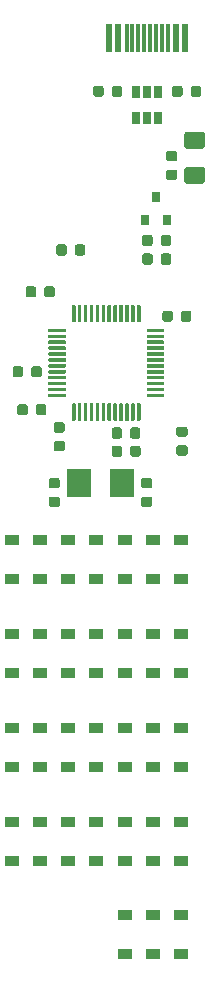
<source format=gbr>
G04 #@! TF.GenerationSoftware,KiCad,Pcbnew,(5.1.4)-1*
G04 #@! TF.CreationDate,2020-11-30T21:40:22+01:00*
G04 #@! TF.ProjectId,stm32split,73746d33-3273-4706-9c69-742e6b696361,rev?*
G04 #@! TF.SameCoordinates,Original*
G04 #@! TF.FileFunction,Paste,Top*
G04 #@! TF.FilePolarity,Positive*
%FSLAX46Y46*%
G04 Gerber Fmt 4.6, Leading zero omitted, Abs format (unit mm)*
G04 Created by KiCad (PCBNEW (5.1.4)-1) date 2020-11-30 21:40:22*
%MOMM*%
%LPD*%
G04 APERTURE LIST*
%ADD10R,2.000000X2.400000*%
%ADD11R,0.600000X2.450000*%
%ADD12R,0.300000X2.450000*%
%ADD13C,0.100000*%
%ADD14C,0.875000*%
%ADD15C,1.425000*%
%ADD16R,1.200000X0.900000*%
%ADD17R,0.800000X0.900000*%
%ADD18C,0.300000*%
%ADD19R,0.650000X1.060000*%
G04 APERTURE END LIST*
D10*
X100640000Y-95740000D03*
X104340000Y-95740000D03*
D11*
X103221250Y-58032500D03*
X109671250Y-58032500D03*
X103996250Y-58032500D03*
X108896250Y-58032500D03*
D12*
X108196250Y-58032500D03*
X104696250Y-58032500D03*
X107696250Y-58032500D03*
X105196250Y-58032500D03*
X107196250Y-58032500D03*
X105696250Y-58032500D03*
X106196250Y-58032500D03*
X106696250Y-58032500D03*
D13*
G36*
X106702691Y-76286053D02*
G01*
X106723926Y-76289203D01*
X106744750Y-76294419D01*
X106764962Y-76301651D01*
X106784368Y-76310830D01*
X106802781Y-76321866D01*
X106820024Y-76334654D01*
X106835930Y-76349070D01*
X106850346Y-76364976D01*
X106863134Y-76382219D01*
X106874170Y-76400632D01*
X106883349Y-76420038D01*
X106890581Y-76440250D01*
X106895797Y-76461074D01*
X106898947Y-76482309D01*
X106900000Y-76503750D01*
X106900000Y-77016250D01*
X106898947Y-77037691D01*
X106895797Y-77058926D01*
X106890581Y-77079750D01*
X106883349Y-77099962D01*
X106874170Y-77119368D01*
X106863134Y-77137781D01*
X106850346Y-77155024D01*
X106835930Y-77170930D01*
X106820024Y-77185346D01*
X106802781Y-77198134D01*
X106784368Y-77209170D01*
X106764962Y-77218349D01*
X106744750Y-77225581D01*
X106723926Y-77230797D01*
X106702691Y-77233947D01*
X106681250Y-77235000D01*
X106243750Y-77235000D01*
X106222309Y-77233947D01*
X106201074Y-77230797D01*
X106180250Y-77225581D01*
X106160038Y-77218349D01*
X106140632Y-77209170D01*
X106122219Y-77198134D01*
X106104976Y-77185346D01*
X106089070Y-77170930D01*
X106074654Y-77155024D01*
X106061866Y-77137781D01*
X106050830Y-77119368D01*
X106041651Y-77099962D01*
X106034419Y-77079750D01*
X106029203Y-77058926D01*
X106026053Y-77037691D01*
X106025000Y-77016250D01*
X106025000Y-76503750D01*
X106026053Y-76482309D01*
X106029203Y-76461074D01*
X106034419Y-76440250D01*
X106041651Y-76420038D01*
X106050830Y-76400632D01*
X106061866Y-76382219D01*
X106074654Y-76364976D01*
X106089070Y-76349070D01*
X106104976Y-76334654D01*
X106122219Y-76321866D01*
X106140632Y-76310830D01*
X106160038Y-76301651D01*
X106180250Y-76294419D01*
X106201074Y-76289203D01*
X106222309Y-76286053D01*
X106243750Y-76285000D01*
X106681250Y-76285000D01*
X106702691Y-76286053D01*
X106702691Y-76286053D01*
G37*
D14*
X106462500Y-76760000D03*
D13*
G36*
X108277691Y-76286053D02*
G01*
X108298926Y-76289203D01*
X108319750Y-76294419D01*
X108339962Y-76301651D01*
X108359368Y-76310830D01*
X108377781Y-76321866D01*
X108395024Y-76334654D01*
X108410930Y-76349070D01*
X108425346Y-76364976D01*
X108438134Y-76382219D01*
X108449170Y-76400632D01*
X108458349Y-76420038D01*
X108465581Y-76440250D01*
X108470797Y-76461074D01*
X108473947Y-76482309D01*
X108475000Y-76503750D01*
X108475000Y-77016250D01*
X108473947Y-77037691D01*
X108470797Y-77058926D01*
X108465581Y-77079750D01*
X108458349Y-77099962D01*
X108449170Y-77119368D01*
X108438134Y-77137781D01*
X108425346Y-77155024D01*
X108410930Y-77170930D01*
X108395024Y-77185346D01*
X108377781Y-77198134D01*
X108359368Y-77209170D01*
X108339962Y-77218349D01*
X108319750Y-77225581D01*
X108298926Y-77230797D01*
X108277691Y-77233947D01*
X108256250Y-77235000D01*
X107818750Y-77235000D01*
X107797309Y-77233947D01*
X107776074Y-77230797D01*
X107755250Y-77225581D01*
X107735038Y-77218349D01*
X107715632Y-77209170D01*
X107697219Y-77198134D01*
X107679976Y-77185346D01*
X107664070Y-77170930D01*
X107649654Y-77155024D01*
X107636866Y-77137781D01*
X107625830Y-77119368D01*
X107616651Y-77099962D01*
X107609419Y-77079750D01*
X107604203Y-77058926D01*
X107601053Y-77037691D01*
X107600000Y-77016250D01*
X107600000Y-76503750D01*
X107601053Y-76482309D01*
X107604203Y-76461074D01*
X107609419Y-76440250D01*
X107616651Y-76420038D01*
X107625830Y-76400632D01*
X107636866Y-76382219D01*
X107649654Y-76364976D01*
X107664070Y-76349070D01*
X107679976Y-76334654D01*
X107697219Y-76321866D01*
X107715632Y-76310830D01*
X107735038Y-76301651D01*
X107755250Y-76294419D01*
X107776074Y-76289203D01*
X107797309Y-76286053D01*
X107818750Y-76285000D01*
X108256250Y-76285000D01*
X108277691Y-76286053D01*
X108277691Y-76286053D01*
G37*
D14*
X108037500Y-76760000D03*
D13*
G36*
X105685191Y-92556053D02*
G01*
X105706426Y-92559203D01*
X105727250Y-92564419D01*
X105747462Y-92571651D01*
X105766868Y-92580830D01*
X105785281Y-92591866D01*
X105802524Y-92604654D01*
X105818430Y-92619070D01*
X105832846Y-92634976D01*
X105845634Y-92652219D01*
X105856670Y-92670632D01*
X105865849Y-92690038D01*
X105873081Y-92710250D01*
X105878297Y-92731074D01*
X105881447Y-92752309D01*
X105882500Y-92773750D01*
X105882500Y-93286250D01*
X105881447Y-93307691D01*
X105878297Y-93328926D01*
X105873081Y-93349750D01*
X105865849Y-93369962D01*
X105856670Y-93389368D01*
X105845634Y-93407781D01*
X105832846Y-93425024D01*
X105818430Y-93440930D01*
X105802524Y-93455346D01*
X105785281Y-93468134D01*
X105766868Y-93479170D01*
X105747462Y-93488349D01*
X105727250Y-93495581D01*
X105706426Y-93500797D01*
X105685191Y-93503947D01*
X105663750Y-93505000D01*
X105226250Y-93505000D01*
X105204809Y-93503947D01*
X105183574Y-93500797D01*
X105162750Y-93495581D01*
X105142538Y-93488349D01*
X105123132Y-93479170D01*
X105104719Y-93468134D01*
X105087476Y-93455346D01*
X105071570Y-93440930D01*
X105057154Y-93425024D01*
X105044366Y-93407781D01*
X105033330Y-93389368D01*
X105024151Y-93369962D01*
X105016919Y-93349750D01*
X105011703Y-93328926D01*
X105008553Y-93307691D01*
X105007500Y-93286250D01*
X105007500Y-92773750D01*
X105008553Y-92752309D01*
X105011703Y-92731074D01*
X105016919Y-92710250D01*
X105024151Y-92690038D01*
X105033330Y-92670632D01*
X105044366Y-92652219D01*
X105057154Y-92634976D01*
X105071570Y-92619070D01*
X105087476Y-92604654D01*
X105104719Y-92591866D01*
X105123132Y-92580830D01*
X105142538Y-92571651D01*
X105162750Y-92564419D01*
X105183574Y-92559203D01*
X105204809Y-92556053D01*
X105226250Y-92555000D01*
X105663750Y-92555000D01*
X105685191Y-92556053D01*
X105685191Y-92556053D01*
G37*
D14*
X105445000Y-93030000D03*
D13*
G36*
X104110191Y-92556053D02*
G01*
X104131426Y-92559203D01*
X104152250Y-92564419D01*
X104172462Y-92571651D01*
X104191868Y-92580830D01*
X104210281Y-92591866D01*
X104227524Y-92604654D01*
X104243430Y-92619070D01*
X104257846Y-92634976D01*
X104270634Y-92652219D01*
X104281670Y-92670632D01*
X104290849Y-92690038D01*
X104298081Y-92710250D01*
X104303297Y-92731074D01*
X104306447Y-92752309D01*
X104307500Y-92773750D01*
X104307500Y-93286250D01*
X104306447Y-93307691D01*
X104303297Y-93328926D01*
X104298081Y-93349750D01*
X104290849Y-93369962D01*
X104281670Y-93389368D01*
X104270634Y-93407781D01*
X104257846Y-93425024D01*
X104243430Y-93440930D01*
X104227524Y-93455346D01*
X104210281Y-93468134D01*
X104191868Y-93479170D01*
X104172462Y-93488349D01*
X104152250Y-93495581D01*
X104131426Y-93500797D01*
X104110191Y-93503947D01*
X104088750Y-93505000D01*
X103651250Y-93505000D01*
X103629809Y-93503947D01*
X103608574Y-93500797D01*
X103587750Y-93495581D01*
X103567538Y-93488349D01*
X103548132Y-93479170D01*
X103529719Y-93468134D01*
X103512476Y-93455346D01*
X103496570Y-93440930D01*
X103482154Y-93425024D01*
X103469366Y-93407781D01*
X103458330Y-93389368D01*
X103449151Y-93369962D01*
X103441919Y-93349750D01*
X103436703Y-93328926D01*
X103433553Y-93307691D01*
X103432500Y-93286250D01*
X103432500Y-92773750D01*
X103433553Y-92752309D01*
X103436703Y-92731074D01*
X103441919Y-92710250D01*
X103449151Y-92690038D01*
X103458330Y-92670632D01*
X103469366Y-92652219D01*
X103482154Y-92634976D01*
X103496570Y-92619070D01*
X103512476Y-92604654D01*
X103529719Y-92591866D01*
X103548132Y-92580830D01*
X103567538Y-92571651D01*
X103587750Y-92564419D01*
X103608574Y-92559203D01*
X103629809Y-92556053D01*
X103651250Y-92555000D01*
X104088750Y-92555000D01*
X104110191Y-92556053D01*
X104110191Y-92556053D01*
G37*
D14*
X103870000Y-93030000D03*
D13*
G36*
X105677691Y-91023553D02*
G01*
X105698926Y-91026703D01*
X105719750Y-91031919D01*
X105739962Y-91039151D01*
X105759368Y-91048330D01*
X105777781Y-91059366D01*
X105795024Y-91072154D01*
X105810930Y-91086570D01*
X105825346Y-91102476D01*
X105838134Y-91119719D01*
X105849170Y-91138132D01*
X105858349Y-91157538D01*
X105865581Y-91177750D01*
X105870797Y-91198574D01*
X105873947Y-91219809D01*
X105875000Y-91241250D01*
X105875000Y-91753750D01*
X105873947Y-91775191D01*
X105870797Y-91796426D01*
X105865581Y-91817250D01*
X105858349Y-91837462D01*
X105849170Y-91856868D01*
X105838134Y-91875281D01*
X105825346Y-91892524D01*
X105810930Y-91908430D01*
X105795024Y-91922846D01*
X105777781Y-91935634D01*
X105759368Y-91946670D01*
X105739962Y-91955849D01*
X105719750Y-91963081D01*
X105698926Y-91968297D01*
X105677691Y-91971447D01*
X105656250Y-91972500D01*
X105218750Y-91972500D01*
X105197309Y-91971447D01*
X105176074Y-91968297D01*
X105155250Y-91963081D01*
X105135038Y-91955849D01*
X105115632Y-91946670D01*
X105097219Y-91935634D01*
X105079976Y-91922846D01*
X105064070Y-91908430D01*
X105049654Y-91892524D01*
X105036866Y-91875281D01*
X105025830Y-91856868D01*
X105016651Y-91837462D01*
X105009419Y-91817250D01*
X105004203Y-91796426D01*
X105001053Y-91775191D01*
X105000000Y-91753750D01*
X105000000Y-91241250D01*
X105001053Y-91219809D01*
X105004203Y-91198574D01*
X105009419Y-91177750D01*
X105016651Y-91157538D01*
X105025830Y-91138132D01*
X105036866Y-91119719D01*
X105049654Y-91102476D01*
X105064070Y-91086570D01*
X105079976Y-91072154D01*
X105097219Y-91059366D01*
X105115632Y-91048330D01*
X105135038Y-91039151D01*
X105155250Y-91031919D01*
X105176074Y-91026703D01*
X105197309Y-91023553D01*
X105218750Y-91022500D01*
X105656250Y-91022500D01*
X105677691Y-91023553D01*
X105677691Y-91023553D01*
G37*
D14*
X105437500Y-91497500D03*
D13*
G36*
X104102691Y-91023553D02*
G01*
X104123926Y-91026703D01*
X104144750Y-91031919D01*
X104164962Y-91039151D01*
X104184368Y-91048330D01*
X104202781Y-91059366D01*
X104220024Y-91072154D01*
X104235930Y-91086570D01*
X104250346Y-91102476D01*
X104263134Y-91119719D01*
X104274170Y-91138132D01*
X104283349Y-91157538D01*
X104290581Y-91177750D01*
X104295797Y-91198574D01*
X104298947Y-91219809D01*
X104300000Y-91241250D01*
X104300000Y-91753750D01*
X104298947Y-91775191D01*
X104295797Y-91796426D01*
X104290581Y-91817250D01*
X104283349Y-91837462D01*
X104274170Y-91856868D01*
X104263134Y-91875281D01*
X104250346Y-91892524D01*
X104235930Y-91908430D01*
X104220024Y-91922846D01*
X104202781Y-91935634D01*
X104184368Y-91946670D01*
X104164962Y-91955849D01*
X104144750Y-91963081D01*
X104123926Y-91968297D01*
X104102691Y-91971447D01*
X104081250Y-91972500D01*
X103643750Y-91972500D01*
X103622309Y-91971447D01*
X103601074Y-91968297D01*
X103580250Y-91963081D01*
X103560038Y-91955849D01*
X103540632Y-91946670D01*
X103522219Y-91935634D01*
X103504976Y-91922846D01*
X103489070Y-91908430D01*
X103474654Y-91892524D01*
X103461866Y-91875281D01*
X103450830Y-91856868D01*
X103441651Y-91837462D01*
X103434419Y-91817250D01*
X103429203Y-91796426D01*
X103426053Y-91775191D01*
X103425000Y-91753750D01*
X103425000Y-91241250D01*
X103426053Y-91219809D01*
X103429203Y-91198574D01*
X103434419Y-91177750D01*
X103441651Y-91157538D01*
X103450830Y-91138132D01*
X103461866Y-91119719D01*
X103474654Y-91102476D01*
X103489070Y-91086570D01*
X103504976Y-91072154D01*
X103522219Y-91059366D01*
X103540632Y-91048330D01*
X103560038Y-91039151D01*
X103580250Y-91031919D01*
X103601074Y-91026703D01*
X103622309Y-91023553D01*
X103643750Y-91022500D01*
X104081250Y-91022500D01*
X104102691Y-91023553D01*
X104102691Y-91023553D01*
G37*
D14*
X103862500Y-91497500D03*
D13*
G36*
X99277691Y-90583553D02*
G01*
X99298926Y-90586703D01*
X99319750Y-90591919D01*
X99339962Y-90599151D01*
X99359368Y-90608330D01*
X99377781Y-90619366D01*
X99395024Y-90632154D01*
X99410930Y-90646570D01*
X99425346Y-90662476D01*
X99438134Y-90679719D01*
X99449170Y-90698132D01*
X99458349Y-90717538D01*
X99465581Y-90737750D01*
X99470797Y-90758574D01*
X99473947Y-90779809D01*
X99475000Y-90801250D01*
X99475000Y-91238750D01*
X99473947Y-91260191D01*
X99470797Y-91281426D01*
X99465581Y-91302250D01*
X99458349Y-91322462D01*
X99449170Y-91341868D01*
X99438134Y-91360281D01*
X99425346Y-91377524D01*
X99410930Y-91393430D01*
X99395024Y-91407846D01*
X99377781Y-91420634D01*
X99359368Y-91431670D01*
X99339962Y-91440849D01*
X99319750Y-91448081D01*
X99298926Y-91453297D01*
X99277691Y-91456447D01*
X99256250Y-91457500D01*
X98743750Y-91457500D01*
X98722309Y-91456447D01*
X98701074Y-91453297D01*
X98680250Y-91448081D01*
X98660038Y-91440849D01*
X98640632Y-91431670D01*
X98622219Y-91420634D01*
X98604976Y-91407846D01*
X98589070Y-91393430D01*
X98574654Y-91377524D01*
X98561866Y-91360281D01*
X98550830Y-91341868D01*
X98541651Y-91322462D01*
X98534419Y-91302250D01*
X98529203Y-91281426D01*
X98526053Y-91260191D01*
X98525000Y-91238750D01*
X98525000Y-90801250D01*
X98526053Y-90779809D01*
X98529203Y-90758574D01*
X98534419Y-90737750D01*
X98541651Y-90717538D01*
X98550830Y-90698132D01*
X98561866Y-90679719D01*
X98574654Y-90662476D01*
X98589070Y-90646570D01*
X98604976Y-90632154D01*
X98622219Y-90619366D01*
X98640632Y-90608330D01*
X98660038Y-90599151D01*
X98680250Y-90591919D01*
X98701074Y-90586703D01*
X98722309Y-90583553D01*
X98743750Y-90582500D01*
X99256250Y-90582500D01*
X99277691Y-90583553D01*
X99277691Y-90583553D01*
G37*
D14*
X99000000Y-91020000D03*
D13*
G36*
X99277691Y-92158553D02*
G01*
X99298926Y-92161703D01*
X99319750Y-92166919D01*
X99339962Y-92174151D01*
X99359368Y-92183330D01*
X99377781Y-92194366D01*
X99395024Y-92207154D01*
X99410930Y-92221570D01*
X99425346Y-92237476D01*
X99438134Y-92254719D01*
X99449170Y-92273132D01*
X99458349Y-92292538D01*
X99465581Y-92312750D01*
X99470797Y-92333574D01*
X99473947Y-92354809D01*
X99475000Y-92376250D01*
X99475000Y-92813750D01*
X99473947Y-92835191D01*
X99470797Y-92856426D01*
X99465581Y-92877250D01*
X99458349Y-92897462D01*
X99449170Y-92916868D01*
X99438134Y-92935281D01*
X99425346Y-92952524D01*
X99410930Y-92968430D01*
X99395024Y-92982846D01*
X99377781Y-92995634D01*
X99359368Y-93006670D01*
X99339962Y-93015849D01*
X99319750Y-93023081D01*
X99298926Y-93028297D01*
X99277691Y-93031447D01*
X99256250Y-93032500D01*
X98743750Y-93032500D01*
X98722309Y-93031447D01*
X98701074Y-93028297D01*
X98680250Y-93023081D01*
X98660038Y-93015849D01*
X98640632Y-93006670D01*
X98622219Y-92995634D01*
X98604976Y-92982846D01*
X98589070Y-92968430D01*
X98574654Y-92952524D01*
X98561866Y-92935281D01*
X98550830Y-92916868D01*
X98541651Y-92897462D01*
X98534419Y-92877250D01*
X98529203Y-92856426D01*
X98526053Y-92835191D01*
X98525000Y-92813750D01*
X98525000Y-92376250D01*
X98526053Y-92354809D01*
X98529203Y-92333574D01*
X98534419Y-92312750D01*
X98541651Y-92292538D01*
X98550830Y-92273132D01*
X98561866Y-92254719D01*
X98574654Y-92237476D01*
X98589070Y-92221570D01*
X98604976Y-92207154D01*
X98622219Y-92194366D01*
X98640632Y-92183330D01*
X98660038Y-92174151D01*
X98680250Y-92166919D01*
X98701074Y-92161703D01*
X98722309Y-92158553D01*
X98743750Y-92157500D01*
X99256250Y-92157500D01*
X99277691Y-92158553D01*
X99277691Y-92158553D01*
G37*
D14*
X99000000Y-92595000D03*
D13*
G36*
X96830191Y-79066053D02*
G01*
X96851426Y-79069203D01*
X96872250Y-79074419D01*
X96892462Y-79081651D01*
X96911868Y-79090830D01*
X96930281Y-79101866D01*
X96947524Y-79114654D01*
X96963430Y-79129070D01*
X96977846Y-79144976D01*
X96990634Y-79162219D01*
X97001670Y-79180632D01*
X97010849Y-79200038D01*
X97018081Y-79220250D01*
X97023297Y-79241074D01*
X97026447Y-79262309D01*
X97027500Y-79283750D01*
X97027500Y-79796250D01*
X97026447Y-79817691D01*
X97023297Y-79838926D01*
X97018081Y-79859750D01*
X97010849Y-79879962D01*
X97001670Y-79899368D01*
X96990634Y-79917781D01*
X96977846Y-79935024D01*
X96963430Y-79950930D01*
X96947524Y-79965346D01*
X96930281Y-79978134D01*
X96911868Y-79989170D01*
X96892462Y-79998349D01*
X96872250Y-80005581D01*
X96851426Y-80010797D01*
X96830191Y-80013947D01*
X96808750Y-80015000D01*
X96371250Y-80015000D01*
X96349809Y-80013947D01*
X96328574Y-80010797D01*
X96307750Y-80005581D01*
X96287538Y-79998349D01*
X96268132Y-79989170D01*
X96249719Y-79978134D01*
X96232476Y-79965346D01*
X96216570Y-79950930D01*
X96202154Y-79935024D01*
X96189366Y-79917781D01*
X96178330Y-79899368D01*
X96169151Y-79879962D01*
X96161919Y-79859750D01*
X96156703Y-79838926D01*
X96153553Y-79817691D01*
X96152500Y-79796250D01*
X96152500Y-79283750D01*
X96153553Y-79262309D01*
X96156703Y-79241074D01*
X96161919Y-79220250D01*
X96169151Y-79200038D01*
X96178330Y-79180632D01*
X96189366Y-79162219D01*
X96202154Y-79144976D01*
X96216570Y-79129070D01*
X96232476Y-79114654D01*
X96249719Y-79101866D01*
X96268132Y-79090830D01*
X96287538Y-79081651D01*
X96307750Y-79074419D01*
X96328574Y-79069203D01*
X96349809Y-79066053D01*
X96371250Y-79065000D01*
X96808750Y-79065000D01*
X96830191Y-79066053D01*
X96830191Y-79066053D01*
G37*
D14*
X96590000Y-79540000D03*
D13*
G36*
X98405191Y-79066053D02*
G01*
X98426426Y-79069203D01*
X98447250Y-79074419D01*
X98467462Y-79081651D01*
X98486868Y-79090830D01*
X98505281Y-79101866D01*
X98522524Y-79114654D01*
X98538430Y-79129070D01*
X98552846Y-79144976D01*
X98565634Y-79162219D01*
X98576670Y-79180632D01*
X98585849Y-79200038D01*
X98593081Y-79220250D01*
X98598297Y-79241074D01*
X98601447Y-79262309D01*
X98602500Y-79283750D01*
X98602500Y-79796250D01*
X98601447Y-79817691D01*
X98598297Y-79838926D01*
X98593081Y-79859750D01*
X98585849Y-79879962D01*
X98576670Y-79899368D01*
X98565634Y-79917781D01*
X98552846Y-79935024D01*
X98538430Y-79950930D01*
X98522524Y-79965346D01*
X98505281Y-79978134D01*
X98486868Y-79989170D01*
X98467462Y-79998349D01*
X98447250Y-80005581D01*
X98426426Y-80010797D01*
X98405191Y-80013947D01*
X98383750Y-80015000D01*
X97946250Y-80015000D01*
X97924809Y-80013947D01*
X97903574Y-80010797D01*
X97882750Y-80005581D01*
X97862538Y-79998349D01*
X97843132Y-79989170D01*
X97824719Y-79978134D01*
X97807476Y-79965346D01*
X97791570Y-79950930D01*
X97777154Y-79935024D01*
X97764366Y-79917781D01*
X97753330Y-79899368D01*
X97744151Y-79879962D01*
X97736919Y-79859750D01*
X97731703Y-79838926D01*
X97728553Y-79817691D01*
X97727500Y-79796250D01*
X97727500Y-79283750D01*
X97728553Y-79262309D01*
X97731703Y-79241074D01*
X97736919Y-79220250D01*
X97744151Y-79200038D01*
X97753330Y-79180632D01*
X97764366Y-79162219D01*
X97777154Y-79144976D01*
X97791570Y-79129070D01*
X97807476Y-79114654D01*
X97824719Y-79101866D01*
X97843132Y-79090830D01*
X97862538Y-79081651D01*
X97882750Y-79074419D01*
X97903574Y-79069203D01*
X97924809Y-79066053D01*
X97946250Y-79065000D01*
X98383750Y-79065000D01*
X98405191Y-79066053D01*
X98405191Y-79066053D01*
G37*
D14*
X98165000Y-79540000D03*
D13*
G36*
X108410191Y-81126053D02*
G01*
X108431426Y-81129203D01*
X108452250Y-81134419D01*
X108472462Y-81141651D01*
X108491868Y-81150830D01*
X108510281Y-81161866D01*
X108527524Y-81174654D01*
X108543430Y-81189070D01*
X108557846Y-81204976D01*
X108570634Y-81222219D01*
X108581670Y-81240632D01*
X108590849Y-81260038D01*
X108598081Y-81280250D01*
X108603297Y-81301074D01*
X108606447Y-81322309D01*
X108607500Y-81343750D01*
X108607500Y-81856250D01*
X108606447Y-81877691D01*
X108603297Y-81898926D01*
X108598081Y-81919750D01*
X108590849Y-81939962D01*
X108581670Y-81959368D01*
X108570634Y-81977781D01*
X108557846Y-81995024D01*
X108543430Y-82010930D01*
X108527524Y-82025346D01*
X108510281Y-82038134D01*
X108491868Y-82049170D01*
X108472462Y-82058349D01*
X108452250Y-82065581D01*
X108431426Y-82070797D01*
X108410191Y-82073947D01*
X108388750Y-82075000D01*
X107951250Y-82075000D01*
X107929809Y-82073947D01*
X107908574Y-82070797D01*
X107887750Y-82065581D01*
X107867538Y-82058349D01*
X107848132Y-82049170D01*
X107829719Y-82038134D01*
X107812476Y-82025346D01*
X107796570Y-82010930D01*
X107782154Y-81995024D01*
X107769366Y-81977781D01*
X107758330Y-81959368D01*
X107749151Y-81939962D01*
X107741919Y-81919750D01*
X107736703Y-81898926D01*
X107733553Y-81877691D01*
X107732500Y-81856250D01*
X107732500Y-81343750D01*
X107733553Y-81322309D01*
X107736703Y-81301074D01*
X107741919Y-81280250D01*
X107749151Y-81260038D01*
X107758330Y-81240632D01*
X107769366Y-81222219D01*
X107782154Y-81204976D01*
X107796570Y-81189070D01*
X107812476Y-81174654D01*
X107829719Y-81161866D01*
X107848132Y-81150830D01*
X107867538Y-81141651D01*
X107887750Y-81134419D01*
X107908574Y-81129203D01*
X107929809Y-81126053D01*
X107951250Y-81125000D01*
X108388750Y-81125000D01*
X108410191Y-81126053D01*
X108410191Y-81126053D01*
G37*
D14*
X108170000Y-81600000D03*
D13*
G36*
X109985191Y-81126053D02*
G01*
X110006426Y-81129203D01*
X110027250Y-81134419D01*
X110047462Y-81141651D01*
X110066868Y-81150830D01*
X110085281Y-81161866D01*
X110102524Y-81174654D01*
X110118430Y-81189070D01*
X110132846Y-81204976D01*
X110145634Y-81222219D01*
X110156670Y-81240632D01*
X110165849Y-81260038D01*
X110173081Y-81280250D01*
X110178297Y-81301074D01*
X110181447Y-81322309D01*
X110182500Y-81343750D01*
X110182500Y-81856250D01*
X110181447Y-81877691D01*
X110178297Y-81898926D01*
X110173081Y-81919750D01*
X110165849Y-81939962D01*
X110156670Y-81959368D01*
X110145634Y-81977781D01*
X110132846Y-81995024D01*
X110118430Y-82010930D01*
X110102524Y-82025346D01*
X110085281Y-82038134D01*
X110066868Y-82049170D01*
X110047462Y-82058349D01*
X110027250Y-82065581D01*
X110006426Y-82070797D01*
X109985191Y-82073947D01*
X109963750Y-82075000D01*
X109526250Y-82075000D01*
X109504809Y-82073947D01*
X109483574Y-82070797D01*
X109462750Y-82065581D01*
X109442538Y-82058349D01*
X109423132Y-82049170D01*
X109404719Y-82038134D01*
X109387476Y-82025346D01*
X109371570Y-82010930D01*
X109357154Y-81995024D01*
X109344366Y-81977781D01*
X109333330Y-81959368D01*
X109324151Y-81939962D01*
X109316919Y-81919750D01*
X109311703Y-81898926D01*
X109308553Y-81877691D01*
X109307500Y-81856250D01*
X109307500Y-81343750D01*
X109308553Y-81322309D01*
X109311703Y-81301074D01*
X109316919Y-81280250D01*
X109324151Y-81260038D01*
X109333330Y-81240632D01*
X109344366Y-81222219D01*
X109357154Y-81204976D01*
X109371570Y-81189070D01*
X109387476Y-81174654D01*
X109404719Y-81161866D01*
X109423132Y-81150830D01*
X109442538Y-81141651D01*
X109462750Y-81134419D01*
X109483574Y-81129203D01*
X109504809Y-81126053D01*
X109526250Y-81125000D01*
X109963750Y-81125000D01*
X109985191Y-81126053D01*
X109985191Y-81126053D01*
G37*
D14*
X109745000Y-81600000D03*
D13*
G36*
X97710191Y-89046053D02*
G01*
X97731426Y-89049203D01*
X97752250Y-89054419D01*
X97772462Y-89061651D01*
X97791868Y-89070830D01*
X97810281Y-89081866D01*
X97827524Y-89094654D01*
X97843430Y-89109070D01*
X97857846Y-89124976D01*
X97870634Y-89142219D01*
X97881670Y-89160632D01*
X97890849Y-89180038D01*
X97898081Y-89200250D01*
X97903297Y-89221074D01*
X97906447Y-89242309D01*
X97907500Y-89263750D01*
X97907500Y-89776250D01*
X97906447Y-89797691D01*
X97903297Y-89818926D01*
X97898081Y-89839750D01*
X97890849Y-89859962D01*
X97881670Y-89879368D01*
X97870634Y-89897781D01*
X97857846Y-89915024D01*
X97843430Y-89930930D01*
X97827524Y-89945346D01*
X97810281Y-89958134D01*
X97791868Y-89969170D01*
X97772462Y-89978349D01*
X97752250Y-89985581D01*
X97731426Y-89990797D01*
X97710191Y-89993947D01*
X97688750Y-89995000D01*
X97251250Y-89995000D01*
X97229809Y-89993947D01*
X97208574Y-89990797D01*
X97187750Y-89985581D01*
X97167538Y-89978349D01*
X97148132Y-89969170D01*
X97129719Y-89958134D01*
X97112476Y-89945346D01*
X97096570Y-89930930D01*
X97082154Y-89915024D01*
X97069366Y-89897781D01*
X97058330Y-89879368D01*
X97049151Y-89859962D01*
X97041919Y-89839750D01*
X97036703Y-89818926D01*
X97033553Y-89797691D01*
X97032500Y-89776250D01*
X97032500Y-89263750D01*
X97033553Y-89242309D01*
X97036703Y-89221074D01*
X97041919Y-89200250D01*
X97049151Y-89180038D01*
X97058330Y-89160632D01*
X97069366Y-89142219D01*
X97082154Y-89124976D01*
X97096570Y-89109070D01*
X97112476Y-89094654D01*
X97129719Y-89081866D01*
X97148132Y-89070830D01*
X97167538Y-89061651D01*
X97187750Y-89054419D01*
X97208574Y-89049203D01*
X97229809Y-89046053D01*
X97251250Y-89045000D01*
X97688750Y-89045000D01*
X97710191Y-89046053D01*
X97710191Y-89046053D01*
G37*
D14*
X97470000Y-89520000D03*
D13*
G36*
X96135191Y-89046053D02*
G01*
X96156426Y-89049203D01*
X96177250Y-89054419D01*
X96197462Y-89061651D01*
X96216868Y-89070830D01*
X96235281Y-89081866D01*
X96252524Y-89094654D01*
X96268430Y-89109070D01*
X96282846Y-89124976D01*
X96295634Y-89142219D01*
X96306670Y-89160632D01*
X96315849Y-89180038D01*
X96323081Y-89200250D01*
X96328297Y-89221074D01*
X96331447Y-89242309D01*
X96332500Y-89263750D01*
X96332500Y-89776250D01*
X96331447Y-89797691D01*
X96328297Y-89818926D01*
X96323081Y-89839750D01*
X96315849Y-89859962D01*
X96306670Y-89879368D01*
X96295634Y-89897781D01*
X96282846Y-89915024D01*
X96268430Y-89930930D01*
X96252524Y-89945346D01*
X96235281Y-89958134D01*
X96216868Y-89969170D01*
X96197462Y-89978349D01*
X96177250Y-89985581D01*
X96156426Y-89990797D01*
X96135191Y-89993947D01*
X96113750Y-89995000D01*
X95676250Y-89995000D01*
X95654809Y-89993947D01*
X95633574Y-89990797D01*
X95612750Y-89985581D01*
X95592538Y-89978349D01*
X95573132Y-89969170D01*
X95554719Y-89958134D01*
X95537476Y-89945346D01*
X95521570Y-89930930D01*
X95507154Y-89915024D01*
X95494366Y-89897781D01*
X95483330Y-89879368D01*
X95474151Y-89859962D01*
X95466919Y-89839750D01*
X95461703Y-89818926D01*
X95458553Y-89797691D01*
X95457500Y-89776250D01*
X95457500Y-89263750D01*
X95458553Y-89242309D01*
X95461703Y-89221074D01*
X95466919Y-89200250D01*
X95474151Y-89180038D01*
X95483330Y-89160632D01*
X95494366Y-89142219D01*
X95507154Y-89124976D01*
X95521570Y-89109070D01*
X95537476Y-89094654D01*
X95554719Y-89081866D01*
X95573132Y-89070830D01*
X95592538Y-89061651D01*
X95612750Y-89054419D01*
X95633574Y-89049203D01*
X95654809Y-89046053D01*
X95676250Y-89045000D01*
X96113750Y-89045000D01*
X96135191Y-89046053D01*
X96135191Y-89046053D01*
G37*
D14*
X95895000Y-89520000D03*
D13*
G36*
X101000191Y-75516053D02*
G01*
X101021426Y-75519203D01*
X101042250Y-75524419D01*
X101062462Y-75531651D01*
X101081868Y-75540830D01*
X101100281Y-75551866D01*
X101117524Y-75564654D01*
X101133430Y-75579070D01*
X101147846Y-75594976D01*
X101160634Y-75612219D01*
X101171670Y-75630632D01*
X101180849Y-75650038D01*
X101188081Y-75670250D01*
X101193297Y-75691074D01*
X101196447Y-75712309D01*
X101197500Y-75733750D01*
X101197500Y-76246250D01*
X101196447Y-76267691D01*
X101193297Y-76288926D01*
X101188081Y-76309750D01*
X101180849Y-76329962D01*
X101171670Y-76349368D01*
X101160634Y-76367781D01*
X101147846Y-76385024D01*
X101133430Y-76400930D01*
X101117524Y-76415346D01*
X101100281Y-76428134D01*
X101081868Y-76439170D01*
X101062462Y-76448349D01*
X101042250Y-76455581D01*
X101021426Y-76460797D01*
X101000191Y-76463947D01*
X100978750Y-76465000D01*
X100541250Y-76465000D01*
X100519809Y-76463947D01*
X100498574Y-76460797D01*
X100477750Y-76455581D01*
X100457538Y-76448349D01*
X100438132Y-76439170D01*
X100419719Y-76428134D01*
X100402476Y-76415346D01*
X100386570Y-76400930D01*
X100372154Y-76385024D01*
X100359366Y-76367781D01*
X100348330Y-76349368D01*
X100339151Y-76329962D01*
X100331919Y-76309750D01*
X100326703Y-76288926D01*
X100323553Y-76267691D01*
X100322500Y-76246250D01*
X100322500Y-75733750D01*
X100323553Y-75712309D01*
X100326703Y-75691074D01*
X100331919Y-75670250D01*
X100339151Y-75650038D01*
X100348330Y-75630632D01*
X100359366Y-75612219D01*
X100372154Y-75594976D01*
X100386570Y-75579070D01*
X100402476Y-75564654D01*
X100419719Y-75551866D01*
X100438132Y-75540830D01*
X100457538Y-75531651D01*
X100477750Y-75524419D01*
X100498574Y-75519203D01*
X100519809Y-75516053D01*
X100541250Y-75515000D01*
X100978750Y-75515000D01*
X101000191Y-75516053D01*
X101000191Y-75516053D01*
G37*
D14*
X100760000Y-75990000D03*
D13*
G36*
X99425191Y-75516053D02*
G01*
X99446426Y-75519203D01*
X99467250Y-75524419D01*
X99487462Y-75531651D01*
X99506868Y-75540830D01*
X99525281Y-75551866D01*
X99542524Y-75564654D01*
X99558430Y-75579070D01*
X99572846Y-75594976D01*
X99585634Y-75612219D01*
X99596670Y-75630632D01*
X99605849Y-75650038D01*
X99613081Y-75670250D01*
X99618297Y-75691074D01*
X99621447Y-75712309D01*
X99622500Y-75733750D01*
X99622500Y-76246250D01*
X99621447Y-76267691D01*
X99618297Y-76288926D01*
X99613081Y-76309750D01*
X99605849Y-76329962D01*
X99596670Y-76349368D01*
X99585634Y-76367781D01*
X99572846Y-76385024D01*
X99558430Y-76400930D01*
X99542524Y-76415346D01*
X99525281Y-76428134D01*
X99506868Y-76439170D01*
X99487462Y-76448349D01*
X99467250Y-76455581D01*
X99446426Y-76460797D01*
X99425191Y-76463947D01*
X99403750Y-76465000D01*
X98966250Y-76465000D01*
X98944809Y-76463947D01*
X98923574Y-76460797D01*
X98902750Y-76455581D01*
X98882538Y-76448349D01*
X98863132Y-76439170D01*
X98844719Y-76428134D01*
X98827476Y-76415346D01*
X98811570Y-76400930D01*
X98797154Y-76385024D01*
X98784366Y-76367781D01*
X98773330Y-76349368D01*
X98764151Y-76329962D01*
X98756919Y-76309750D01*
X98751703Y-76288926D01*
X98748553Y-76267691D01*
X98747500Y-76246250D01*
X98747500Y-75733750D01*
X98748553Y-75712309D01*
X98751703Y-75691074D01*
X98756919Y-75670250D01*
X98764151Y-75650038D01*
X98773330Y-75630632D01*
X98784366Y-75612219D01*
X98797154Y-75594976D01*
X98811570Y-75579070D01*
X98827476Y-75564654D01*
X98844719Y-75551866D01*
X98863132Y-75540830D01*
X98882538Y-75531651D01*
X98902750Y-75524419D01*
X98923574Y-75519203D01*
X98944809Y-75516053D01*
X98966250Y-75515000D01*
X99403750Y-75515000D01*
X99425191Y-75516053D01*
X99425191Y-75516053D01*
G37*
D14*
X99185000Y-75990000D03*
D13*
G36*
X104130191Y-62076053D02*
G01*
X104151426Y-62079203D01*
X104172250Y-62084419D01*
X104192462Y-62091651D01*
X104211868Y-62100830D01*
X104230281Y-62111866D01*
X104247524Y-62124654D01*
X104263430Y-62139070D01*
X104277846Y-62154976D01*
X104290634Y-62172219D01*
X104301670Y-62190632D01*
X104310849Y-62210038D01*
X104318081Y-62230250D01*
X104323297Y-62251074D01*
X104326447Y-62272309D01*
X104327500Y-62293750D01*
X104327500Y-62806250D01*
X104326447Y-62827691D01*
X104323297Y-62848926D01*
X104318081Y-62869750D01*
X104310849Y-62889962D01*
X104301670Y-62909368D01*
X104290634Y-62927781D01*
X104277846Y-62945024D01*
X104263430Y-62960930D01*
X104247524Y-62975346D01*
X104230281Y-62988134D01*
X104211868Y-62999170D01*
X104192462Y-63008349D01*
X104172250Y-63015581D01*
X104151426Y-63020797D01*
X104130191Y-63023947D01*
X104108750Y-63025000D01*
X103671250Y-63025000D01*
X103649809Y-63023947D01*
X103628574Y-63020797D01*
X103607750Y-63015581D01*
X103587538Y-63008349D01*
X103568132Y-62999170D01*
X103549719Y-62988134D01*
X103532476Y-62975346D01*
X103516570Y-62960930D01*
X103502154Y-62945024D01*
X103489366Y-62927781D01*
X103478330Y-62909368D01*
X103469151Y-62889962D01*
X103461919Y-62869750D01*
X103456703Y-62848926D01*
X103453553Y-62827691D01*
X103452500Y-62806250D01*
X103452500Y-62293750D01*
X103453553Y-62272309D01*
X103456703Y-62251074D01*
X103461919Y-62230250D01*
X103469151Y-62210038D01*
X103478330Y-62190632D01*
X103489366Y-62172219D01*
X103502154Y-62154976D01*
X103516570Y-62139070D01*
X103532476Y-62124654D01*
X103549719Y-62111866D01*
X103568132Y-62100830D01*
X103587538Y-62091651D01*
X103607750Y-62084419D01*
X103628574Y-62079203D01*
X103649809Y-62076053D01*
X103671250Y-62075000D01*
X104108750Y-62075000D01*
X104130191Y-62076053D01*
X104130191Y-62076053D01*
G37*
D14*
X103890000Y-62550000D03*
D13*
G36*
X102555191Y-62076053D02*
G01*
X102576426Y-62079203D01*
X102597250Y-62084419D01*
X102617462Y-62091651D01*
X102636868Y-62100830D01*
X102655281Y-62111866D01*
X102672524Y-62124654D01*
X102688430Y-62139070D01*
X102702846Y-62154976D01*
X102715634Y-62172219D01*
X102726670Y-62190632D01*
X102735849Y-62210038D01*
X102743081Y-62230250D01*
X102748297Y-62251074D01*
X102751447Y-62272309D01*
X102752500Y-62293750D01*
X102752500Y-62806250D01*
X102751447Y-62827691D01*
X102748297Y-62848926D01*
X102743081Y-62869750D01*
X102735849Y-62889962D01*
X102726670Y-62909368D01*
X102715634Y-62927781D01*
X102702846Y-62945024D01*
X102688430Y-62960930D01*
X102672524Y-62975346D01*
X102655281Y-62988134D01*
X102636868Y-62999170D01*
X102617462Y-63008349D01*
X102597250Y-63015581D01*
X102576426Y-63020797D01*
X102555191Y-63023947D01*
X102533750Y-63025000D01*
X102096250Y-63025000D01*
X102074809Y-63023947D01*
X102053574Y-63020797D01*
X102032750Y-63015581D01*
X102012538Y-63008349D01*
X101993132Y-62999170D01*
X101974719Y-62988134D01*
X101957476Y-62975346D01*
X101941570Y-62960930D01*
X101927154Y-62945024D01*
X101914366Y-62927781D01*
X101903330Y-62909368D01*
X101894151Y-62889962D01*
X101886919Y-62869750D01*
X101881703Y-62848926D01*
X101878553Y-62827691D01*
X101877500Y-62806250D01*
X101877500Y-62293750D01*
X101878553Y-62272309D01*
X101881703Y-62251074D01*
X101886919Y-62230250D01*
X101894151Y-62210038D01*
X101903330Y-62190632D01*
X101914366Y-62172219D01*
X101927154Y-62154976D01*
X101941570Y-62139070D01*
X101957476Y-62124654D01*
X101974719Y-62111866D01*
X101993132Y-62100830D01*
X102012538Y-62091651D01*
X102032750Y-62084419D01*
X102053574Y-62079203D01*
X102074809Y-62076053D01*
X102096250Y-62075000D01*
X102533750Y-62075000D01*
X102555191Y-62076053D01*
X102555191Y-62076053D01*
G37*
D14*
X102315000Y-62550000D03*
D13*
G36*
X109242691Y-62083553D02*
G01*
X109263926Y-62086703D01*
X109284750Y-62091919D01*
X109304962Y-62099151D01*
X109324368Y-62108330D01*
X109342781Y-62119366D01*
X109360024Y-62132154D01*
X109375930Y-62146570D01*
X109390346Y-62162476D01*
X109403134Y-62179719D01*
X109414170Y-62198132D01*
X109423349Y-62217538D01*
X109430581Y-62237750D01*
X109435797Y-62258574D01*
X109438947Y-62279809D01*
X109440000Y-62301250D01*
X109440000Y-62813750D01*
X109438947Y-62835191D01*
X109435797Y-62856426D01*
X109430581Y-62877250D01*
X109423349Y-62897462D01*
X109414170Y-62916868D01*
X109403134Y-62935281D01*
X109390346Y-62952524D01*
X109375930Y-62968430D01*
X109360024Y-62982846D01*
X109342781Y-62995634D01*
X109324368Y-63006670D01*
X109304962Y-63015849D01*
X109284750Y-63023081D01*
X109263926Y-63028297D01*
X109242691Y-63031447D01*
X109221250Y-63032500D01*
X108783750Y-63032500D01*
X108762309Y-63031447D01*
X108741074Y-63028297D01*
X108720250Y-63023081D01*
X108700038Y-63015849D01*
X108680632Y-63006670D01*
X108662219Y-62995634D01*
X108644976Y-62982846D01*
X108629070Y-62968430D01*
X108614654Y-62952524D01*
X108601866Y-62935281D01*
X108590830Y-62916868D01*
X108581651Y-62897462D01*
X108574419Y-62877250D01*
X108569203Y-62856426D01*
X108566053Y-62835191D01*
X108565000Y-62813750D01*
X108565000Y-62301250D01*
X108566053Y-62279809D01*
X108569203Y-62258574D01*
X108574419Y-62237750D01*
X108581651Y-62217538D01*
X108590830Y-62198132D01*
X108601866Y-62179719D01*
X108614654Y-62162476D01*
X108629070Y-62146570D01*
X108644976Y-62132154D01*
X108662219Y-62119366D01*
X108680632Y-62108330D01*
X108700038Y-62099151D01*
X108720250Y-62091919D01*
X108741074Y-62086703D01*
X108762309Y-62083553D01*
X108783750Y-62082500D01*
X109221250Y-62082500D01*
X109242691Y-62083553D01*
X109242691Y-62083553D01*
G37*
D14*
X109002500Y-62557500D03*
D13*
G36*
X110817691Y-62083553D02*
G01*
X110838926Y-62086703D01*
X110859750Y-62091919D01*
X110879962Y-62099151D01*
X110899368Y-62108330D01*
X110917781Y-62119366D01*
X110935024Y-62132154D01*
X110950930Y-62146570D01*
X110965346Y-62162476D01*
X110978134Y-62179719D01*
X110989170Y-62198132D01*
X110998349Y-62217538D01*
X111005581Y-62237750D01*
X111010797Y-62258574D01*
X111013947Y-62279809D01*
X111015000Y-62301250D01*
X111015000Y-62813750D01*
X111013947Y-62835191D01*
X111010797Y-62856426D01*
X111005581Y-62877250D01*
X110998349Y-62897462D01*
X110989170Y-62916868D01*
X110978134Y-62935281D01*
X110965346Y-62952524D01*
X110950930Y-62968430D01*
X110935024Y-62982846D01*
X110917781Y-62995634D01*
X110899368Y-63006670D01*
X110879962Y-63015849D01*
X110859750Y-63023081D01*
X110838926Y-63028297D01*
X110817691Y-63031447D01*
X110796250Y-63032500D01*
X110358750Y-63032500D01*
X110337309Y-63031447D01*
X110316074Y-63028297D01*
X110295250Y-63023081D01*
X110275038Y-63015849D01*
X110255632Y-63006670D01*
X110237219Y-62995634D01*
X110219976Y-62982846D01*
X110204070Y-62968430D01*
X110189654Y-62952524D01*
X110176866Y-62935281D01*
X110165830Y-62916868D01*
X110156651Y-62897462D01*
X110149419Y-62877250D01*
X110144203Y-62856426D01*
X110141053Y-62835191D01*
X110140000Y-62813750D01*
X110140000Y-62301250D01*
X110141053Y-62279809D01*
X110144203Y-62258574D01*
X110149419Y-62237750D01*
X110156651Y-62217538D01*
X110165830Y-62198132D01*
X110176866Y-62179719D01*
X110189654Y-62162476D01*
X110204070Y-62146570D01*
X110219976Y-62132154D01*
X110237219Y-62119366D01*
X110255632Y-62108330D01*
X110275038Y-62099151D01*
X110295250Y-62091919D01*
X110316074Y-62086703D01*
X110337309Y-62083553D01*
X110358750Y-62082500D01*
X110796250Y-62082500D01*
X110817691Y-62083553D01*
X110817691Y-62083553D01*
G37*
D14*
X110577500Y-62557500D03*
D13*
G36*
X111109504Y-65988704D02*
G01*
X111133773Y-65992304D01*
X111157571Y-65998265D01*
X111180671Y-66006530D01*
X111202849Y-66017020D01*
X111223893Y-66029633D01*
X111243598Y-66044247D01*
X111261777Y-66060723D01*
X111278253Y-66078902D01*
X111292867Y-66098607D01*
X111305480Y-66119651D01*
X111315970Y-66141829D01*
X111324235Y-66164929D01*
X111330196Y-66188727D01*
X111333796Y-66212996D01*
X111335000Y-66237500D01*
X111335000Y-67162500D01*
X111333796Y-67187004D01*
X111330196Y-67211273D01*
X111324235Y-67235071D01*
X111315970Y-67258171D01*
X111305480Y-67280349D01*
X111292867Y-67301393D01*
X111278253Y-67321098D01*
X111261777Y-67339277D01*
X111243598Y-67355753D01*
X111223893Y-67370367D01*
X111202849Y-67382980D01*
X111180671Y-67393470D01*
X111157571Y-67401735D01*
X111133773Y-67407696D01*
X111109504Y-67411296D01*
X111085000Y-67412500D01*
X109835000Y-67412500D01*
X109810496Y-67411296D01*
X109786227Y-67407696D01*
X109762429Y-67401735D01*
X109739329Y-67393470D01*
X109717151Y-67382980D01*
X109696107Y-67370367D01*
X109676402Y-67355753D01*
X109658223Y-67339277D01*
X109641747Y-67321098D01*
X109627133Y-67301393D01*
X109614520Y-67280349D01*
X109604030Y-67258171D01*
X109595765Y-67235071D01*
X109589804Y-67211273D01*
X109586204Y-67187004D01*
X109585000Y-67162500D01*
X109585000Y-66237500D01*
X109586204Y-66212996D01*
X109589804Y-66188727D01*
X109595765Y-66164929D01*
X109604030Y-66141829D01*
X109614520Y-66119651D01*
X109627133Y-66098607D01*
X109641747Y-66078902D01*
X109658223Y-66060723D01*
X109676402Y-66044247D01*
X109696107Y-66029633D01*
X109717151Y-66017020D01*
X109739329Y-66006530D01*
X109762429Y-65998265D01*
X109786227Y-65992304D01*
X109810496Y-65988704D01*
X109835000Y-65987500D01*
X111085000Y-65987500D01*
X111109504Y-65988704D01*
X111109504Y-65988704D01*
G37*
D15*
X110460000Y-66700000D03*
D13*
G36*
X111109504Y-68963704D02*
G01*
X111133773Y-68967304D01*
X111157571Y-68973265D01*
X111180671Y-68981530D01*
X111202849Y-68992020D01*
X111223893Y-69004633D01*
X111243598Y-69019247D01*
X111261777Y-69035723D01*
X111278253Y-69053902D01*
X111292867Y-69073607D01*
X111305480Y-69094651D01*
X111315970Y-69116829D01*
X111324235Y-69139929D01*
X111330196Y-69163727D01*
X111333796Y-69187996D01*
X111335000Y-69212500D01*
X111335000Y-70137500D01*
X111333796Y-70162004D01*
X111330196Y-70186273D01*
X111324235Y-70210071D01*
X111315970Y-70233171D01*
X111305480Y-70255349D01*
X111292867Y-70276393D01*
X111278253Y-70296098D01*
X111261777Y-70314277D01*
X111243598Y-70330753D01*
X111223893Y-70345367D01*
X111202849Y-70357980D01*
X111180671Y-70368470D01*
X111157571Y-70376735D01*
X111133773Y-70382696D01*
X111109504Y-70386296D01*
X111085000Y-70387500D01*
X109835000Y-70387500D01*
X109810496Y-70386296D01*
X109786227Y-70382696D01*
X109762429Y-70376735D01*
X109739329Y-70368470D01*
X109717151Y-70357980D01*
X109696107Y-70345367D01*
X109676402Y-70330753D01*
X109658223Y-70314277D01*
X109641747Y-70296098D01*
X109627133Y-70276393D01*
X109614520Y-70255349D01*
X109604030Y-70233171D01*
X109595765Y-70210071D01*
X109589804Y-70186273D01*
X109586204Y-70162004D01*
X109585000Y-70137500D01*
X109585000Y-69212500D01*
X109586204Y-69187996D01*
X109589804Y-69163727D01*
X109595765Y-69139929D01*
X109604030Y-69116829D01*
X109614520Y-69094651D01*
X109627133Y-69073607D01*
X109641747Y-69053902D01*
X109658223Y-69035723D01*
X109676402Y-69019247D01*
X109696107Y-69004633D01*
X109717151Y-68992020D01*
X109739329Y-68981530D01*
X109762429Y-68973265D01*
X109786227Y-68967304D01*
X109810496Y-68963704D01*
X109835000Y-68962500D01*
X111085000Y-68962500D01*
X111109504Y-68963704D01*
X111109504Y-68963704D01*
G37*
D15*
X110460000Y-69675000D03*
D13*
G36*
X95735191Y-85836053D02*
G01*
X95756426Y-85839203D01*
X95777250Y-85844419D01*
X95797462Y-85851651D01*
X95816868Y-85860830D01*
X95835281Y-85871866D01*
X95852524Y-85884654D01*
X95868430Y-85899070D01*
X95882846Y-85914976D01*
X95895634Y-85932219D01*
X95906670Y-85950632D01*
X95915849Y-85970038D01*
X95923081Y-85990250D01*
X95928297Y-86011074D01*
X95931447Y-86032309D01*
X95932500Y-86053750D01*
X95932500Y-86566250D01*
X95931447Y-86587691D01*
X95928297Y-86608926D01*
X95923081Y-86629750D01*
X95915849Y-86649962D01*
X95906670Y-86669368D01*
X95895634Y-86687781D01*
X95882846Y-86705024D01*
X95868430Y-86720930D01*
X95852524Y-86735346D01*
X95835281Y-86748134D01*
X95816868Y-86759170D01*
X95797462Y-86768349D01*
X95777250Y-86775581D01*
X95756426Y-86780797D01*
X95735191Y-86783947D01*
X95713750Y-86785000D01*
X95276250Y-86785000D01*
X95254809Y-86783947D01*
X95233574Y-86780797D01*
X95212750Y-86775581D01*
X95192538Y-86768349D01*
X95173132Y-86759170D01*
X95154719Y-86748134D01*
X95137476Y-86735346D01*
X95121570Y-86720930D01*
X95107154Y-86705024D01*
X95094366Y-86687781D01*
X95083330Y-86669368D01*
X95074151Y-86649962D01*
X95066919Y-86629750D01*
X95061703Y-86608926D01*
X95058553Y-86587691D01*
X95057500Y-86566250D01*
X95057500Y-86053750D01*
X95058553Y-86032309D01*
X95061703Y-86011074D01*
X95066919Y-85990250D01*
X95074151Y-85970038D01*
X95083330Y-85950632D01*
X95094366Y-85932219D01*
X95107154Y-85914976D01*
X95121570Y-85899070D01*
X95137476Y-85884654D01*
X95154719Y-85871866D01*
X95173132Y-85860830D01*
X95192538Y-85851651D01*
X95212750Y-85844419D01*
X95233574Y-85839203D01*
X95254809Y-85836053D01*
X95276250Y-85835000D01*
X95713750Y-85835000D01*
X95735191Y-85836053D01*
X95735191Y-85836053D01*
G37*
D14*
X95495000Y-86310000D03*
D13*
G36*
X97310191Y-85836053D02*
G01*
X97331426Y-85839203D01*
X97352250Y-85844419D01*
X97372462Y-85851651D01*
X97391868Y-85860830D01*
X97410281Y-85871866D01*
X97427524Y-85884654D01*
X97443430Y-85899070D01*
X97457846Y-85914976D01*
X97470634Y-85932219D01*
X97481670Y-85950632D01*
X97490849Y-85970038D01*
X97498081Y-85990250D01*
X97503297Y-86011074D01*
X97506447Y-86032309D01*
X97507500Y-86053750D01*
X97507500Y-86566250D01*
X97506447Y-86587691D01*
X97503297Y-86608926D01*
X97498081Y-86629750D01*
X97490849Y-86649962D01*
X97481670Y-86669368D01*
X97470634Y-86687781D01*
X97457846Y-86705024D01*
X97443430Y-86720930D01*
X97427524Y-86735346D01*
X97410281Y-86748134D01*
X97391868Y-86759170D01*
X97372462Y-86768349D01*
X97352250Y-86775581D01*
X97331426Y-86780797D01*
X97310191Y-86783947D01*
X97288750Y-86785000D01*
X96851250Y-86785000D01*
X96829809Y-86783947D01*
X96808574Y-86780797D01*
X96787750Y-86775581D01*
X96767538Y-86768349D01*
X96748132Y-86759170D01*
X96729719Y-86748134D01*
X96712476Y-86735346D01*
X96696570Y-86720930D01*
X96682154Y-86705024D01*
X96669366Y-86687781D01*
X96658330Y-86669368D01*
X96649151Y-86649962D01*
X96641919Y-86629750D01*
X96636703Y-86608926D01*
X96633553Y-86587691D01*
X96632500Y-86566250D01*
X96632500Y-86053750D01*
X96633553Y-86032309D01*
X96636703Y-86011074D01*
X96641919Y-85990250D01*
X96649151Y-85970038D01*
X96658330Y-85950632D01*
X96669366Y-85932219D01*
X96682154Y-85914976D01*
X96696570Y-85899070D01*
X96712476Y-85884654D01*
X96729719Y-85871866D01*
X96748132Y-85860830D01*
X96767538Y-85851651D01*
X96787750Y-85844419D01*
X96808574Y-85839203D01*
X96829809Y-85836053D01*
X96851250Y-85835000D01*
X97288750Y-85835000D01*
X97310191Y-85836053D01*
X97310191Y-85836053D01*
G37*
D14*
X97070000Y-86310000D03*
D13*
G36*
X108275191Y-74716053D02*
G01*
X108296426Y-74719203D01*
X108317250Y-74724419D01*
X108337462Y-74731651D01*
X108356868Y-74740830D01*
X108375281Y-74751866D01*
X108392524Y-74764654D01*
X108408430Y-74779070D01*
X108422846Y-74794976D01*
X108435634Y-74812219D01*
X108446670Y-74830632D01*
X108455849Y-74850038D01*
X108463081Y-74870250D01*
X108468297Y-74891074D01*
X108471447Y-74912309D01*
X108472500Y-74933750D01*
X108472500Y-75446250D01*
X108471447Y-75467691D01*
X108468297Y-75488926D01*
X108463081Y-75509750D01*
X108455849Y-75529962D01*
X108446670Y-75549368D01*
X108435634Y-75567781D01*
X108422846Y-75585024D01*
X108408430Y-75600930D01*
X108392524Y-75615346D01*
X108375281Y-75628134D01*
X108356868Y-75639170D01*
X108337462Y-75648349D01*
X108317250Y-75655581D01*
X108296426Y-75660797D01*
X108275191Y-75663947D01*
X108253750Y-75665000D01*
X107816250Y-75665000D01*
X107794809Y-75663947D01*
X107773574Y-75660797D01*
X107752750Y-75655581D01*
X107732538Y-75648349D01*
X107713132Y-75639170D01*
X107694719Y-75628134D01*
X107677476Y-75615346D01*
X107661570Y-75600930D01*
X107647154Y-75585024D01*
X107634366Y-75567781D01*
X107623330Y-75549368D01*
X107614151Y-75529962D01*
X107606919Y-75509750D01*
X107601703Y-75488926D01*
X107598553Y-75467691D01*
X107597500Y-75446250D01*
X107597500Y-74933750D01*
X107598553Y-74912309D01*
X107601703Y-74891074D01*
X107606919Y-74870250D01*
X107614151Y-74850038D01*
X107623330Y-74830632D01*
X107634366Y-74812219D01*
X107647154Y-74794976D01*
X107661570Y-74779070D01*
X107677476Y-74764654D01*
X107694719Y-74751866D01*
X107713132Y-74740830D01*
X107732538Y-74731651D01*
X107752750Y-74724419D01*
X107773574Y-74719203D01*
X107794809Y-74716053D01*
X107816250Y-74715000D01*
X108253750Y-74715000D01*
X108275191Y-74716053D01*
X108275191Y-74716053D01*
G37*
D14*
X108035000Y-75190000D03*
D13*
G36*
X106700191Y-74716053D02*
G01*
X106721426Y-74719203D01*
X106742250Y-74724419D01*
X106762462Y-74731651D01*
X106781868Y-74740830D01*
X106800281Y-74751866D01*
X106817524Y-74764654D01*
X106833430Y-74779070D01*
X106847846Y-74794976D01*
X106860634Y-74812219D01*
X106871670Y-74830632D01*
X106880849Y-74850038D01*
X106888081Y-74870250D01*
X106893297Y-74891074D01*
X106896447Y-74912309D01*
X106897500Y-74933750D01*
X106897500Y-75446250D01*
X106896447Y-75467691D01*
X106893297Y-75488926D01*
X106888081Y-75509750D01*
X106880849Y-75529962D01*
X106871670Y-75549368D01*
X106860634Y-75567781D01*
X106847846Y-75585024D01*
X106833430Y-75600930D01*
X106817524Y-75615346D01*
X106800281Y-75628134D01*
X106781868Y-75639170D01*
X106762462Y-75648349D01*
X106742250Y-75655581D01*
X106721426Y-75660797D01*
X106700191Y-75663947D01*
X106678750Y-75665000D01*
X106241250Y-75665000D01*
X106219809Y-75663947D01*
X106198574Y-75660797D01*
X106177750Y-75655581D01*
X106157538Y-75648349D01*
X106138132Y-75639170D01*
X106119719Y-75628134D01*
X106102476Y-75615346D01*
X106086570Y-75600930D01*
X106072154Y-75585024D01*
X106059366Y-75567781D01*
X106048330Y-75549368D01*
X106039151Y-75529962D01*
X106031919Y-75509750D01*
X106026703Y-75488926D01*
X106023553Y-75467691D01*
X106022500Y-75446250D01*
X106022500Y-74933750D01*
X106023553Y-74912309D01*
X106026703Y-74891074D01*
X106031919Y-74870250D01*
X106039151Y-74850038D01*
X106048330Y-74830632D01*
X106059366Y-74812219D01*
X106072154Y-74794976D01*
X106086570Y-74779070D01*
X106102476Y-74764654D01*
X106119719Y-74751866D01*
X106138132Y-74740830D01*
X106157538Y-74731651D01*
X106177750Y-74724419D01*
X106198574Y-74719203D01*
X106219809Y-74716053D01*
X106241250Y-74715000D01*
X106678750Y-74715000D01*
X106700191Y-74716053D01*
X106700191Y-74716053D01*
G37*
D14*
X106460000Y-75190000D03*
D13*
G36*
X108797691Y-67613553D02*
G01*
X108818926Y-67616703D01*
X108839750Y-67621919D01*
X108859962Y-67629151D01*
X108879368Y-67638330D01*
X108897781Y-67649366D01*
X108915024Y-67662154D01*
X108930930Y-67676570D01*
X108945346Y-67692476D01*
X108958134Y-67709719D01*
X108969170Y-67728132D01*
X108978349Y-67747538D01*
X108985581Y-67767750D01*
X108990797Y-67788574D01*
X108993947Y-67809809D01*
X108995000Y-67831250D01*
X108995000Y-68268750D01*
X108993947Y-68290191D01*
X108990797Y-68311426D01*
X108985581Y-68332250D01*
X108978349Y-68352462D01*
X108969170Y-68371868D01*
X108958134Y-68390281D01*
X108945346Y-68407524D01*
X108930930Y-68423430D01*
X108915024Y-68437846D01*
X108897781Y-68450634D01*
X108879368Y-68461670D01*
X108859962Y-68470849D01*
X108839750Y-68478081D01*
X108818926Y-68483297D01*
X108797691Y-68486447D01*
X108776250Y-68487500D01*
X108263750Y-68487500D01*
X108242309Y-68486447D01*
X108221074Y-68483297D01*
X108200250Y-68478081D01*
X108180038Y-68470849D01*
X108160632Y-68461670D01*
X108142219Y-68450634D01*
X108124976Y-68437846D01*
X108109070Y-68423430D01*
X108094654Y-68407524D01*
X108081866Y-68390281D01*
X108070830Y-68371868D01*
X108061651Y-68352462D01*
X108054419Y-68332250D01*
X108049203Y-68311426D01*
X108046053Y-68290191D01*
X108045000Y-68268750D01*
X108045000Y-67831250D01*
X108046053Y-67809809D01*
X108049203Y-67788574D01*
X108054419Y-67767750D01*
X108061651Y-67747538D01*
X108070830Y-67728132D01*
X108081866Y-67709719D01*
X108094654Y-67692476D01*
X108109070Y-67676570D01*
X108124976Y-67662154D01*
X108142219Y-67649366D01*
X108160632Y-67638330D01*
X108180038Y-67629151D01*
X108200250Y-67621919D01*
X108221074Y-67616703D01*
X108242309Y-67613553D01*
X108263750Y-67612500D01*
X108776250Y-67612500D01*
X108797691Y-67613553D01*
X108797691Y-67613553D01*
G37*
D14*
X108520000Y-68050000D03*
D13*
G36*
X108797691Y-69188553D02*
G01*
X108818926Y-69191703D01*
X108839750Y-69196919D01*
X108859962Y-69204151D01*
X108879368Y-69213330D01*
X108897781Y-69224366D01*
X108915024Y-69237154D01*
X108930930Y-69251570D01*
X108945346Y-69267476D01*
X108958134Y-69284719D01*
X108969170Y-69303132D01*
X108978349Y-69322538D01*
X108985581Y-69342750D01*
X108990797Y-69363574D01*
X108993947Y-69384809D01*
X108995000Y-69406250D01*
X108995000Y-69843750D01*
X108993947Y-69865191D01*
X108990797Y-69886426D01*
X108985581Y-69907250D01*
X108978349Y-69927462D01*
X108969170Y-69946868D01*
X108958134Y-69965281D01*
X108945346Y-69982524D01*
X108930930Y-69998430D01*
X108915024Y-70012846D01*
X108897781Y-70025634D01*
X108879368Y-70036670D01*
X108859962Y-70045849D01*
X108839750Y-70053081D01*
X108818926Y-70058297D01*
X108797691Y-70061447D01*
X108776250Y-70062500D01*
X108263750Y-70062500D01*
X108242309Y-70061447D01*
X108221074Y-70058297D01*
X108200250Y-70053081D01*
X108180038Y-70045849D01*
X108160632Y-70036670D01*
X108142219Y-70025634D01*
X108124976Y-70012846D01*
X108109070Y-69998430D01*
X108094654Y-69982524D01*
X108081866Y-69965281D01*
X108070830Y-69946868D01*
X108061651Y-69927462D01*
X108054419Y-69907250D01*
X108049203Y-69886426D01*
X108046053Y-69865191D01*
X108045000Y-69843750D01*
X108045000Y-69406250D01*
X108046053Y-69384809D01*
X108049203Y-69363574D01*
X108054419Y-69342750D01*
X108061651Y-69322538D01*
X108070830Y-69303132D01*
X108081866Y-69284719D01*
X108094654Y-69267476D01*
X108109070Y-69251570D01*
X108124976Y-69237154D01*
X108142219Y-69224366D01*
X108160632Y-69213330D01*
X108180038Y-69204151D01*
X108200250Y-69196919D01*
X108221074Y-69191703D01*
X108242309Y-69188553D01*
X108263750Y-69187500D01*
X108776250Y-69187500D01*
X108797691Y-69188553D01*
X108797691Y-69188553D01*
G37*
D14*
X108520000Y-69625000D03*
D13*
G36*
X106677691Y-96868553D02*
G01*
X106698926Y-96871703D01*
X106719750Y-96876919D01*
X106739962Y-96884151D01*
X106759368Y-96893330D01*
X106777781Y-96904366D01*
X106795024Y-96917154D01*
X106810930Y-96931570D01*
X106825346Y-96947476D01*
X106838134Y-96964719D01*
X106849170Y-96983132D01*
X106858349Y-97002538D01*
X106865581Y-97022750D01*
X106870797Y-97043574D01*
X106873947Y-97064809D01*
X106875000Y-97086250D01*
X106875000Y-97523750D01*
X106873947Y-97545191D01*
X106870797Y-97566426D01*
X106865581Y-97587250D01*
X106858349Y-97607462D01*
X106849170Y-97626868D01*
X106838134Y-97645281D01*
X106825346Y-97662524D01*
X106810930Y-97678430D01*
X106795024Y-97692846D01*
X106777781Y-97705634D01*
X106759368Y-97716670D01*
X106739962Y-97725849D01*
X106719750Y-97733081D01*
X106698926Y-97738297D01*
X106677691Y-97741447D01*
X106656250Y-97742500D01*
X106143750Y-97742500D01*
X106122309Y-97741447D01*
X106101074Y-97738297D01*
X106080250Y-97733081D01*
X106060038Y-97725849D01*
X106040632Y-97716670D01*
X106022219Y-97705634D01*
X106004976Y-97692846D01*
X105989070Y-97678430D01*
X105974654Y-97662524D01*
X105961866Y-97645281D01*
X105950830Y-97626868D01*
X105941651Y-97607462D01*
X105934419Y-97587250D01*
X105929203Y-97566426D01*
X105926053Y-97545191D01*
X105925000Y-97523750D01*
X105925000Y-97086250D01*
X105926053Y-97064809D01*
X105929203Y-97043574D01*
X105934419Y-97022750D01*
X105941651Y-97002538D01*
X105950830Y-96983132D01*
X105961866Y-96964719D01*
X105974654Y-96947476D01*
X105989070Y-96931570D01*
X106004976Y-96917154D01*
X106022219Y-96904366D01*
X106040632Y-96893330D01*
X106060038Y-96884151D01*
X106080250Y-96876919D01*
X106101074Y-96871703D01*
X106122309Y-96868553D01*
X106143750Y-96867500D01*
X106656250Y-96867500D01*
X106677691Y-96868553D01*
X106677691Y-96868553D01*
G37*
D14*
X106400000Y-97305000D03*
D13*
G36*
X106677691Y-95293553D02*
G01*
X106698926Y-95296703D01*
X106719750Y-95301919D01*
X106739962Y-95309151D01*
X106759368Y-95318330D01*
X106777781Y-95329366D01*
X106795024Y-95342154D01*
X106810930Y-95356570D01*
X106825346Y-95372476D01*
X106838134Y-95389719D01*
X106849170Y-95408132D01*
X106858349Y-95427538D01*
X106865581Y-95447750D01*
X106870797Y-95468574D01*
X106873947Y-95489809D01*
X106875000Y-95511250D01*
X106875000Y-95948750D01*
X106873947Y-95970191D01*
X106870797Y-95991426D01*
X106865581Y-96012250D01*
X106858349Y-96032462D01*
X106849170Y-96051868D01*
X106838134Y-96070281D01*
X106825346Y-96087524D01*
X106810930Y-96103430D01*
X106795024Y-96117846D01*
X106777781Y-96130634D01*
X106759368Y-96141670D01*
X106739962Y-96150849D01*
X106719750Y-96158081D01*
X106698926Y-96163297D01*
X106677691Y-96166447D01*
X106656250Y-96167500D01*
X106143750Y-96167500D01*
X106122309Y-96166447D01*
X106101074Y-96163297D01*
X106080250Y-96158081D01*
X106060038Y-96150849D01*
X106040632Y-96141670D01*
X106022219Y-96130634D01*
X106004976Y-96117846D01*
X105989070Y-96103430D01*
X105974654Y-96087524D01*
X105961866Y-96070281D01*
X105950830Y-96051868D01*
X105941651Y-96032462D01*
X105934419Y-96012250D01*
X105929203Y-95991426D01*
X105926053Y-95970191D01*
X105925000Y-95948750D01*
X105925000Y-95511250D01*
X105926053Y-95489809D01*
X105929203Y-95468574D01*
X105934419Y-95447750D01*
X105941651Y-95427538D01*
X105950830Y-95408132D01*
X105961866Y-95389719D01*
X105974654Y-95372476D01*
X105989070Y-95356570D01*
X106004976Y-95342154D01*
X106022219Y-95329366D01*
X106040632Y-95318330D01*
X106060038Y-95309151D01*
X106080250Y-95301919D01*
X106101074Y-95296703D01*
X106122309Y-95293553D01*
X106143750Y-95292500D01*
X106656250Y-95292500D01*
X106677691Y-95293553D01*
X106677691Y-95293553D01*
G37*
D14*
X106400000Y-95730000D03*
D13*
G36*
X98847691Y-96881053D02*
G01*
X98868926Y-96884203D01*
X98889750Y-96889419D01*
X98909962Y-96896651D01*
X98929368Y-96905830D01*
X98947781Y-96916866D01*
X98965024Y-96929654D01*
X98980930Y-96944070D01*
X98995346Y-96959976D01*
X99008134Y-96977219D01*
X99019170Y-96995632D01*
X99028349Y-97015038D01*
X99035581Y-97035250D01*
X99040797Y-97056074D01*
X99043947Y-97077309D01*
X99045000Y-97098750D01*
X99045000Y-97536250D01*
X99043947Y-97557691D01*
X99040797Y-97578926D01*
X99035581Y-97599750D01*
X99028349Y-97619962D01*
X99019170Y-97639368D01*
X99008134Y-97657781D01*
X98995346Y-97675024D01*
X98980930Y-97690930D01*
X98965024Y-97705346D01*
X98947781Y-97718134D01*
X98929368Y-97729170D01*
X98909962Y-97738349D01*
X98889750Y-97745581D01*
X98868926Y-97750797D01*
X98847691Y-97753947D01*
X98826250Y-97755000D01*
X98313750Y-97755000D01*
X98292309Y-97753947D01*
X98271074Y-97750797D01*
X98250250Y-97745581D01*
X98230038Y-97738349D01*
X98210632Y-97729170D01*
X98192219Y-97718134D01*
X98174976Y-97705346D01*
X98159070Y-97690930D01*
X98144654Y-97675024D01*
X98131866Y-97657781D01*
X98120830Y-97639368D01*
X98111651Y-97619962D01*
X98104419Y-97599750D01*
X98099203Y-97578926D01*
X98096053Y-97557691D01*
X98095000Y-97536250D01*
X98095000Y-97098750D01*
X98096053Y-97077309D01*
X98099203Y-97056074D01*
X98104419Y-97035250D01*
X98111651Y-97015038D01*
X98120830Y-96995632D01*
X98131866Y-96977219D01*
X98144654Y-96959976D01*
X98159070Y-96944070D01*
X98174976Y-96929654D01*
X98192219Y-96916866D01*
X98210632Y-96905830D01*
X98230038Y-96896651D01*
X98250250Y-96889419D01*
X98271074Y-96884203D01*
X98292309Y-96881053D01*
X98313750Y-96880000D01*
X98826250Y-96880000D01*
X98847691Y-96881053D01*
X98847691Y-96881053D01*
G37*
D14*
X98570000Y-97317500D03*
D13*
G36*
X98847691Y-95306053D02*
G01*
X98868926Y-95309203D01*
X98889750Y-95314419D01*
X98909962Y-95321651D01*
X98929368Y-95330830D01*
X98947781Y-95341866D01*
X98965024Y-95354654D01*
X98980930Y-95369070D01*
X98995346Y-95384976D01*
X99008134Y-95402219D01*
X99019170Y-95420632D01*
X99028349Y-95440038D01*
X99035581Y-95460250D01*
X99040797Y-95481074D01*
X99043947Y-95502309D01*
X99045000Y-95523750D01*
X99045000Y-95961250D01*
X99043947Y-95982691D01*
X99040797Y-96003926D01*
X99035581Y-96024750D01*
X99028349Y-96044962D01*
X99019170Y-96064368D01*
X99008134Y-96082781D01*
X98995346Y-96100024D01*
X98980930Y-96115930D01*
X98965024Y-96130346D01*
X98947781Y-96143134D01*
X98929368Y-96154170D01*
X98909962Y-96163349D01*
X98889750Y-96170581D01*
X98868926Y-96175797D01*
X98847691Y-96178947D01*
X98826250Y-96180000D01*
X98313750Y-96180000D01*
X98292309Y-96178947D01*
X98271074Y-96175797D01*
X98250250Y-96170581D01*
X98230038Y-96163349D01*
X98210632Y-96154170D01*
X98192219Y-96143134D01*
X98174976Y-96130346D01*
X98159070Y-96115930D01*
X98144654Y-96100024D01*
X98131866Y-96082781D01*
X98120830Y-96064368D01*
X98111651Y-96044962D01*
X98104419Y-96024750D01*
X98099203Y-96003926D01*
X98096053Y-95982691D01*
X98095000Y-95961250D01*
X98095000Y-95523750D01*
X98096053Y-95502309D01*
X98099203Y-95481074D01*
X98104419Y-95460250D01*
X98111651Y-95440038D01*
X98120830Y-95420632D01*
X98131866Y-95402219D01*
X98144654Y-95384976D01*
X98159070Y-95369070D01*
X98174976Y-95354654D01*
X98192219Y-95341866D01*
X98210632Y-95330830D01*
X98230038Y-95321651D01*
X98250250Y-95314419D01*
X98271074Y-95309203D01*
X98292309Y-95306053D01*
X98313750Y-95305000D01*
X98826250Y-95305000D01*
X98847691Y-95306053D01*
X98847691Y-95306053D01*
G37*
D14*
X98570000Y-95742500D03*
D13*
G36*
X109667691Y-92523553D02*
G01*
X109688926Y-92526703D01*
X109709750Y-92531919D01*
X109729962Y-92539151D01*
X109749368Y-92548330D01*
X109767781Y-92559366D01*
X109785024Y-92572154D01*
X109800930Y-92586570D01*
X109815346Y-92602476D01*
X109828134Y-92619719D01*
X109839170Y-92638132D01*
X109848349Y-92657538D01*
X109855581Y-92677750D01*
X109860797Y-92698574D01*
X109863947Y-92719809D01*
X109865000Y-92741250D01*
X109865000Y-93178750D01*
X109863947Y-93200191D01*
X109860797Y-93221426D01*
X109855581Y-93242250D01*
X109848349Y-93262462D01*
X109839170Y-93281868D01*
X109828134Y-93300281D01*
X109815346Y-93317524D01*
X109800930Y-93333430D01*
X109785024Y-93347846D01*
X109767781Y-93360634D01*
X109749368Y-93371670D01*
X109729962Y-93380849D01*
X109709750Y-93388081D01*
X109688926Y-93393297D01*
X109667691Y-93396447D01*
X109646250Y-93397500D01*
X109133750Y-93397500D01*
X109112309Y-93396447D01*
X109091074Y-93393297D01*
X109070250Y-93388081D01*
X109050038Y-93380849D01*
X109030632Y-93371670D01*
X109012219Y-93360634D01*
X108994976Y-93347846D01*
X108979070Y-93333430D01*
X108964654Y-93317524D01*
X108951866Y-93300281D01*
X108940830Y-93281868D01*
X108931651Y-93262462D01*
X108924419Y-93242250D01*
X108919203Y-93221426D01*
X108916053Y-93200191D01*
X108915000Y-93178750D01*
X108915000Y-92741250D01*
X108916053Y-92719809D01*
X108919203Y-92698574D01*
X108924419Y-92677750D01*
X108931651Y-92657538D01*
X108940830Y-92638132D01*
X108951866Y-92619719D01*
X108964654Y-92602476D01*
X108979070Y-92586570D01*
X108994976Y-92572154D01*
X109012219Y-92559366D01*
X109030632Y-92548330D01*
X109050038Y-92539151D01*
X109070250Y-92531919D01*
X109091074Y-92526703D01*
X109112309Y-92523553D01*
X109133750Y-92522500D01*
X109646250Y-92522500D01*
X109667691Y-92523553D01*
X109667691Y-92523553D01*
G37*
D14*
X109390000Y-92960000D03*
D13*
G36*
X109667691Y-90948553D02*
G01*
X109688926Y-90951703D01*
X109709750Y-90956919D01*
X109729962Y-90964151D01*
X109749368Y-90973330D01*
X109767781Y-90984366D01*
X109785024Y-90997154D01*
X109800930Y-91011570D01*
X109815346Y-91027476D01*
X109828134Y-91044719D01*
X109839170Y-91063132D01*
X109848349Y-91082538D01*
X109855581Y-91102750D01*
X109860797Y-91123574D01*
X109863947Y-91144809D01*
X109865000Y-91166250D01*
X109865000Y-91603750D01*
X109863947Y-91625191D01*
X109860797Y-91646426D01*
X109855581Y-91667250D01*
X109848349Y-91687462D01*
X109839170Y-91706868D01*
X109828134Y-91725281D01*
X109815346Y-91742524D01*
X109800930Y-91758430D01*
X109785024Y-91772846D01*
X109767781Y-91785634D01*
X109749368Y-91796670D01*
X109729962Y-91805849D01*
X109709750Y-91813081D01*
X109688926Y-91818297D01*
X109667691Y-91821447D01*
X109646250Y-91822500D01*
X109133750Y-91822500D01*
X109112309Y-91821447D01*
X109091074Y-91818297D01*
X109070250Y-91813081D01*
X109050038Y-91805849D01*
X109030632Y-91796670D01*
X109012219Y-91785634D01*
X108994976Y-91772846D01*
X108979070Y-91758430D01*
X108964654Y-91742524D01*
X108951866Y-91725281D01*
X108940830Y-91706868D01*
X108931651Y-91687462D01*
X108924419Y-91667250D01*
X108919203Y-91646426D01*
X108916053Y-91625191D01*
X108915000Y-91603750D01*
X108915000Y-91166250D01*
X108916053Y-91144809D01*
X108919203Y-91123574D01*
X108924419Y-91102750D01*
X108931651Y-91082538D01*
X108940830Y-91063132D01*
X108951866Y-91044719D01*
X108964654Y-91027476D01*
X108979070Y-91011570D01*
X108994976Y-90997154D01*
X109012219Y-90984366D01*
X109030632Y-90973330D01*
X109050038Y-90964151D01*
X109070250Y-90956919D01*
X109091074Y-90951703D01*
X109112309Y-90948553D01*
X109133750Y-90947500D01*
X109646250Y-90947500D01*
X109667691Y-90948553D01*
X109667691Y-90948553D01*
G37*
D14*
X109390000Y-91385000D03*
D16*
X104532500Y-135625000D03*
X104532500Y-132325000D03*
X106913750Y-135625000D03*
X106913750Y-132325000D03*
X109295000Y-135625000D03*
X109295000Y-132325000D03*
X95007500Y-127687500D03*
X95007500Y-124387500D03*
X97388750Y-127687500D03*
X97388750Y-124387500D03*
X99770000Y-127687500D03*
X99770000Y-124387500D03*
X102151250Y-127687500D03*
X102151250Y-124387500D03*
X104532500Y-127687500D03*
X104532500Y-124387500D03*
X106913750Y-127687500D03*
X106913750Y-124387500D03*
X109295000Y-127687500D03*
X109295000Y-124387500D03*
X95007500Y-119750000D03*
X95007500Y-116450000D03*
X97388750Y-119750000D03*
X97388750Y-116450000D03*
X99770000Y-119750000D03*
X99770000Y-116450000D03*
X102151250Y-119750000D03*
X102151250Y-116450000D03*
X104532500Y-119750000D03*
X104532500Y-116450000D03*
X106913750Y-119750000D03*
X106913750Y-116450000D03*
X109295000Y-119750000D03*
X109295000Y-116450000D03*
X95007500Y-111812500D03*
X95007500Y-108512500D03*
X97388750Y-111812500D03*
X97388750Y-108512500D03*
X99770000Y-111812500D03*
X99770000Y-108512500D03*
X102151250Y-111812500D03*
X102151250Y-108512500D03*
X104532500Y-111812500D03*
X104532500Y-108512500D03*
X106913750Y-111812500D03*
X106913750Y-108512500D03*
X109295000Y-111812500D03*
X109295000Y-108512500D03*
X95007500Y-103875000D03*
X95007500Y-100575000D03*
X97388750Y-103875000D03*
X97388750Y-100575000D03*
X99770000Y-103875000D03*
X99770000Y-100575000D03*
X102151250Y-103875000D03*
X102151250Y-100575000D03*
X104532500Y-103875000D03*
X104532500Y-100575000D03*
X106913750Y-103875000D03*
X106913750Y-100575000D03*
X109295000Y-103875000D03*
X109295000Y-100575000D03*
D17*
X107200000Y-71470000D03*
X108150000Y-73470000D03*
X106250000Y-73470000D03*
D13*
G36*
X99488601Y-88156611D02*
G01*
X99495882Y-88157691D01*
X99503021Y-88159479D01*
X99509951Y-88161959D01*
X99516605Y-88165106D01*
X99522918Y-88168890D01*
X99528829Y-88173274D01*
X99534283Y-88178217D01*
X99539226Y-88183671D01*
X99543610Y-88189582D01*
X99547394Y-88195895D01*
X99550541Y-88202549D01*
X99553021Y-88209479D01*
X99554809Y-88216618D01*
X99555889Y-88223899D01*
X99556250Y-88231250D01*
X99556250Y-88381250D01*
X99555889Y-88388601D01*
X99554809Y-88395882D01*
X99553021Y-88403021D01*
X99550541Y-88409951D01*
X99547394Y-88416605D01*
X99543610Y-88422918D01*
X99539226Y-88428829D01*
X99534283Y-88434283D01*
X99528829Y-88439226D01*
X99522918Y-88443610D01*
X99516605Y-88447394D01*
X99509951Y-88450541D01*
X99503021Y-88453021D01*
X99495882Y-88454809D01*
X99488601Y-88455889D01*
X99481250Y-88456250D01*
X98156250Y-88456250D01*
X98148899Y-88455889D01*
X98141618Y-88454809D01*
X98134479Y-88453021D01*
X98127549Y-88450541D01*
X98120895Y-88447394D01*
X98114582Y-88443610D01*
X98108671Y-88439226D01*
X98103217Y-88434283D01*
X98098274Y-88428829D01*
X98093890Y-88422918D01*
X98090106Y-88416605D01*
X98086959Y-88409951D01*
X98084479Y-88403021D01*
X98082691Y-88395882D01*
X98081611Y-88388601D01*
X98081250Y-88381250D01*
X98081250Y-88231250D01*
X98081611Y-88223899D01*
X98082691Y-88216618D01*
X98084479Y-88209479D01*
X98086959Y-88202549D01*
X98090106Y-88195895D01*
X98093890Y-88189582D01*
X98098274Y-88183671D01*
X98103217Y-88178217D01*
X98108671Y-88173274D01*
X98114582Y-88168890D01*
X98120895Y-88165106D01*
X98127549Y-88161959D01*
X98134479Y-88159479D01*
X98141618Y-88157691D01*
X98148899Y-88156611D01*
X98156250Y-88156250D01*
X99481250Y-88156250D01*
X99488601Y-88156611D01*
X99488601Y-88156611D01*
G37*
D18*
X98818750Y-88306250D03*
D13*
G36*
X99488601Y-87656611D02*
G01*
X99495882Y-87657691D01*
X99503021Y-87659479D01*
X99509951Y-87661959D01*
X99516605Y-87665106D01*
X99522918Y-87668890D01*
X99528829Y-87673274D01*
X99534283Y-87678217D01*
X99539226Y-87683671D01*
X99543610Y-87689582D01*
X99547394Y-87695895D01*
X99550541Y-87702549D01*
X99553021Y-87709479D01*
X99554809Y-87716618D01*
X99555889Y-87723899D01*
X99556250Y-87731250D01*
X99556250Y-87881250D01*
X99555889Y-87888601D01*
X99554809Y-87895882D01*
X99553021Y-87903021D01*
X99550541Y-87909951D01*
X99547394Y-87916605D01*
X99543610Y-87922918D01*
X99539226Y-87928829D01*
X99534283Y-87934283D01*
X99528829Y-87939226D01*
X99522918Y-87943610D01*
X99516605Y-87947394D01*
X99509951Y-87950541D01*
X99503021Y-87953021D01*
X99495882Y-87954809D01*
X99488601Y-87955889D01*
X99481250Y-87956250D01*
X98156250Y-87956250D01*
X98148899Y-87955889D01*
X98141618Y-87954809D01*
X98134479Y-87953021D01*
X98127549Y-87950541D01*
X98120895Y-87947394D01*
X98114582Y-87943610D01*
X98108671Y-87939226D01*
X98103217Y-87934283D01*
X98098274Y-87928829D01*
X98093890Y-87922918D01*
X98090106Y-87916605D01*
X98086959Y-87909951D01*
X98084479Y-87903021D01*
X98082691Y-87895882D01*
X98081611Y-87888601D01*
X98081250Y-87881250D01*
X98081250Y-87731250D01*
X98081611Y-87723899D01*
X98082691Y-87716618D01*
X98084479Y-87709479D01*
X98086959Y-87702549D01*
X98090106Y-87695895D01*
X98093890Y-87689582D01*
X98098274Y-87683671D01*
X98103217Y-87678217D01*
X98108671Y-87673274D01*
X98114582Y-87668890D01*
X98120895Y-87665106D01*
X98127549Y-87661959D01*
X98134479Y-87659479D01*
X98141618Y-87657691D01*
X98148899Y-87656611D01*
X98156250Y-87656250D01*
X99481250Y-87656250D01*
X99488601Y-87656611D01*
X99488601Y-87656611D01*
G37*
D18*
X98818750Y-87806250D03*
D13*
G36*
X99488601Y-87156611D02*
G01*
X99495882Y-87157691D01*
X99503021Y-87159479D01*
X99509951Y-87161959D01*
X99516605Y-87165106D01*
X99522918Y-87168890D01*
X99528829Y-87173274D01*
X99534283Y-87178217D01*
X99539226Y-87183671D01*
X99543610Y-87189582D01*
X99547394Y-87195895D01*
X99550541Y-87202549D01*
X99553021Y-87209479D01*
X99554809Y-87216618D01*
X99555889Y-87223899D01*
X99556250Y-87231250D01*
X99556250Y-87381250D01*
X99555889Y-87388601D01*
X99554809Y-87395882D01*
X99553021Y-87403021D01*
X99550541Y-87409951D01*
X99547394Y-87416605D01*
X99543610Y-87422918D01*
X99539226Y-87428829D01*
X99534283Y-87434283D01*
X99528829Y-87439226D01*
X99522918Y-87443610D01*
X99516605Y-87447394D01*
X99509951Y-87450541D01*
X99503021Y-87453021D01*
X99495882Y-87454809D01*
X99488601Y-87455889D01*
X99481250Y-87456250D01*
X98156250Y-87456250D01*
X98148899Y-87455889D01*
X98141618Y-87454809D01*
X98134479Y-87453021D01*
X98127549Y-87450541D01*
X98120895Y-87447394D01*
X98114582Y-87443610D01*
X98108671Y-87439226D01*
X98103217Y-87434283D01*
X98098274Y-87428829D01*
X98093890Y-87422918D01*
X98090106Y-87416605D01*
X98086959Y-87409951D01*
X98084479Y-87403021D01*
X98082691Y-87395882D01*
X98081611Y-87388601D01*
X98081250Y-87381250D01*
X98081250Y-87231250D01*
X98081611Y-87223899D01*
X98082691Y-87216618D01*
X98084479Y-87209479D01*
X98086959Y-87202549D01*
X98090106Y-87195895D01*
X98093890Y-87189582D01*
X98098274Y-87183671D01*
X98103217Y-87178217D01*
X98108671Y-87173274D01*
X98114582Y-87168890D01*
X98120895Y-87165106D01*
X98127549Y-87161959D01*
X98134479Y-87159479D01*
X98141618Y-87157691D01*
X98148899Y-87156611D01*
X98156250Y-87156250D01*
X99481250Y-87156250D01*
X99488601Y-87156611D01*
X99488601Y-87156611D01*
G37*
D18*
X98818750Y-87306250D03*
D13*
G36*
X99488601Y-86656611D02*
G01*
X99495882Y-86657691D01*
X99503021Y-86659479D01*
X99509951Y-86661959D01*
X99516605Y-86665106D01*
X99522918Y-86668890D01*
X99528829Y-86673274D01*
X99534283Y-86678217D01*
X99539226Y-86683671D01*
X99543610Y-86689582D01*
X99547394Y-86695895D01*
X99550541Y-86702549D01*
X99553021Y-86709479D01*
X99554809Y-86716618D01*
X99555889Y-86723899D01*
X99556250Y-86731250D01*
X99556250Y-86881250D01*
X99555889Y-86888601D01*
X99554809Y-86895882D01*
X99553021Y-86903021D01*
X99550541Y-86909951D01*
X99547394Y-86916605D01*
X99543610Y-86922918D01*
X99539226Y-86928829D01*
X99534283Y-86934283D01*
X99528829Y-86939226D01*
X99522918Y-86943610D01*
X99516605Y-86947394D01*
X99509951Y-86950541D01*
X99503021Y-86953021D01*
X99495882Y-86954809D01*
X99488601Y-86955889D01*
X99481250Y-86956250D01*
X98156250Y-86956250D01*
X98148899Y-86955889D01*
X98141618Y-86954809D01*
X98134479Y-86953021D01*
X98127549Y-86950541D01*
X98120895Y-86947394D01*
X98114582Y-86943610D01*
X98108671Y-86939226D01*
X98103217Y-86934283D01*
X98098274Y-86928829D01*
X98093890Y-86922918D01*
X98090106Y-86916605D01*
X98086959Y-86909951D01*
X98084479Y-86903021D01*
X98082691Y-86895882D01*
X98081611Y-86888601D01*
X98081250Y-86881250D01*
X98081250Y-86731250D01*
X98081611Y-86723899D01*
X98082691Y-86716618D01*
X98084479Y-86709479D01*
X98086959Y-86702549D01*
X98090106Y-86695895D01*
X98093890Y-86689582D01*
X98098274Y-86683671D01*
X98103217Y-86678217D01*
X98108671Y-86673274D01*
X98114582Y-86668890D01*
X98120895Y-86665106D01*
X98127549Y-86661959D01*
X98134479Y-86659479D01*
X98141618Y-86657691D01*
X98148899Y-86656611D01*
X98156250Y-86656250D01*
X99481250Y-86656250D01*
X99488601Y-86656611D01*
X99488601Y-86656611D01*
G37*
D18*
X98818750Y-86806250D03*
D13*
G36*
X99488601Y-86156611D02*
G01*
X99495882Y-86157691D01*
X99503021Y-86159479D01*
X99509951Y-86161959D01*
X99516605Y-86165106D01*
X99522918Y-86168890D01*
X99528829Y-86173274D01*
X99534283Y-86178217D01*
X99539226Y-86183671D01*
X99543610Y-86189582D01*
X99547394Y-86195895D01*
X99550541Y-86202549D01*
X99553021Y-86209479D01*
X99554809Y-86216618D01*
X99555889Y-86223899D01*
X99556250Y-86231250D01*
X99556250Y-86381250D01*
X99555889Y-86388601D01*
X99554809Y-86395882D01*
X99553021Y-86403021D01*
X99550541Y-86409951D01*
X99547394Y-86416605D01*
X99543610Y-86422918D01*
X99539226Y-86428829D01*
X99534283Y-86434283D01*
X99528829Y-86439226D01*
X99522918Y-86443610D01*
X99516605Y-86447394D01*
X99509951Y-86450541D01*
X99503021Y-86453021D01*
X99495882Y-86454809D01*
X99488601Y-86455889D01*
X99481250Y-86456250D01*
X98156250Y-86456250D01*
X98148899Y-86455889D01*
X98141618Y-86454809D01*
X98134479Y-86453021D01*
X98127549Y-86450541D01*
X98120895Y-86447394D01*
X98114582Y-86443610D01*
X98108671Y-86439226D01*
X98103217Y-86434283D01*
X98098274Y-86428829D01*
X98093890Y-86422918D01*
X98090106Y-86416605D01*
X98086959Y-86409951D01*
X98084479Y-86403021D01*
X98082691Y-86395882D01*
X98081611Y-86388601D01*
X98081250Y-86381250D01*
X98081250Y-86231250D01*
X98081611Y-86223899D01*
X98082691Y-86216618D01*
X98084479Y-86209479D01*
X98086959Y-86202549D01*
X98090106Y-86195895D01*
X98093890Y-86189582D01*
X98098274Y-86183671D01*
X98103217Y-86178217D01*
X98108671Y-86173274D01*
X98114582Y-86168890D01*
X98120895Y-86165106D01*
X98127549Y-86161959D01*
X98134479Y-86159479D01*
X98141618Y-86157691D01*
X98148899Y-86156611D01*
X98156250Y-86156250D01*
X99481250Y-86156250D01*
X99488601Y-86156611D01*
X99488601Y-86156611D01*
G37*
D18*
X98818750Y-86306250D03*
D13*
G36*
X99488601Y-85656611D02*
G01*
X99495882Y-85657691D01*
X99503021Y-85659479D01*
X99509951Y-85661959D01*
X99516605Y-85665106D01*
X99522918Y-85668890D01*
X99528829Y-85673274D01*
X99534283Y-85678217D01*
X99539226Y-85683671D01*
X99543610Y-85689582D01*
X99547394Y-85695895D01*
X99550541Y-85702549D01*
X99553021Y-85709479D01*
X99554809Y-85716618D01*
X99555889Y-85723899D01*
X99556250Y-85731250D01*
X99556250Y-85881250D01*
X99555889Y-85888601D01*
X99554809Y-85895882D01*
X99553021Y-85903021D01*
X99550541Y-85909951D01*
X99547394Y-85916605D01*
X99543610Y-85922918D01*
X99539226Y-85928829D01*
X99534283Y-85934283D01*
X99528829Y-85939226D01*
X99522918Y-85943610D01*
X99516605Y-85947394D01*
X99509951Y-85950541D01*
X99503021Y-85953021D01*
X99495882Y-85954809D01*
X99488601Y-85955889D01*
X99481250Y-85956250D01*
X98156250Y-85956250D01*
X98148899Y-85955889D01*
X98141618Y-85954809D01*
X98134479Y-85953021D01*
X98127549Y-85950541D01*
X98120895Y-85947394D01*
X98114582Y-85943610D01*
X98108671Y-85939226D01*
X98103217Y-85934283D01*
X98098274Y-85928829D01*
X98093890Y-85922918D01*
X98090106Y-85916605D01*
X98086959Y-85909951D01*
X98084479Y-85903021D01*
X98082691Y-85895882D01*
X98081611Y-85888601D01*
X98081250Y-85881250D01*
X98081250Y-85731250D01*
X98081611Y-85723899D01*
X98082691Y-85716618D01*
X98084479Y-85709479D01*
X98086959Y-85702549D01*
X98090106Y-85695895D01*
X98093890Y-85689582D01*
X98098274Y-85683671D01*
X98103217Y-85678217D01*
X98108671Y-85673274D01*
X98114582Y-85668890D01*
X98120895Y-85665106D01*
X98127549Y-85661959D01*
X98134479Y-85659479D01*
X98141618Y-85657691D01*
X98148899Y-85656611D01*
X98156250Y-85656250D01*
X99481250Y-85656250D01*
X99488601Y-85656611D01*
X99488601Y-85656611D01*
G37*
D18*
X98818750Y-85806250D03*
D13*
G36*
X99488601Y-85156611D02*
G01*
X99495882Y-85157691D01*
X99503021Y-85159479D01*
X99509951Y-85161959D01*
X99516605Y-85165106D01*
X99522918Y-85168890D01*
X99528829Y-85173274D01*
X99534283Y-85178217D01*
X99539226Y-85183671D01*
X99543610Y-85189582D01*
X99547394Y-85195895D01*
X99550541Y-85202549D01*
X99553021Y-85209479D01*
X99554809Y-85216618D01*
X99555889Y-85223899D01*
X99556250Y-85231250D01*
X99556250Y-85381250D01*
X99555889Y-85388601D01*
X99554809Y-85395882D01*
X99553021Y-85403021D01*
X99550541Y-85409951D01*
X99547394Y-85416605D01*
X99543610Y-85422918D01*
X99539226Y-85428829D01*
X99534283Y-85434283D01*
X99528829Y-85439226D01*
X99522918Y-85443610D01*
X99516605Y-85447394D01*
X99509951Y-85450541D01*
X99503021Y-85453021D01*
X99495882Y-85454809D01*
X99488601Y-85455889D01*
X99481250Y-85456250D01*
X98156250Y-85456250D01*
X98148899Y-85455889D01*
X98141618Y-85454809D01*
X98134479Y-85453021D01*
X98127549Y-85450541D01*
X98120895Y-85447394D01*
X98114582Y-85443610D01*
X98108671Y-85439226D01*
X98103217Y-85434283D01*
X98098274Y-85428829D01*
X98093890Y-85422918D01*
X98090106Y-85416605D01*
X98086959Y-85409951D01*
X98084479Y-85403021D01*
X98082691Y-85395882D01*
X98081611Y-85388601D01*
X98081250Y-85381250D01*
X98081250Y-85231250D01*
X98081611Y-85223899D01*
X98082691Y-85216618D01*
X98084479Y-85209479D01*
X98086959Y-85202549D01*
X98090106Y-85195895D01*
X98093890Y-85189582D01*
X98098274Y-85183671D01*
X98103217Y-85178217D01*
X98108671Y-85173274D01*
X98114582Y-85168890D01*
X98120895Y-85165106D01*
X98127549Y-85161959D01*
X98134479Y-85159479D01*
X98141618Y-85157691D01*
X98148899Y-85156611D01*
X98156250Y-85156250D01*
X99481250Y-85156250D01*
X99488601Y-85156611D01*
X99488601Y-85156611D01*
G37*
D18*
X98818750Y-85306250D03*
D13*
G36*
X99488601Y-84656611D02*
G01*
X99495882Y-84657691D01*
X99503021Y-84659479D01*
X99509951Y-84661959D01*
X99516605Y-84665106D01*
X99522918Y-84668890D01*
X99528829Y-84673274D01*
X99534283Y-84678217D01*
X99539226Y-84683671D01*
X99543610Y-84689582D01*
X99547394Y-84695895D01*
X99550541Y-84702549D01*
X99553021Y-84709479D01*
X99554809Y-84716618D01*
X99555889Y-84723899D01*
X99556250Y-84731250D01*
X99556250Y-84881250D01*
X99555889Y-84888601D01*
X99554809Y-84895882D01*
X99553021Y-84903021D01*
X99550541Y-84909951D01*
X99547394Y-84916605D01*
X99543610Y-84922918D01*
X99539226Y-84928829D01*
X99534283Y-84934283D01*
X99528829Y-84939226D01*
X99522918Y-84943610D01*
X99516605Y-84947394D01*
X99509951Y-84950541D01*
X99503021Y-84953021D01*
X99495882Y-84954809D01*
X99488601Y-84955889D01*
X99481250Y-84956250D01*
X98156250Y-84956250D01*
X98148899Y-84955889D01*
X98141618Y-84954809D01*
X98134479Y-84953021D01*
X98127549Y-84950541D01*
X98120895Y-84947394D01*
X98114582Y-84943610D01*
X98108671Y-84939226D01*
X98103217Y-84934283D01*
X98098274Y-84928829D01*
X98093890Y-84922918D01*
X98090106Y-84916605D01*
X98086959Y-84909951D01*
X98084479Y-84903021D01*
X98082691Y-84895882D01*
X98081611Y-84888601D01*
X98081250Y-84881250D01*
X98081250Y-84731250D01*
X98081611Y-84723899D01*
X98082691Y-84716618D01*
X98084479Y-84709479D01*
X98086959Y-84702549D01*
X98090106Y-84695895D01*
X98093890Y-84689582D01*
X98098274Y-84683671D01*
X98103217Y-84678217D01*
X98108671Y-84673274D01*
X98114582Y-84668890D01*
X98120895Y-84665106D01*
X98127549Y-84661959D01*
X98134479Y-84659479D01*
X98141618Y-84657691D01*
X98148899Y-84656611D01*
X98156250Y-84656250D01*
X99481250Y-84656250D01*
X99488601Y-84656611D01*
X99488601Y-84656611D01*
G37*
D18*
X98818750Y-84806250D03*
D13*
G36*
X99488601Y-84156611D02*
G01*
X99495882Y-84157691D01*
X99503021Y-84159479D01*
X99509951Y-84161959D01*
X99516605Y-84165106D01*
X99522918Y-84168890D01*
X99528829Y-84173274D01*
X99534283Y-84178217D01*
X99539226Y-84183671D01*
X99543610Y-84189582D01*
X99547394Y-84195895D01*
X99550541Y-84202549D01*
X99553021Y-84209479D01*
X99554809Y-84216618D01*
X99555889Y-84223899D01*
X99556250Y-84231250D01*
X99556250Y-84381250D01*
X99555889Y-84388601D01*
X99554809Y-84395882D01*
X99553021Y-84403021D01*
X99550541Y-84409951D01*
X99547394Y-84416605D01*
X99543610Y-84422918D01*
X99539226Y-84428829D01*
X99534283Y-84434283D01*
X99528829Y-84439226D01*
X99522918Y-84443610D01*
X99516605Y-84447394D01*
X99509951Y-84450541D01*
X99503021Y-84453021D01*
X99495882Y-84454809D01*
X99488601Y-84455889D01*
X99481250Y-84456250D01*
X98156250Y-84456250D01*
X98148899Y-84455889D01*
X98141618Y-84454809D01*
X98134479Y-84453021D01*
X98127549Y-84450541D01*
X98120895Y-84447394D01*
X98114582Y-84443610D01*
X98108671Y-84439226D01*
X98103217Y-84434283D01*
X98098274Y-84428829D01*
X98093890Y-84422918D01*
X98090106Y-84416605D01*
X98086959Y-84409951D01*
X98084479Y-84403021D01*
X98082691Y-84395882D01*
X98081611Y-84388601D01*
X98081250Y-84381250D01*
X98081250Y-84231250D01*
X98081611Y-84223899D01*
X98082691Y-84216618D01*
X98084479Y-84209479D01*
X98086959Y-84202549D01*
X98090106Y-84195895D01*
X98093890Y-84189582D01*
X98098274Y-84183671D01*
X98103217Y-84178217D01*
X98108671Y-84173274D01*
X98114582Y-84168890D01*
X98120895Y-84165106D01*
X98127549Y-84161959D01*
X98134479Y-84159479D01*
X98141618Y-84157691D01*
X98148899Y-84156611D01*
X98156250Y-84156250D01*
X99481250Y-84156250D01*
X99488601Y-84156611D01*
X99488601Y-84156611D01*
G37*
D18*
X98818750Y-84306250D03*
D13*
G36*
X99488601Y-83656611D02*
G01*
X99495882Y-83657691D01*
X99503021Y-83659479D01*
X99509951Y-83661959D01*
X99516605Y-83665106D01*
X99522918Y-83668890D01*
X99528829Y-83673274D01*
X99534283Y-83678217D01*
X99539226Y-83683671D01*
X99543610Y-83689582D01*
X99547394Y-83695895D01*
X99550541Y-83702549D01*
X99553021Y-83709479D01*
X99554809Y-83716618D01*
X99555889Y-83723899D01*
X99556250Y-83731250D01*
X99556250Y-83881250D01*
X99555889Y-83888601D01*
X99554809Y-83895882D01*
X99553021Y-83903021D01*
X99550541Y-83909951D01*
X99547394Y-83916605D01*
X99543610Y-83922918D01*
X99539226Y-83928829D01*
X99534283Y-83934283D01*
X99528829Y-83939226D01*
X99522918Y-83943610D01*
X99516605Y-83947394D01*
X99509951Y-83950541D01*
X99503021Y-83953021D01*
X99495882Y-83954809D01*
X99488601Y-83955889D01*
X99481250Y-83956250D01*
X98156250Y-83956250D01*
X98148899Y-83955889D01*
X98141618Y-83954809D01*
X98134479Y-83953021D01*
X98127549Y-83950541D01*
X98120895Y-83947394D01*
X98114582Y-83943610D01*
X98108671Y-83939226D01*
X98103217Y-83934283D01*
X98098274Y-83928829D01*
X98093890Y-83922918D01*
X98090106Y-83916605D01*
X98086959Y-83909951D01*
X98084479Y-83903021D01*
X98082691Y-83895882D01*
X98081611Y-83888601D01*
X98081250Y-83881250D01*
X98081250Y-83731250D01*
X98081611Y-83723899D01*
X98082691Y-83716618D01*
X98084479Y-83709479D01*
X98086959Y-83702549D01*
X98090106Y-83695895D01*
X98093890Y-83689582D01*
X98098274Y-83683671D01*
X98103217Y-83678217D01*
X98108671Y-83673274D01*
X98114582Y-83668890D01*
X98120895Y-83665106D01*
X98127549Y-83661959D01*
X98134479Y-83659479D01*
X98141618Y-83657691D01*
X98148899Y-83656611D01*
X98156250Y-83656250D01*
X99481250Y-83656250D01*
X99488601Y-83656611D01*
X99488601Y-83656611D01*
G37*
D18*
X98818750Y-83806250D03*
D13*
G36*
X99488601Y-83156611D02*
G01*
X99495882Y-83157691D01*
X99503021Y-83159479D01*
X99509951Y-83161959D01*
X99516605Y-83165106D01*
X99522918Y-83168890D01*
X99528829Y-83173274D01*
X99534283Y-83178217D01*
X99539226Y-83183671D01*
X99543610Y-83189582D01*
X99547394Y-83195895D01*
X99550541Y-83202549D01*
X99553021Y-83209479D01*
X99554809Y-83216618D01*
X99555889Y-83223899D01*
X99556250Y-83231250D01*
X99556250Y-83381250D01*
X99555889Y-83388601D01*
X99554809Y-83395882D01*
X99553021Y-83403021D01*
X99550541Y-83409951D01*
X99547394Y-83416605D01*
X99543610Y-83422918D01*
X99539226Y-83428829D01*
X99534283Y-83434283D01*
X99528829Y-83439226D01*
X99522918Y-83443610D01*
X99516605Y-83447394D01*
X99509951Y-83450541D01*
X99503021Y-83453021D01*
X99495882Y-83454809D01*
X99488601Y-83455889D01*
X99481250Y-83456250D01*
X98156250Y-83456250D01*
X98148899Y-83455889D01*
X98141618Y-83454809D01*
X98134479Y-83453021D01*
X98127549Y-83450541D01*
X98120895Y-83447394D01*
X98114582Y-83443610D01*
X98108671Y-83439226D01*
X98103217Y-83434283D01*
X98098274Y-83428829D01*
X98093890Y-83422918D01*
X98090106Y-83416605D01*
X98086959Y-83409951D01*
X98084479Y-83403021D01*
X98082691Y-83395882D01*
X98081611Y-83388601D01*
X98081250Y-83381250D01*
X98081250Y-83231250D01*
X98081611Y-83223899D01*
X98082691Y-83216618D01*
X98084479Y-83209479D01*
X98086959Y-83202549D01*
X98090106Y-83195895D01*
X98093890Y-83189582D01*
X98098274Y-83183671D01*
X98103217Y-83178217D01*
X98108671Y-83173274D01*
X98114582Y-83168890D01*
X98120895Y-83165106D01*
X98127549Y-83161959D01*
X98134479Y-83159479D01*
X98141618Y-83157691D01*
X98148899Y-83156611D01*
X98156250Y-83156250D01*
X99481250Y-83156250D01*
X99488601Y-83156611D01*
X99488601Y-83156611D01*
G37*
D18*
X98818750Y-83306250D03*
D13*
G36*
X99488601Y-82656611D02*
G01*
X99495882Y-82657691D01*
X99503021Y-82659479D01*
X99509951Y-82661959D01*
X99516605Y-82665106D01*
X99522918Y-82668890D01*
X99528829Y-82673274D01*
X99534283Y-82678217D01*
X99539226Y-82683671D01*
X99543610Y-82689582D01*
X99547394Y-82695895D01*
X99550541Y-82702549D01*
X99553021Y-82709479D01*
X99554809Y-82716618D01*
X99555889Y-82723899D01*
X99556250Y-82731250D01*
X99556250Y-82881250D01*
X99555889Y-82888601D01*
X99554809Y-82895882D01*
X99553021Y-82903021D01*
X99550541Y-82909951D01*
X99547394Y-82916605D01*
X99543610Y-82922918D01*
X99539226Y-82928829D01*
X99534283Y-82934283D01*
X99528829Y-82939226D01*
X99522918Y-82943610D01*
X99516605Y-82947394D01*
X99509951Y-82950541D01*
X99503021Y-82953021D01*
X99495882Y-82954809D01*
X99488601Y-82955889D01*
X99481250Y-82956250D01*
X98156250Y-82956250D01*
X98148899Y-82955889D01*
X98141618Y-82954809D01*
X98134479Y-82953021D01*
X98127549Y-82950541D01*
X98120895Y-82947394D01*
X98114582Y-82943610D01*
X98108671Y-82939226D01*
X98103217Y-82934283D01*
X98098274Y-82928829D01*
X98093890Y-82922918D01*
X98090106Y-82916605D01*
X98086959Y-82909951D01*
X98084479Y-82903021D01*
X98082691Y-82895882D01*
X98081611Y-82888601D01*
X98081250Y-82881250D01*
X98081250Y-82731250D01*
X98081611Y-82723899D01*
X98082691Y-82716618D01*
X98084479Y-82709479D01*
X98086959Y-82702549D01*
X98090106Y-82695895D01*
X98093890Y-82689582D01*
X98098274Y-82683671D01*
X98103217Y-82678217D01*
X98108671Y-82673274D01*
X98114582Y-82668890D01*
X98120895Y-82665106D01*
X98127549Y-82661959D01*
X98134479Y-82659479D01*
X98141618Y-82657691D01*
X98148899Y-82656611D01*
X98156250Y-82656250D01*
X99481250Y-82656250D01*
X99488601Y-82656611D01*
X99488601Y-82656611D01*
G37*
D18*
X98818750Y-82806250D03*
D13*
G36*
X100313601Y-80656611D02*
G01*
X100320882Y-80657691D01*
X100328021Y-80659479D01*
X100334951Y-80661959D01*
X100341605Y-80665106D01*
X100347918Y-80668890D01*
X100353829Y-80673274D01*
X100359283Y-80678217D01*
X100364226Y-80683671D01*
X100368610Y-80689582D01*
X100372394Y-80695895D01*
X100375541Y-80702549D01*
X100378021Y-80709479D01*
X100379809Y-80716618D01*
X100380889Y-80723899D01*
X100381250Y-80731250D01*
X100381250Y-82056250D01*
X100380889Y-82063601D01*
X100379809Y-82070882D01*
X100378021Y-82078021D01*
X100375541Y-82084951D01*
X100372394Y-82091605D01*
X100368610Y-82097918D01*
X100364226Y-82103829D01*
X100359283Y-82109283D01*
X100353829Y-82114226D01*
X100347918Y-82118610D01*
X100341605Y-82122394D01*
X100334951Y-82125541D01*
X100328021Y-82128021D01*
X100320882Y-82129809D01*
X100313601Y-82130889D01*
X100306250Y-82131250D01*
X100156250Y-82131250D01*
X100148899Y-82130889D01*
X100141618Y-82129809D01*
X100134479Y-82128021D01*
X100127549Y-82125541D01*
X100120895Y-82122394D01*
X100114582Y-82118610D01*
X100108671Y-82114226D01*
X100103217Y-82109283D01*
X100098274Y-82103829D01*
X100093890Y-82097918D01*
X100090106Y-82091605D01*
X100086959Y-82084951D01*
X100084479Y-82078021D01*
X100082691Y-82070882D01*
X100081611Y-82063601D01*
X100081250Y-82056250D01*
X100081250Y-80731250D01*
X100081611Y-80723899D01*
X100082691Y-80716618D01*
X100084479Y-80709479D01*
X100086959Y-80702549D01*
X100090106Y-80695895D01*
X100093890Y-80689582D01*
X100098274Y-80683671D01*
X100103217Y-80678217D01*
X100108671Y-80673274D01*
X100114582Y-80668890D01*
X100120895Y-80665106D01*
X100127549Y-80661959D01*
X100134479Y-80659479D01*
X100141618Y-80657691D01*
X100148899Y-80656611D01*
X100156250Y-80656250D01*
X100306250Y-80656250D01*
X100313601Y-80656611D01*
X100313601Y-80656611D01*
G37*
D18*
X100231250Y-81393750D03*
D13*
G36*
X100813601Y-80656611D02*
G01*
X100820882Y-80657691D01*
X100828021Y-80659479D01*
X100834951Y-80661959D01*
X100841605Y-80665106D01*
X100847918Y-80668890D01*
X100853829Y-80673274D01*
X100859283Y-80678217D01*
X100864226Y-80683671D01*
X100868610Y-80689582D01*
X100872394Y-80695895D01*
X100875541Y-80702549D01*
X100878021Y-80709479D01*
X100879809Y-80716618D01*
X100880889Y-80723899D01*
X100881250Y-80731250D01*
X100881250Y-82056250D01*
X100880889Y-82063601D01*
X100879809Y-82070882D01*
X100878021Y-82078021D01*
X100875541Y-82084951D01*
X100872394Y-82091605D01*
X100868610Y-82097918D01*
X100864226Y-82103829D01*
X100859283Y-82109283D01*
X100853829Y-82114226D01*
X100847918Y-82118610D01*
X100841605Y-82122394D01*
X100834951Y-82125541D01*
X100828021Y-82128021D01*
X100820882Y-82129809D01*
X100813601Y-82130889D01*
X100806250Y-82131250D01*
X100656250Y-82131250D01*
X100648899Y-82130889D01*
X100641618Y-82129809D01*
X100634479Y-82128021D01*
X100627549Y-82125541D01*
X100620895Y-82122394D01*
X100614582Y-82118610D01*
X100608671Y-82114226D01*
X100603217Y-82109283D01*
X100598274Y-82103829D01*
X100593890Y-82097918D01*
X100590106Y-82091605D01*
X100586959Y-82084951D01*
X100584479Y-82078021D01*
X100582691Y-82070882D01*
X100581611Y-82063601D01*
X100581250Y-82056250D01*
X100581250Y-80731250D01*
X100581611Y-80723899D01*
X100582691Y-80716618D01*
X100584479Y-80709479D01*
X100586959Y-80702549D01*
X100590106Y-80695895D01*
X100593890Y-80689582D01*
X100598274Y-80683671D01*
X100603217Y-80678217D01*
X100608671Y-80673274D01*
X100614582Y-80668890D01*
X100620895Y-80665106D01*
X100627549Y-80661959D01*
X100634479Y-80659479D01*
X100641618Y-80657691D01*
X100648899Y-80656611D01*
X100656250Y-80656250D01*
X100806250Y-80656250D01*
X100813601Y-80656611D01*
X100813601Y-80656611D01*
G37*
D18*
X100731250Y-81393750D03*
D13*
G36*
X101313601Y-80656611D02*
G01*
X101320882Y-80657691D01*
X101328021Y-80659479D01*
X101334951Y-80661959D01*
X101341605Y-80665106D01*
X101347918Y-80668890D01*
X101353829Y-80673274D01*
X101359283Y-80678217D01*
X101364226Y-80683671D01*
X101368610Y-80689582D01*
X101372394Y-80695895D01*
X101375541Y-80702549D01*
X101378021Y-80709479D01*
X101379809Y-80716618D01*
X101380889Y-80723899D01*
X101381250Y-80731250D01*
X101381250Y-82056250D01*
X101380889Y-82063601D01*
X101379809Y-82070882D01*
X101378021Y-82078021D01*
X101375541Y-82084951D01*
X101372394Y-82091605D01*
X101368610Y-82097918D01*
X101364226Y-82103829D01*
X101359283Y-82109283D01*
X101353829Y-82114226D01*
X101347918Y-82118610D01*
X101341605Y-82122394D01*
X101334951Y-82125541D01*
X101328021Y-82128021D01*
X101320882Y-82129809D01*
X101313601Y-82130889D01*
X101306250Y-82131250D01*
X101156250Y-82131250D01*
X101148899Y-82130889D01*
X101141618Y-82129809D01*
X101134479Y-82128021D01*
X101127549Y-82125541D01*
X101120895Y-82122394D01*
X101114582Y-82118610D01*
X101108671Y-82114226D01*
X101103217Y-82109283D01*
X101098274Y-82103829D01*
X101093890Y-82097918D01*
X101090106Y-82091605D01*
X101086959Y-82084951D01*
X101084479Y-82078021D01*
X101082691Y-82070882D01*
X101081611Y-82063601D01*
X101081250Y-82056250D01*
X101081250Y-80731250D01*
X101081611Y-80723899D01*
X101082691Y-80716618D01*
X101084479Y-80709479D01*
X101086959Y-80702549D01*
X101090106Y-80695895D01*
X101093890Y-80689582D01*
X101098274Y-80683671D01*
X101103217Y-80678217D01*
X101108671Y-80673274D01*
X101114582Y-80668890D01*
X101120895Y-80665106D01*
X101127549Y-80661959D01*
X101134479Y-80659479D01*
X101141618Y-80657691D01*
X101148899Y-80656611D01*
X101156250Y-80656250D01*
X101306250Y-80656250D01*
X101313601Y-80656611D01*
X101313601Y-80656611D01*
G37*
D18*
X101231250Y-81393750D03*
D13*
G36*
X101813601Y-80656611D02*
G01*
X101820882Y-80657691D01*
X101828021Y-80659479D01*
X101834951Y-80661959D01*
X101841605Y-80665106D01*
X101847918Y-80668890D01*
X101853829Y-80673274D01*
X101859283Y-80678217D01*
X101864226Y-80683671D01*
X101868610Y-80689582D01*
X101872394Y-80695895D01*
X101875541Y-80702549D01*
X101878021Y-80709479D01*
X101879809Y-80716618D01*
X101880889Y-80723899D01*
X101881250Y-80731250D01*
X101881250Y-82056250D01*
X101880889Y-82063601D01*
X101879809Y-82070882D01*
X101878021Y-82078021D01*
X101875541Y-82084951D01*
X101872394Y-82091605D01*
X101868610Y-82097918D01*
X101864226Y-82103829D01*
X101859283Y-82109283D01*
X101853829Y-82114226D01*
X101847918Y-82118610D01*
X101841605Y-82122394D01*
X101834951Y-82125541D01*
X101828021Y-82128021D01*
X101820882Y-82129809D01*
X101813601Y-82130889D01*
X101806250Y-82131250D01*
X101656250Y-82131250D01*
X101648899Y-82130889D01*
X101641618Y-82129809D01*
X101634479Y-82128021D01*
X101627549Y-82125541D01*
X101620895Y-82122394D01*
X101614582Y-82118610D01*
X101608671Y-82114226D01*
X101603217Y-82109283D01*
X101598274Y-82103829D01*
X101593890Y-82097918D01*
X101590106Y-82091605D01*
X101586959Y-82084951D01*
X101584479Y-82078021D01*
X101582691Y-82070882D01*
X101581611Y-82063601D01*
X101581250Y-82056250D01*
X101581250Y-80731250D01*
X101581611Y-80723899D01*
X101582691Y-80716618D01*
X101584479Y-80709479D01*
X101586959Y-80702549D01*
X101590106Y-80695895D01*
X101593890Y-80689582D01*
X101598274Y-80683671D01*
X101603217Y-80678217D01*
X101608671Y-80673274D01*
X101614582Y-80668890D01*
X101620895Y-80665106D01*
X101627549Y-80661959D01*
X101634479Y-80659479D01*
X101641618Y-80657691D01*
X101648899Y-80656611D01*
X101656250Y-80656250D01*
X101806250Y-80656250D01*
X101813601Y-80656611D01*
X101813601Y-80656611D01*
G37*
D18*
X101731250Y-81393750D03*
D13*
G36*
X102313601Y-80656611D02*
G01*
X102320882Y-80657691D01*
X102328021Y-80659479D01*
X102334951Y-80661959D01*
X102341605Y-80665106D01*
X102347918Y-80668890D01*
X102353829Y-80673274D01*
X102359283Y-80678217D01*
X102364226Y-80683671D01*
X102368610Y-80689582D01*
X102372394Y-80695895D01*
X102375541Y-80702549D01*
X102378021Y-80709479D01*
X102379809Y-80716618D01*
X102380889Y-80723899D01*
X102381250Y-80731250D01*
X102381250Y-82056250D01*
X102380889Y-82063601D01*
X102379809Y-82070882D01*
X102378021Y-82078021D01*
X102375541Y-82084951D01*
X102372394Y-82091605D01*
X102368610Y-82097918D01*
X102364226Y-82103829D01*
X102359283Y-82109283D01*
X102353829Y-82114226D01*
X102347918Y-82118610D01*
X102341605Y-82122394D01*
X102334951Y-82125541D01*
X102328021Y-82128021D01*
X102320882Y-82129809D01*
X102313601Y-82130889D01*
X102306250Y-82131250D01*
X102156250Y-82131250D01*
X102148899Y-82130889D01*
X102141618Y-82129809D01*
X102134479Y-82128021D01*
X102127549Y-82125541D01*
X102120895Y-82122394D01*
X102114582Y-82118610D01*
X102108671Y-82114226D01*
X102103217Y-82109283D01*
X102098274Y-82103829D01*
X102093890Y-82097918D01*
X102090106Y-82091605D01*
X102086959Y-82084951D01*
X102084479Y-82078021D01*
X102082691Y-82070882D01*
X102081611Y-82063601D01*
X102081250Y-82056250D01*
X102081250Y-80731250D01*
X102081611Y-80723899D01*
X102082691Y-80716618D01*
X102084479Y-80709479D01*
X102086959Y-80702549D01*
X102090106Y-80695895D01*
X102093890Y-80689582D01*
X102098274Y-80683671D01*
X102103217Y-80678217D01*
X102108671Y-80673274D01*
X102114582Y-80668890D01*
X102120895Y-80665106D01*
X102127549Y-80661959D01*
X102134479Y-80659479D01*
X102141618Y-80657691D01*
X102148899Y-80656611D01*
X102156250Y-80656250D01*
X102306250Y-80656250D01*
X102313601Y-80656611D01*
X102313601Y-80656611D01*
G37*
D18*
X102231250Y-81393750D03*
D13*
G36*
X102813601Y-80656611D02*
G01*
X102820882Y-80657691D01*
X102828021Y-80659479D01*
X102834951Y-80661959D01*
X102841605Y-80665106D01*
X102847918Y-80668890D01*
X102853829Y-80673274D01*
X102859283Y-80678217D01*
X102864226Y-80683671D01*
X102868610Y-80689582D01*
X102872394Y-80695895D01*
X102875541Y-80702549D01*
X102878021Y-80709479D01*
X102879809Y-80716618D01*
X102880889Y-80723899D01*
X102881250Y-80731250D01*
X102881250Y-82056250D01*
X102880889Y-82063601D01*
X102879809Y-82070882D01*
X102878021Y-82078021D01*
X102875541Y-82084951D01*
X102872394Y-82091605D01*
X102868610Y-82097918D01*
X102864226Y-82103829D01*
X102859283Y-82109283D01*
X102853829Y-82114226D01*
X102847918Y-82118610D01*
X102841605Y-82122394D01*
X102834951Y-82125541D01*
X102828021Y-82128021D01*
X102820882Y-82129809D01*
X102813601Y-82130889D01*
X102806250Y-82131250D01*
X102656250Y-82131250D01*
X102648899Y-82130889D01*
X102641618Y-82129809D01*
X102634479Y-82128021D01*
X102627549Y-82125541D01*
X102620895Y-82122394D01*
X102614582Y-82118610D01*
X102608671Y-82114226D01*
X102603217Y-82109283D01*
X102598274Y-82103829D01*
X102593890Y-82097918D01*
X102590106Y-82091605D01*
X102586959Y-82084951D01*
X102584479Y-82078021D01*
X102582691Y-82070882D01*
X102581611Y-82063601D01*
X102581250Y-82056250D01*
X102581250Y-80731250D01*
X102581611Y-80723899D01*
X102582691Y-80716618D01*
X102584479Y-80709479D01*
X102586959Y-80702549D01*
X102590106Y-80695895D01*
X102593890Y-80689582D01*
X102598274Y-80683671D01*
X102603217Y-80678217D01*
X102608671Y-80673274D01*
X102614582Y-80668890D01*
X102620895Y-80665106D01*
X102627549Y-80661959D01*
X102634479Y-80659479D01*
X102641618Y-80657691D01*
X102648899Y-80656611D01*
X102656250Y-80656250D01*
X102806250Y-80656250D01*
X102813601Y-80656611D01*
X102813601Y-80656611D01*
G37*
D18*
X102731250Y-81393750D03*
D13*
G36*
X103313601Y-80656611D02*
G01*
X103320882Y-80657691D01*
X103328021Y-80659479D01*
X103334951Y-80661959D01*
X103341605Y-80665106D01*
X103347918Y-80668890D01*
X103353829Y-80673274D01*
X103359283Y-80678217D01*
X103364226Y-80683671D01*
X103368610Y-80689582D01*
X103372394Y-80695895D01*
X103375541Y-80702549D01*
X103378021Y-80709479D01*
X103379809Y-80716618D01*
X103380889Y-80723899D01*
X103381250Y-80731250D01*
X103381250Y-82056250D01*
X103380889Y-82063601D01*
X103379809Y-82070882D01*
X103378021Y-82078021D01*
X103375541Y-82084951D01*
X103372394Y-82091605D01*
X103368610Y-82097918D01*
X103364226Y-82103829D01*
X103359283Y-82109283D01*
X103353829Y-82114226D01*
X103347918Y-82118610D01*
X103341605Y-82122394D01*
X103334951Y-82125541D01*
X103328021Y-82128021D01*
X103320882Y-82129809D01*
X103313601Y-82130889D01*
X103306250Y-82131250D01*
X103156250Y-82131250D01*
X103148899Y-82130889D01*
X103141618Y-82129809D01*
X103134479Y-82128021D01*
X103127549Y-82125541D01*
X103120895Y-82122394D01*
X103114582Y-82118610D01*
X103108671Y-82114226D01*
X103103217Y-82109283D01*
X103098274Y-82103829D01*
X103093890Y-82097918D01*
X103090106Y-82091605D01*
X103086959Y-82084951D01*
X103084479Y-82078021D01*
X103082691Y-82070882D01*
X103081611Y-82063601D01*
X103081250Y-82056250D01*
X103081250Y-80731250D01*
X103081611Y-80723899D01*
X103082691Y-80716618D01*
X103084479Y-80709479D01*
X103086959Y-80702549D01*
X103090106Y-80695895D01*
X103093890Y-80689582D01*
X103098274Y-80683671D01*
X103103217Y-80678217D01*
X103108671Y-80673274D01*
X103114582Y-80668890D01*
X103120895Y-80665106D01*
X103127549Y-80661959D01*
X103134479Y-80659479D01*
X103141618Y-80657691D01*
X103148899Y-80656611D01*
X103156250Y-80656250D01*
X103306250Y-80656250D01*
X103313601Y-80656611D01*
X103313601Y-80656611D01*
G37*
D18*
X103231250Y-81393750D03*
D13*
G36*
X103813601Y-80656611D02*
G01*
X103820882Y-80657691D01*
X103828021Y-80659479D01*
X103834951Y-80661959D01*
X103841605Y-80665106D01*
X103847918Y-80668890D01*
X103853829Y-80673274D01*
X103859283Y-80678217D01*
X103864226Y-80683671D01*
X103868610Y-80689582D01*
X103872394Y-80695895D01*
X103875541Y-80702549D01*
X103878021Y-80709479D01*
X103879809Y-80716618D01*
X103880889Y-80723899D01*
X103881250Y-80731250D01*
X103881250Y-82056250D01*
X103880889Y-82063601D01*
X103879809Y-82070882D01*
X103878021Y-82078021D01*
X103875541Y-82084951D01*
X103872394Y-82091605D01*
X103868610Y-82097918D01*
X103864226Y-82103829D01*
X103859283Y-82109283D01*
X103853829Y-82114226D01*
X103847918Y-82118610D01*
X103841605Y-82122394D01*
X103834951Y-82125541D01*
X103828021Y-82128021D01*
X103820882Y-82129809D01*
X103813601Y-82130889D01*
X103806250Y-82131250D01*
X103656250Y-82131250D01*
X103648899Y-82130889D01*
X103641618Y-82129809D01*
X103634479Y-82128021D01*
X103627549Y-82125541D01*
X103620895Y-82122394D01*
X103614582Y-82118610D01*
X103608671Y-82114226D01*
X103603217Y-82109283D01*
X103598274Y-82103829D01*
X103593890Y-82097918D01*
X103590106Y-82091605D01*
X103586959Y-82084951D01*
X103584479Y-82078021D01*
X103582691Y-82070882D01*
X103581611Y-82063601D01*
X103581250Y-82056250D01*
X103581250Y-80731250D01*
X103581611Y-80723899D01*
X103582691Y-80716618D01*
X103584479Y-80709479D01*
X103586959Y-80702549D01*
X103590106Y-80695895D01*
X103593890Y-80689582D01*
X103598274Y-80683671D01*
X103603217Y-80678217D01*
X103608671Y-80673274D01*
X103614582Y-80668890D01*
X103620895Y-80665106D01*
X103627549Y-80661959D01*
X103634479Y-80659479D01*
X103641618Y-80657691D01*
X103648899Y-80656611D01*
X103656250Y-80656250D01*
X103806250Y-80656250D01*
X103813601Y-80656611D01*
X103813601Y-80656611D01*
G37*
D18*
X103731250Y-81393750D03*
D13*
G36*
X104313601Y-80656611D02*
G01*
X104320882Y-80657691D01*
X104328021Y-80659479D01*
X104334951Y-80661959D01*
X104341605Y-80665106D01*
X104347918Y-80668890D01*
X104353829Y-80673274D01*
X104359283Y-80678217D01*
X104364226Y-80683671D01*
X104368610Y-80689582D01*
X104372394Y-80695895D01*
X104375541Y-80702549D01*
X104378021Y-80709479D01*
X104379809Y-80716618D01*
X104380889Y-80723899D01*
X104381250Y-80731250D01*
X104381250Y-82056250D01*
X104380889Y-82063601D01*
X104379809Y-82070882D01*
X104378021Y-82078021D01*
X104375541Y-82084951D01*
X104372394Y-82091605D01*
X104368610Y-82097918D01*
X104364226Y-82103829D01*
X104359283Y-82109283D01*
X104353829Y-82114226D01*
X104347918Y-82118610D01*
X104341605Y-82122394D01*
X104334951Y-82125541D01*
X104328021Y-82128021D01*
X104320882Y-82129809D01*
X104313601Y-82130889D01*
X104306250Y-82131250D01*
X104156250Y-82131250D01*
X104148899Y-82130889D01*
X104141618Y-82129809D01*
X104134479Y-82128021D01*
X104127549Y-82125541D01*
X104120895Y-82122394D01*
X104114582Y-82118610D01*
X104108671Y-82114226D01*
X104103217Y-82109283D01*
X104098274Y-82103829D01*
X104093890Y-82097918D01*
X104090106Y-82091605D01*
X104086959Y-82084951D01*
X104084479Y-82078021D01*
X104082691Y-82070882D01*
X104081611Y-82063601D01*
X104081250Y-82056250D01*
X104081250Y-80731250D01*
X104081611Y-80723899D01*
X104082691Y-80716618D01*
X104084479Y-80709479D01*
X104086959Y-80702549D01*
X104090106Y-80695895D01*
X104093890Y-80689582D01*
X104098274Y-80683671D01*
X104103217Y-80678217D01*
X104108671Y-80673274D01*
X104114582Y-80668890D01*
X104120895Y-80665106D01*
X104127549Y-80661959D01*
X104134479Y-80659479D01*
X104141618Y-80657691D01*
X104148899Y-80656611D01*
X104156250Y-80656250D01*
X104306250Y-80656250D01*
X104313601Y-80656611D01*
X104313601Y-80656611D01*
G37*
D18*
X104231250Y-81393750D03*
D13*
G36*
X104813601Y-80656611D02*
G01*
X104820882Y-80657691D01*
X104828021Y-80659479D01*
X104834951Y-80661959D01*
X104841605Y-80665106D01*
X104847918Y-80668890D01*
X104853829Y-80673274D01*
X104859283Y-80678217D01*
X104864226Y-80683671D01*
X104868610Y-80689582D01*
X104872394Y-80695895D01*
X104875541Y-80702549D01*
X104878021Y-80709479D01*
X104879809Y-80716618D01*
X104880889Y-80723899D01*
X104881250Y-80731250D01*
X104881250Y-82056250D01*
X104880889Y-82063601D01*
X104879809Y-82070882D01*
X104878021Y-82078021D01*
X104875541Y-82084951D01*
X104872394Y-82091605D01*
X104868610Y-82097918D01*
X104864226Y-82103829D01*
X104859283Y-82109283D01*
X104853829Y-82114226D01*
X104847918Y-82118610D01*
X104841605Y-82122394D01*
X104834951Y-82125541D01*
X104828021Y-82128021D01*
X104820882Y-82129809D01*
X104813601Y-82130889D01*
X104806250Y-82131250D01*
X104656250Y-82131250D01*
X104648899Y-82130889D01*
X104641618Y-82129809D01*
X104634479Y-82128021D01*
X104627549Y-82125541D01*
X104620895Y-82122394D01*
X104614582Y-82118610D01*
X104608671Y-82114226D01*
X104603217Y-82109283D01*
X104598274Y-82103829D01*
X104593890Y-82097918D01*
X104590106Y-82091605D01*
X104586959Y-82084951D01*
X104584479Y-82078021D01*
X104582691Y-82070882D01*
X104581611Y-82063601D01*
X104581250Y-82056250D01*
X104581250Y-80731250D01*
X104581611Y-80723899D01*
X104582691Y-80716618D01*
X104584479Y-80709479D01*
X104586959Y-80702549D01*
X104590106Y-80695895D01*
X104593890Y-80689582D01*
X104598274Y-80683671D01*
X104603217Y-80678217D01*
X104608671Y-80673274D01*
X104614582Y-80668890D01*
X104620895Y-80665106D01*
X104627549Y-80661959D01*
X104634479Y-80659479D01*
X104641618Y-80657691D01*
X104648899Y-80656611D01*
X104656250Y-80656250D01*
X104806250Y-80656250D01*
X104813601Y-80656611D01*
X104813601Y-80656611D01*
G37*
D18*
X104731250Y-81393750D03*
D13*
G36*
X105313601Y-80656611D02*
G01*
X105320882Y-80657691D01*
X105328021Y-80659479D01*
X105334951Y-80661959D01*
X105341605Y-80665106D01*
X105347918Y-80668890D01*
X105353829Y-80673274D01*
X105359283Y-80678217D01*
X105364226Y-80683671D01*
X105368610Y-80689582D01*
X105372394Y-80695895D01*
X105375541Y-80702549D01*
X105378021Y-80709479D01*
X105379809Y-80716618D01*
X105380889Y-80723899D01*
X105381250Y-80731250D01*
X105381250Y-82056250D01*
X105380889Y-82063601D01*
X105379809Y-82070882D01*
X105378021Y-82078021D01*
X105375541Y-82084951D01*
X105372394Y-82091605D01*
X105368610Y-82097918D01*
X105364226Y-82103829D01*
X105359283Y-82109283D01*
X105353829Y-82114226D01*
X105347918Y-82118610D01*
X105341605Y-82122394D01*
X105334951Y-82125541D01*
X105328021Y-82128021D01*
X105320882Y-82129809D01*
X105313601Y-82130889D01*
X105306250Y-82131250D01*
X105156250Y-82131250D01*
X105148899Y-82130889D01*
X105141618Y-82129809D01*
X105134479Y-82128021D01*
X105127549Y-82125541D01*
X105120895Y-82122394D01*
X105114582Y-82118610D01*
X105108671Y-82114226D01*
X105103217Y-82109283D01*
X105098274Y-82103829D01*
X105093890Y-82097918D01*
X105090106Y-82091605D01*
X105086959Y-82084951D01*
X105084479Y-82078021D01*
X105082691Y-82070882D01*
X105081611Y-82063601D01*
X105081250Y-82056250D01*
X105081250Y-80731250D01*
X105081611Y-80723899D01*
X105082691Y-80716618D01*
X105084479Y-80709479D01*
X105086959Y-80702549D01*
X105090106Y-80695895D01*
X105093890Y-80689582D01*
X105098274Y-80683671D01*
X105103217Y-80678217D01*
X105108671Y-80673274D01*
X105114582Y-80668890D01*
X105120895Y-80665106D01*
X105127549Y-80661959D01*
X105134479Y-80659479D01*
X105141618Y-80657691D01*
X105148899Y-80656611D01*
X105156250Y-80656250D01*
X105306250Y-80656250D01*
X105313601Y-80656611D01*
X105313601Y-80656611D01*
G37*
D18*
X105231250Y-81393750D03*
D13*
G36*
X105813601Y-80656611D02*
G01*
X105820882Y-80657691D01*
X105828021Y-80659479D01*
X105834951Y-80661959D01*
X105841605Y-80665106D01*
X105847918Y-80668890D01*
X105853829Y-80673274D01*
X105859283Y-80678217D01*
X105864226Y-80683671D01*
X105868610Y-80689582D01*
X105872394Y-80695895D01*
X105875541Y-80702549D01*
X105878021Y-80709479D01*
X105879809Y-80716618D01*
X105880889Y-80723899D01*
X105881250Y-80731250D01*
X105881250Y-82056250D01*
X105880889Y-82063601D01*
X105879809Y-82070882D01*
X105878021Y-82078021D01*
X105875541Y-82084951D01*
X105872394Y-82091605D01*
X105868610Y-82097918D01*
X105864226Y-82103829D01*
X105859283Y-82109283D01*
X105853829Y-82114226D01*
X105847918Y-82118610D01*
X105841605Y-82122394D01*
X105834951Y-82125541D01*
X105828021Y-82128021D01*
X105820882Y-82129809D01*
X105813601Y-82130889D01*
X105806250Y-82131250D01*
X105656250Y-82131250D01*
X105648899Y-82130889D01*
X105641618Y-82129809D01*
X105634479Y-82128021D01*
X105627549Y-82125541D01*
X105620895Y-82122394D01*
X105614582Y-82118610D01*
X105608671Y-82114226D01*
X105603217Y-82109283D01*
X105598274Y-82103829D01*
X105593890Y-82097918D01*
X105590106Y-82091605D01*
X105586959Y-82084951D01*
X105584479Y-82078021D01*
X105582691Y-82070882D01*
X105581611Y-82063601D01*
X105581250Y-82056250D01*
X105581250Y-80731250D01*
X105581611Y-80723899D01*
X105582691Y-80716618D01*
X105584479Y-80709479D01*
X105586959Y-80702549D01*
X105590106Y-80695895D01*
X105593890Y-80689582D01*
X105598274Y-80683671D01*
X105603217Y-80678217D01*
X105608671Y-80673274D01*
X105614582Y-80668890D01*
X105620895Y-80665106D01*
X105627549Y-80661959D01*
X105634479Y-80659479D01*
X105641618Y-80657691D01*
X105648899Y-80656611D01*
X105656250Y-80656250D01*
X105806250Y-80656250D01*
X105813601Y-80656611D01*
X105813601Y-80656611D01*
G37*
D18*
X105731250Y-81393750D03*
D13*
G36*
X107813601Y-82656611D02*
G01*
X107820882Y-82657691D01*
X107828021Y-82659479D01*
X107834951Y-82661959D01*
X107841605Y-82665106D01*
X107847918Y-82668890D01*
X107853829Y-82673274D01*
X107859283Y-82678217D01*
X107864226Y-82683671D01*
X107868610Y-82689582D01*
X107872394Y-82695895D01*
X107875541Y-82702549D01*
X107878021Y-82709479D01*
X107879809Y-82716618D01*
X107880889Y-82723899D01*
X107881250Y-82731250D01*
X107881250Y-82881250D01*
X107880889Y-82888601D01*
X107879809Y-82895882D01*
X107878021Y-82903021D01*
X107875541Y-82909951D01*
X107872394Y-82916605D01*
X107868610Y-82922918D01*
X107864226Y-82928829D01*
X107859283Y-82934283D01*
X107853829Y-82939226D01*
X107847918Y-82943610D01*
X107841605Y-82947394D01*
X107834951Y-82950541D01*
X107828021Y-82953021D01*
X107820882Y-82954809D01*
X107813601Y-82955889D01*
X107806250Y-82956250D01*
X106481250Y-82956250D01*
X106473899Y-82955889D01*
X106466618Y-82954809D01*
X106459479Y-82953021D01*
X106452549Y-82950541D01*
X106445895Y-82947394D01*
X106439582Y-82943610D01*
X106433671Y-82939226D01*
X106428217Y-82934283D01*
X106423274Y-82928829D01*
X106418890Y-82922918D01*
X106415106Y-82916605D01*
X106411959Y-82909951D01*
X106409479Y-82903021D01*
X106407691Y-82895882D01*
X106406611Y-82888601D01*
X106406250Y-82881250D01*
X106406250Y-82731250D01*
X106406611Y-82723899D01*
X106407691Y-82716618D01*
X106409479Y-82709479D01*
X106411959Y-82702549D01*
X106415106Y-82695895D01*
X106418890Y-82689582D01*
X106423274Y-82683671D01*
X106428217Y-82678217D01*
X106433671Y-82673274D01*
X106439582Y-82668890D01*
X106445895Y-82665106D01*
X106452549Y-82661959D01*
X106459479Y-82659479D01*
X106466618Y-82657691D01*
X106473899Y-82656611D01*
X106481250Y-82656250D01*
X107806250Y-82656250D01*
X107813601Y-82656611D01*
X107813601Y-82656611D01*
G37*
D18*
X107143750Y-82806250D03*
D13*
G36*
X107813601Y-83156611D02*
G01*
X107820882Y-83157691D01*
X107828021Y-83159479D01*
X107834951Y-83161959D01*
X107841605Y-83165106D01*
X107847918Y-83168890D01*
X107853829Y-83173274D01*
X107859283Y-83178217D01*
X107864226Y-83183671D01*
X107868610Y-83189582D01*
X107872394Y-83195895D01*
X107875541Y-83202549D01*
X107878021Y-83209479D01*
X107879809Y-83216618D01*
X107880889Y-83223899D01*
X107881250Y-83231250D01*
X107881250Y-83381250D01*
X107880889Y-83388601D01*
X107879809Y-83395882D01*
X107878021Y-83403021D01*
X107875541Y-83409951D01*
X107872394Y-83416605D01*
X107868610Y-83422918D01*
X107864226Y-83428829D01*
X107859283Y-83434283D01*
X107853829Y-83439226D01*
X107847918Y-83443610D01*
X107841605Y-83447394D01*
X107834951Y-83450541D01*
X107828021Y-83453021D01*
X107820882Y-83454809D01*
X107813601Y-83455889D01*
X107806250Y-83456250D01*
X106481250Y-83456250D01*
X106473899Y-83455889D01*
X106466618Y-83454809D01*
X106459479Y-83453021D01*
X106452549Y-83450541D01*
X106445895Y-83447394D01*
X106439582Y-83443610D01*
X106433671Y-83439226D01*
X106428217Y-83434283D01*
X106423274Y-83428829D01*
X106418890Y-83422918D01*
X106415106Y-83416605D01*
X106411959Y-83409951D01*
X106409479Y-83403021D01*
X106407691Y-83395882D01*
X106406611Y-83388601D01*
X106406250Y-83381250D01*
X106406250Y-83231250D01*
X106406611Y-83223899D01*
X106407691Y-83216618D01*
X106409479Y-83209479D01*
X106411959Y-83202549D01*
X106415106Y-83195895D01*
X106418890Y-83189582D01*
X106423274Y-83183671D01*
X106428217Y-83178217D01*
X106433671Y-83173274D01*
X106439582Y-83168890D01*
X106445895Y-83165106D01*
X106452549Y-83161959D01*
X106459479Y-83159479D01*
X106466618Y-83157691D01*
X106473899Y-83156611D01*
X106481250Y-83156250D01*
X107806250Y-83156250D01*
X107813601Y-83156611D01*
X107813601Y-83156611D01*
G37*
D18*
X107143750Y-83306250D03*
D13*
G36*
X107813601Y-83656611D02*
G01*
X107820882Y-83657691D01*
X107828021Y-83659479D01*
X107834951Y-83661959D01*
X107841605Y-83665106D01*
X107847918Y-83668890D01*
X107853829Y-83673274D01*
X107859283Y-83678217D01*
X107864226Y-83683671D01*
X107868610Y-83689582D01*
X107872394Y-83695895D01*
X107875541Y-83702549D01*
X107878021Y-83709479D01*
X107879809Y-83716618D01*
X107880889Y-83723899D01*
X107881250Y-83731250D01*
X107881250Y-83881250D01*
X107880889Y-83888601D01*
X107879809Y-83895882D01*
X107878021Y-83903021D01*
X107875541Y-83909951D01*
X107872394Y-83916605D01*
X107868610Y-83922918D01*
X107864226Y-83928829D01*
X107859283Y-83934283D01*
X107853829Y-83939226D01*
X107847918Y-83943610D01*
X107841605Y-83947394D01*
X107834951Y-83950541D01*
X107828021Y-83953021D01*
X107820882Y-83954809D01*
X107813601Y-83955889D01*
X107806250Y-83956250D01*
X106481250Y-83956250D01*
X106473899Y-83955889D01*
X106466618Y-83954809D01*
X106459479Y-83953021D01*
X106452549Y-83950541D01*
X106445895Y-83947394D01*
X106439582Y-83943610D01*
X106433671Y-83939226D01*
X106428217Y-83934283D01*
X106423274Y-83928829D01*
X106418890Y-83922918D01*
X106415106Y-83916605D01*
X106411959Y-83909951D01*
X106409479Y-83903021D01*
X106407691Y-83895882D01*
X106406611Y-83888601D01*
X106406250Y-83881250D01*
X106406250Y-83731250D01*
X106406611Y-83723899D01*
X106407691Y-83716618D01*
X106409479Y-83709479D01*
X106411959Y-83702549D01*
X106415106Y-83695895D01*
X106418890Y-83689582D01*
X106423274Y-83683671D01*
X106428217Y-83678217D01*
X106433671Y-83673274D01*
X106439582Y-83668890D01*
X106445895Y-83665106D01*
X106452549Y-83661959D01*
X106459479Y-83659479D01*
X106466618Y-83657691D01*
X106473899Y-83656611D01*
X106481250Y-83656250D01*
X107806250Y-83656250D01*
X107813601Y-83656611D01*
X107813601Y-83656611D01*
G37*
D18*
X107143750Y-83806250D03*
D13*
G36*
X107813601Y-84156611D02*
G01*
X107820882Y-84157691D01*
X107828021Y-84159479D01*
X107834951Y-84161959D01*
X107841605Y-84165106D01*
X107847918Y-84168890D01*
X107853829Y-84173274D01*
X107859283Y-84178217D01*
X107864226Y-84183671D01*
X107868610Y-84189582D01*
X107872394Y-84195895D01*
X107875541Y-84202549D01*
X107878021Y-84209479D01*
X107879809Y-84216618D01*
X107880889Y-84223899D01*
X107881250Y-84231250D01*
X107881250Y-84381250D01*
X107880889Y-84388601D01*
X107879809Y-84395882D01*
X107878021Y-84403021D01*
X107875541Y-84409951D01*
X107872394Y-84416605D01*
X107868610Y-84422918D01*
X107864226Y-84428829D01*
X107859283Y-84434283D01*
X107853829Y-84439226D01*
X107847918Y-84443610D01*
X107841605Y-84447394D01*
X107834951Y-84450541D01*
X107828021Y-84453021D01*
X107820882Y-84454809D01*
X107813601Y-84455889D01*
X107806250Y-84456250D01*
X106481250Y-84456250D01*
X106473899Y-84455889D01*
X106466618Y-84454809D01*
X106459479Y-84453021D01*
X106452549Y-84450541D01*
X106445895Y-84447394D01*
X106439582Y-84443610D01*
X106433671Y-84439226D01*
X106428217Y-84434283D01*
X106423274Y-84428829D01*
X106418890Y-84422918D01*
X106415106Y-84416605D01*
X106411959Y-84409951D01*
X106409479Y-84403021D01*
X106407691Y-84395882D01*
X106406611Y-84388601D01*
X106406250Y-84381250D01*
X106406250Y-84231250D01*
X106406611Y-84223899D01*
X106407691Y-84216618D01*
X106409479Y-84209479D01*
X106411959Y-84202549D01*
X106415106Y-84195895D01*
X106418890Y-84189582D01*
X106423274Y-84183671D01*
X106428217Y-84178217D01*
X106433671Y-84173274D01*
X106439582Y-84168890D01*
X106445895Y-84165106D01*
X106452549Y-84161959D01*
X106459479Y-84159479D01*
X106466618Y-84157691D01*
X106473899Y-84156611D01*
X106481250Y-84156250D01*
X107806250Y-84156250D01*
X107813601Y-84156611D01*
X107813601Y-84156611D01*
G37*
D18*
X107143750Y-84306250D03*
D13*
G36*
X107813601Y-84656611D02*
G01*
X107820882Y-84657691D01*
X107828021Y-84659479D01*
X107834951Y-84661959D01*
X107841605Y-84665106D01*
X107847918Y-84668890D01*
X107853829Y-84673274D01*
X107859283Y-84678217D01*
X107864226Y-84683671D01*
X107868610Y-84689582D01*
X107872394Y-84695895D01*
X107875541Y-84702549D01*
X107878021Y-84709479D01*
X107879809Y-84716618D01*
X107880889Y-84723899D01*
X107881250Y-84731250D01*
X107881250Y-84881250D01*
X107880889Y-84888601D01*
X107879809Y-84895882D01*
X107878021Y-84903021D01*
X107875541Y-84909951D01*
X107872394Y-84916605D01*
X107868610Y-84922918D01*
X107864226Y-84928829D01*
X107859283Y-84934283D01*
X107853829Y-84939226D01*
X107847918Y-84943610D01*
X107841605Y-84947394D01*
X107834951Y-84950541D01*
X107828021Y-84953021D01*
X107820882Y-84954809D01*
X107813601Y-84955889D01*
X107806250Y-84956250D01*
X106481250Y-84956250D01*
X106473899Y-84955889D01*
X106466618Y-84954809D01*
X106459479Y-84953021D01*
X106452549Y-84950541D01*
X106445895Y-84947394D01*
X106439582Y-84943610D01*
X106433671Y-84939226D01*
X106428217Y-84934283D01*
X106423274Y-84928829D01*
X106418890Y-84922918D01*
X106415106Y-84916605D01*
X106411959Y-84909951D01*
X106409479Y-84903021D01*
X106407691Y-84895882D01*
X106406611Y-84888601D01*
X106406250Y-84881250D01*
X106406250Y-84731250D01*
X106406611Y-84723899D01*
X106407691Y-84716618D01*
X106409479Y-84709479D01*
X106411959Y-84702549D01*
X106415106Y-84695895D01*
X106418890Y-84689582D01*
X106423274Y-84683671D01*
X106428217Y-84678217D01*
X106433671Y-84673274D01*
X106439582Y-84668890D01*
X106445895Y-84665106D01*
X106452549Y-84661959D01*
X106459479Y-84659479D01*
X106466618Y-84657691D01*
X106473899Y-84656611D01*
X106481250Y-84656250D01*
X107806250Y-84656250D01*
X107813601Y-84656611D01*
X107813601Y-84656611D01*
G37*
D18*
X107143750Y-84806250D03*
D13*
G36*
X107813601Y-85156611D02*
G01*
X107820882Y-85157691D01*
X107828021Y-85159479D01*
X107834951Y-85161959D01*
X107841605Y-85165106D01*
X107847918Y-85168890D01*
X107853829Y-85173274D01*
X107859283Y-85178217D01*
X107864226Y-85183671D01*
X107868610Y-85189582D01*
X107872394Y-85195895D01*
X107875541Y-85202549D01*
X107878021Y-85209479D01*
X107879809Y-85216618D01*
X107880889Y-85223899D01*
X107881250Y-85231250D01*
X107881250Y-85381250D01*
X107880889Y-85388601D01*
X107879809Y-85395882D01*
X107878021Y-85403021D01*
X107875541Y-85409951D01*
X107872394Y-85416605D01*
X107868610Y-85422918D01*
X107864226Y-85428829D01*
X107859283Y-85434283D01*
X107853829Y-85439226D01*
X107847918Y-85443610D01*
X107841605Y-85447394D01*
X107834951Y-85450541D01*
X107828021Y-85453021D01*
X107820882Y-85454809D01*
X107813601Y-85455889D01*
X107806250Y-85456250D01*
X106481250Y-85456250D01*
X106473899Y-85455889D01*
X106466618Y-85454809D01*
X106459479Y-85453021D01*
X106452549Y-85450541D01*
X106445895Y-85447394D01*
X106439582Y-85443610D01*
X106433671Y-85439226D01*
X106428217Y-85434283D01*
X106423274Y-85428829D01*
X106418890Y-85422918D01*
X106415106Y-85416605D01*
X106411959Y-85409951D01*
X106409479Y-85403021D01*
X106407691Y-85395882D01*
X106406611Y-85388601D01*
X106406250Y-85381250D01*
X106406250Y-85231250D01*
X106406611Y-85223899D01*
X106407691Y-85216618D01*
X106409479Y-85209479D01*
X106411959Y-85202549D01*
X106415106Y-85195895D01*
X106418890Y-85189582D01*
X106423274Y-85183671D01*
X106428217Y-85178217D01*
X106433671Y-85173274D01*
X106439582Y-85168890D01*
X106445895Y-85165106D01*
X106452549Y-85161959D01*
X106459479Y-85159479D01*
X106466618Y-85157691D01*
X106473899Y-85156611D01*
X106481250Y-85156250D01*
X107806250Y-85156250D01*
X107813601Y-85156611D01*
X107813601Y-85156611D01*
G37*
D18*
X107143750Y-85306250D03*
D13*
G36*
X107813601Y-85656611D02*
G01*
X107820882Y-85657691D01*
X107828021Y-85659479D01*
X107834951Y-85661959D01*
X107841605Y-85665106D01*
X107847918Y-85668890D01*
X107853829Y-85673274D01*
X107859283Y-85678217D01*
X107864226Y-85683671D01*
X107868610Y-85689582D01*
X107872394Y-85695895D01*
X107875541Y-85702549D01*
X107878021Y-85709479D01*
X107879809Y-85716618D01*
X107880889Y-85723899D01*
X107881250Y-85731250D01*
X107881250Y-85881250D01*
X107880889Y-85888601D01*
X107879809Y-85895882D01*
X107878021Y-85903021D01*
X107875541Y-85909951D01*
X107872394Y-85916605D01*
X107868610Y-85922918D01*
X107864226Y-85928829D01*
X107859283Y-85934283D01*
X107853829Y-85939226D01*
X107847918Y-85943610D01*
X107841605Y-85947394D01*
X107834951Y-85950541D01*
X107828021Y-85953021D01*
X107820882Y-85954809D01*
X107813601Y-85955889D01*
X107806250Y-85956250D01*
X106481250Y-85956250D01*
X106473899Y-85955889D01*
X106466618Y-85954809D01*
X106459479Y-85953021D01*
X106452549Y-85950541D01*
X106445895Y-85947394D01*
X106439582Y-85943610D01*
X106433671Y-85939226D01*
X106428217Y-85934283D01*
X106423274Y-85928829D01*
X106418890Y-85922918D01*
X106415106Y-85916605D01*
X106411959Y-85909951D01*
X106409479Y-85903021D01*
X106407691Y-85895882D01*
X106406611Y-85888601D01*
X106406250Y-85881250D01*
X106406250Y-85731250D01*
X106406611Y-85723899D01*
X106407691Y-85716618D01*
X106409479Y-85709479D01*
X106411959Y-85702549D01*
X106415106Y-85695895D01*
X106418890Y-85689582D01*
X106423274Y-85683671D01*
X106428217Y-85678217D01*
X106433671Y-85673274D01*
X106439582Y-85668890D01*
X106445895Y-85665106D01*
X106452549Y-85661959D01*
X106459479Y-85659479D01*
X106466618Y-85657691D01*
X106473899Y-85656611D01*
X106481250Y-85656250D01*
X107806250Y-85656250D01*
X107813601Y-85656611D01*
X107813601Y-85656611D01*
G37*
D18*
X107143750Y-85806250D03*
D13*
G36*
X107813601Y-86156611D02*
G01*
X107820882Y-86157691D01*
X107828021Y-86159479D01*
X107834951Y-86161959D01*
X107841605Y-86165106D01*
X107847918Y-86168890D01*
X107853829Y-86173274D01*
X107859283Y-86178217D01*
X107864226Y-86183671D01*
X107868610Y-86189582D01*
X107872394Y-86195895D01*
X107875541Y-86202549D01*
X107878021Y-86209479D01*
X107879809Y-86216618D01*
X107880889Y-86223899D01*
X107881250Y-86231250D01*
X107881250Y-86381250D01*
X107880889Y-86388601D01*
X107879809Y-86395882D01*
X107878021Y-86403021D01*
X107875541Y-86409951D01*
X107872394Y-86416605D01*
X107868610Y-86422918D01*
X107864226Y-86428829D01*
X107859283Y-86434283D01*
X107853829Y-86439226D01*
X107847918Y-86443610D01*
X107841605Y-86447394D01*
X107834951Y-86450541D01*
X107828021Y-86453021D01*
X107820882Y-86454809D01*
X107813601Y-86455889D01*
X107806250Y-86456250D01*
X106481250Y-86456250D01*
X106473899Y-86455889D01*
X106466618Y-86454809D01*
X106459479Y-86453021D01*
X106452549Y-86450541D01*
X106445895Y-86447394D01*
X106439582Y-86443610D01*
X106433671Y-86439226D01*
X106428217Y-86434283D01*
X106423274Y-86428829D01*
X106418890Y-86422918D01*
X106415106Y-86416605D01*
X106411959Y-86409951D01*
X106409479Y-86403021D01*
X106407691Y-86395882D01*
X106406611Y-86388601D01*
X106406250Y-86381250D01*
X106406250Y-86231250D01*
X106406611Y-86223899D01*
X106407691Y-86216618D01*
X106409479Y-86209479D01*
X106411959Y-86202549D01*
X106415106Y-86195895D01*
X106418890Y-86189582D01*
X106423274Y-86183671D01*
X106428217Y-86178217D01*
X106433671Y-86173274D01*
X106439582Y-86168890D01*
X106445895Y-86165106D01*
X106452549Y-86161959D01*
X106459479Y-86159479D01*
X106466618Y-86157691D01*
X106473899Y-86156611D01*
X106481250Y-86156250D01*
X107806250Y-86156250D01*
X107813601Y-86156611D01*
X107813601Y-86156611D01*
G37*
D18*
X107143750Y-86306250D03*
D13*
G36*
X107813601Y-86656611D02*
G01*
X107820882Y-86657691D01*
X107828021Y-86659479D01*
X107834951Y-86661959D01*
X107841605Y-86665106D01*
X107847918Y-86668890D01*
X107853829Y-86673274D01*
X107859283Y-86678217D01*
X107864226Y-86683671D01*
X107868610Y-86689582D01*
X107872394Y-86695895D01*
X107875541Y-86702549D01*
X107878021Y-86709479D01*
X107879809Y-86716618D01*
X107880889Y-86723899D01*
X107881250Y-86731250D01*
X107881250Y-86881250D01*
X107880889Y-86888601D01*
X107879809Y-86895882D01*
X107878021Y-86903021D01*
X107875541Y-86909951D01*
X107872394Y-86916605D01*
X107868610Y-86922918D01*
X107864226Y-86928829D01*
X107859283Y-86934283D01*
X107853829Y-86939226D01*
X107847918Y-86943610D01*
X107841605Y-86947394D01*
X107834951Y-86950541D01*
X107828021Y-86953021D01*
X107820882Y-86954809D01*
X107813601Y-86955889D01*
X107806250Y-86956250D01*
X106481250Y-86956250D01*
X106473899Y-86955889D01*
X106466618Y-86954809D01*
X106459479Y-86953021D01*
X106452549Y-86950541D01*
X106445895Y-86947394D01*
X106439582Y-86943610D01*
X106433671Y-86939226D01*
X106428217Y-86934283D01*
X106423274Y-86928829D01*
X106418890Y-86922918D01*
X106415106Y-86916605D01*
X106411959Y-86909951D01*
X106409479Y-86903021D01*
X106407691Y-86895882D01*
X106406611Y-86888601D01*
X106406250Y-86881250D01*
X106406250Y-86731250D01*
X106406611Y-86723899D01*
X106407691Y-86716618D01*
X106409479Y-86709479D01*
X106411959Y-86702549D01*
X106415106Y-86695895D01*
X106418890Y-86689582D01*
X106423274Y-86683671D01*
X106428217Y-86678217D01*
X106433671Y-86673274D01*
X106439582Y-86668890D01*
X106445895Y-86665106D01*
X106452549Y-86661959D01*
X106459479Y-86659479D01*
X106466618Y-86657691D01*
X106473899Y-86656611D01*
X106481250Y-86656250D01*
X107806250Y-86656250D01*
X107813601Y-86656611D01*
X107813601Y-86656611D01*
G37*
D18*
X107143750Y-86806250D03*
D13*
G36*
X107813601Y-87156611D02*
G01*
X107820882Y-87157691D01*
X107828021Y-87159479D01*
X107834951Y-87161959D01*
X107841605Y-87165106D01*
X107847918Y-87168890D01*
X107853829Y-87173274D01*
X107859283Y-87178217D01*
X107864226Y-87183671D01*
X107868610Y-87189582D01*
X107872394Y-87195895D01*
X107875541Y-87202549D01*
X107878021Y-87209479D01*
X107879809Y-87216618D01*
X107880889Y-87223899D01*
X107881250Y-87231250D01*
X107881250Y-87381250D01*
X107880889Y-87388601D01*
X107879809Y-87395882D01*
X107878021Y-87403021D01*
X107875541Y-87409951D01*
X107872394Y-87416605D01*
X107868610Y-87422918D01*
X107864226Y-87428829D01*
X107859283Y-87434283D01*
X107853829Y-87439226D01*
X107847918Y-87443610D01*
X107841605Y-87447394D01*
X107834951Y-87450541D01*
X107828021Y-87453021D01*
X107820882Y-87454809D01*
X107813601Y-87455889D01*
X107806250Y-87456250D01*
X106481250Y-87456250D01*
X106473899Y-87455889D01*
X106466618Y-87454809D01*
X106459479Y-87453021D01*
X106452549Y-87450541D01*
X106445895Y-87447394D01*
X106439582Y-87443610D01*
X106433671Y-87439226D01*
X106428217Y-87434283D01*
X106423274Y-87428829D01*
X106418890Y-87422918D01*
X106415106Y-87416605D01*
X106411959Y-87409951D01*
X106409479Y-87403021D01*
X106407691Y-87395882D01*
X106406611Y-87388601D01*
X106406250Y-87381250D01*
X106406250Y-87231250D01*
X106406611Y-87223899D01*
X106407691Y-87216618D01*
X106409479Y-87209479D01*
X106411959Y-87202549D01*
X106415106Y-87195895D01*
X106418890Y-87189582D01*
X106423274Y-87183671D01*
X106428217Y-87178217D01*
X106433671Y-87173274D01*
X106439582Y-87168890D01*
X106445895Y-87165106D01*
X106452549Y-87161959D01*
X106459479Y-87159479D01*
X106466618Y-87157691D01*
X106473899Y-87156611D01*
X106481250Y-87156250D01*
X107806250Y-87156250D01*
X107813601Y-87156611D01*
X107813601Y-87156611D01*
G37*
D18*
X107143750Y-87306250D03*
D13*
G36*
X107813601Y-87656611D02*
G01*
X107820882Y-87657691D01*
X107828021Y-87659479D01*
X107834951Y-87661959D01*
X107841605Y-87665106D01*
X107847918Y-87668890D01*
X107853829Y-87673274D01*
X107859283Y-87678217D01*
X107864226Y-87683671D01*
X107868610Y-87689582D01*
X107872394Y-87695895D01*
X107875541Y-87702549D01*
X107878021Y-87709479D01*
X107879809Y-87716618D01*
X107880889Y-87723899D01*
X107881250Y-87731250D01*
X107881250Y-87881250D01*
X107880889Y-87888601D01*
X107879809Y-87895882D01*
X107878021Y-87903021D01*
X107875541Y-87909951D01*
X107872394Y-87916605D01*
X107868610Y-87922918D01*
X107864226Y-87928829D01*
X107859283Y-87934283D01*
X107853829Y-87939226D01*
X107847918Y-87943610D01*
X107841605Y-87947394D01*
X107834951Y-87950541D01*
X107828021Y-87953021D01*
X107820882Y-87954809D01*
X107813601Y-87955889D01*
X107806250Y-87956250D01*
X106481250Y-87956250D01*
X106473899Y-87955889D01*
X106466618Y-87954809D01*
X106459479Y-87953021D01*
X106452549Y-87950541D01*
X106445895Y-87947394D01*
X106439582Y-87943610D01*
X106433671Y-87939226D01*
X106428217Y-87934283D01*
X106423274Y-87928829D01*
X106418890Y-87922918D01*
X106415106Y-87916605D01*
X106411959Y-87909951D01*
X106409479Y-87903021D01*
X106407691Y-87895882D01*
X106406611Y-87888601D01*
X106406250Y-87881250D01*
X106406250Y-87731250D01*
X106406611Y-87723899D01*
X106407691Y-87716618D01*
X106409479Y-87709479D01*
X106411959Y-87702549D01*
X106415106Y-87695895D01*
X106418890Y-87689582D01*
X106423274Y-87683671D01*
X106428217Y-87678217D01*
X106433671Y-87673274D01*
X106439582Y-87668890D01*
X106445895Y-87665106D01*
X106452549Y-87661959D01*
X106459479Y-87659479D01*
X106466618Y-87657691D01*
X106473899Y-87656611D01*
X106481250Y-87656250D01*
X107806250Y-87656250D01*
X107813601Y-87656611D01*
X107813601Y-87656611D01*
G37*
D18*
X107143750Y-87806250D03*
D13*
G36*
X107813601Y-88156611D02*
G01*
X107820882Y-88157691D01*
X107828021Y-88159479D01*
X107834951Y-88161959D01*
X107841605Y-88165106D01*
X107847918Y-88168890D01*
X107853829Y-88173274D01*
X107859283Y-88178217D01*
X107864226Y-88183671D01*
X107868610Y-88189582D01*
X107872394Y-88195895D01*
X107875541Y-88202549D01*
X107878021Y-88209479D01*
X107879809Y-88216618D01*
X107880889Y-88223899D01*
X107881250Y-88231250D01*
X107881250Y-88381250D01*
X107880889Y-88388601D01*
X107879809Y-88395882D01*
X107878021Y-88403021D01*
X107875541Y-88409951D01*
X107872394Y-88416605D01*
X107868610Y-88422918D01*
X107864226Y-88428829D01*
X107859283Y-88434283D01*
X107853829Y-88439226D01*
X107847918Y-88443610D01*
X107841605Y-88447394D01*
X107834951Y-88450541D01*
X107828021Y-88453021D01*
X107820882Y-88454809D01*
X107813601Y-88455889D01*
X107806250Y-88456250D01*
X106481250Y-88456250D01*
X106473899Y-88455889D01*
X106466618Y-88454809D01*
X106459479Y-88453021D01*
X106452549Y-88450541D01*
X106445895Y-88447394D01*
X106439582Y-88443610D01*
X106433671Y-88439226D01*
X106428217Y-88434283D01*
X106423274Y-88428829D01*
X106418890Y-88422918D01*
X106415106Y-88416605D01*
X106411959Y-88409951D01*
X106409479Y-88403021D01*
X106407691Y-88395882D01*
X106406611Y-88388601D01*
X106406250Y-88381250D01*
X106406250Y-88231250D01*
X106406611Y-88223899D01*
X106407691Y-88216618D01*
X106409479Y-88209479D01*
X106411959Y-88202549D01*
X106415106Y-88195895D01*
X106418890Y-88189582D01*
X106423274Y-88183671D01*
X106428217Y-88178217D01*
X106433671Y-88173274D01*
X106439582Y-88168890D01*
X106445895Y-88165106D01*
X106452549Y-88161959D01*
X106459479Y-88159479D01*
X106466618Y-88157691D01*
X106473899Y-88156611D01*
X106481250Y-88156250D01*
X107806250Y-88156250D01*
X107813601Y-88156611D01*
X107813601Y-88156611D01*
G37*
D18*
X107143750Y-88306250D03*
D13*
G36*
X105813601Y-88981611D02*
G01*
X105820882Y-88982691D01*
X105828021Y-88984479D01*
X105834951Y-88986959D01*
X105841605Y-88990106D01*
X105847918Y-88993890D01*
X105853829Y-88998274D01*
X105859283Y-89003217D01*
X105864226Y-89008671D01*
X105868610Y-89014582D01*
X105872394Y-89020895D01*
X105875541Y-89027549D01*
X105878021Y-89034479D01*
X105879809Y-89041618D01*
X105880889Y-89048899D01*
X105881250Y-89056250D01*
X105881250Y-90381250D01*
X105880889Y-90388601D01*
X105879809Y-90395882D01*
X105878021Y-90403021D01*
X105875541Y-90409951D01*
X105872394Y-90416605D01*
X105868610Y-90422918D01*
X105864226Y-90428829D01*
X105859283Y-90434283D01*
X105853829Y-90439226D01*
X105847918Y-90443610D01*
X105841605Y-90447394D01*
X105834951Y-90450541D01*
X105828021Y-90453021D01*
X105820882Y-90454809D01*
X105813601Y-90455889D01*
X105806250Y-90456250D01*
X105656250Y-90456250D01*
X105648899Y-90455889D01*
X105641618Y-90454809D01*
X105634479Y-90453021D01*
X105627549Y-90450541D01*
X105620895Y-90447394D01*
X105614582Y-90443610D01*
X105608671Y-90439226D01*
X105603217Y-90434283D01*
X105598274Y-90428829D01*
X105593890Y-90422918D01*
X105590106Y-90416605D01*
X105586959Y-90409951D01*
X105584479Y-90403021D01*
X105582691Y-90395882D01*
X105581611Y-90388601D01*
X105581250Y-90381250D01*
X105581250Y-89056250D01*
X105581611Y-89048899D01*
X105582691Y-89041618D01*
X105584479Y-89034479D01*
X105586959Y-89027549D01*
X105590106Y-89020895D01*
X105593890Y-89014582D01*
X105598274Y-89008671D01*
X105603217Y-89003217D01*
X105608671Y-88998274D01*
X105614582Y-88993890D01*
X105620895Y-88990106D01*
X105627549Y-88986959D01*
X105634479Y-88984479D01*
X105641618Y-88982691D01*
X105648899Y-88981611D01*
X105656250Y-88981250D01*
X105806250Y-88981250D01*
X105813601Y-88981611D01*
X105813601Y-88981611D01*
G37*
D18*
X105731250Y-89718750D03*
D13*
G36*
X105313601Y-88981611D02*
G01*
X105320882Y-88982691D01*
X105328021Y-88984479D01*
X105334951Y-88986959D01*
X105341605Y-88990106D01*
X105347918Y-88993890D01*
X105353829Y-88998274D01*
X105359283Y-89003217D01*
X105364226Y-89008671D01*
X105368610Y-89014582D01*
X105372394Y-89020895D01*
X105375541Y-89027549D01*
X105378021Y-89034479D01*
X105379809Y-89041618D01*
X105380889Y-89048899D01*
X105381250Y-89056250D01*
X105381250Y-90381250D01*
X105380889Y-90388601D01*
X105379809Y-90395882D01*
X105378021Y-90403021D01*
X105375541Y-90409951D01*
X105372394Y-90416605D01*
X105368610Y-90422918D01*
X105364226Y-90428829D01*
X105359283Y-90434283D01*
X105353829Y-90439226D01*
X105347918Y-90443610D01*
X105341605Y-90447394D01*
X105334951Y-90450541D01*
X105328021Y-90453021D01*
X105320882Y-90454809D01*
X105313601Y-90455889D01*
X105306250Y-90456250D01*
X105156250Y-90456250D01*
X105148899Y-90455889D01*
X105141618Y-90454809D01*
X105134479Y-90453021D01*
X105127549Y-90450541D01*
X105120895Y-90447394D01*
X105114582Y-90443610D01*
X105108671Y-90439226D01*
X105103217Y-90434283D01*
X105098274Y-90428829D01*
X105093890Y-90422918D01*
X105090106Y-90416605D01*
X105086959Y-90409951D01*
X105084479Y-90403021D01*
X105082691Y-90395882D01*
X105081611Y-90388601D01*
X105081250Y-90381250D01*
X105081250Y-89056250D01*
X105081611Y-89048899D01*
X105082691Y-89041618D01*
X105084479Y-89034479D01*
X105086959Y-89027549D01*
X105090106Y-89020895D01*
X105093890Y-89014582D01*
X105098274Y-89008671D01*
X105103217Y-89003217D01*
X105108671Y-88998274D01*
X105114582Y-88993890D01*
X105120895Y-88990106D01*
X105127549Y-88986959D01*
X105134479Y-88984479D01*
X105141618Y-88982691D01*
X105148899Y-88981611D01*
X105156250Y-88981250D01*
X105306250Y-88981250D01*
X105313601Y-88981611D01*
X105313601Y-88981611D01*
G37*
D18*
X105231250Y-89718750D03*
D13*
G36*
X104813601Y-88981611D02*
G01*
X104820882Y-88982691D01*
X104828021Y-88984479D01*
X104834951Y-88986959D01*
X104841605Y-88990106D01*
X104847918Y-88993890D01*
X104853829Y-88998274D01*
X104859283Y-89003217D01*
X104864226Y-89008671D01*
X104868610Y-89014582D01*
X104872394Y-89020895D01*
X104875541Y-89027549D01*
X104878021Y-89034479D01*
X104879809Y-89041618D01*
X104880889Y-89048899D01*
X104881250Y-89056250D01*
X104881250Y-90381250D01*
X104880889Y-90388601D01*
X104879809Y-90395882D01*
X104878021Y-90403021D01*
X104875541Y-90409951D01*
X104872394Y-90416605D01*
X104868610Y-90422918D01*
X104864226Y-90428829D01*
X104859283Y-90434283D01*
X104853829Y-90439226D01*
X104847918Y-90443610D01*
X104841605Y-90447394D01*
X104834951Y-90450541D01*
X104828021Y-90453021D01*
X104820882Y-90454809D01*
X104813601Y-90455889D01*
X104806250Y-90456250D01*
X104656250Y-90456250D01*
X104648899Y-90455889D01*
X104641618Y-90454809D01*
X104634479Y-90453021D01*
X104627549Y-90450541D01*
X104620895Y-90447394D01*
X104614582Y-90443610D01*
X104608671Y-90439226D01*
X104603217Y-90434283D01*
X104598274Y-90428829D01*
X104593890Y-90422918D01*
X104590106Y-90416605D01*
X104586959Y-90409951D01*
X104584479Y-90403021D01*
X104582691Y-90395882D01*
X104581611Y-90388601D01*
X104581250Y-90381250D01*
X104581250Y-89056250D01*
X104581611Y-89048899D01*
X104582691Y-89041618D01*
X104584479Y-89034479D01*
X104586959Y-89027549D01*
X104590106Y-89020895D01*
X104593890Y-89014582D01*
X104598274Y-89008671D01*
X104603217Y-89003217D01*
X104608671Y-88998274D01*
X104614582Y-88993890D01*
X104620895Y-88990106D01*
X104627549Y-88986959D01*
X104634479Y-88984479D01*
X104641618Y-88982691D01*
X104648899Y-88981611D01*
X104656250Y-88981250D01*
X104806250Y-88981250D01*
X104813601Y-88981611D01*
X104813601Y-88981611D01*
G37*
D18*
X104731250Y-89718750D03*
D13*
G36*
X104313601Y-88981611D02*
G01*
X104320882Y-88982691D01*
X104328021Y-88984479D01*
X104334951Y-88986959D01*
X104341605Y-88990106D01*
X104347918Y-88993890D01*
X104353829Y-88998274D01*
X104359283Y-89003217D01*
X104364226Y-89008671D01*
X104368610Y-89014582D01*
X104372394Y-89020895D01*
X104375541Y-89027549D01*
X104378021Y-89034479D01*
X104379809Y-89041618D01*
X104380889Y-89048899D01*
X104381250Y-89056250D01*
X104381250Y-90381250D01*
X104380889Y-90388601D01*
X104379809Y-90395882D01*
X104378021Y-90403021D01*
X104375541Y-90409951D01*
X104372394Y-90416605D01*
X104368610Y-90422918D01*
X104364226Y-90428829D01*
X104359283Y-90434283D01*
X104353829Y-90439226D01*
X104347918Y-90443610D01*
X104341605Y-90447394D01*
X104334951Y-90450541D01*
X104328021Y-90453021D01*
X104320882Y-90454809D01*
X104313601Y-90455889D01*
X104306250Y-90456250D01*
X104156250Y-90456250D01*
X104148899Y-90455889D01*
X104141618Y-90454809D01*
X104134479Y-90453021D01*
X104127549Y-90450541D01*
X104120895Y-90447394D01*
X104114582Y-90443610D01*
X104108671Y-90439226D01*
X104103217Y-90434283D01*
X104098274Y-90428829D01*
X104093890Y-90422918D01*
X104090106Y-90416605D01*
X104086959Y-90409951D01*
X104084479Y-90403021D01*
X104082691Y-90395882D01*
X104081611Y-90388601D01*
X104081250Y-90381250D01*
X104081250Y-89056250D01*
X104081611Y-89048899D01*
X104082691Y-89041618D01*
X104084479Y-89034479D01*
X104086959Y-89027549D01*
X104090106Y-89020895D01*
X104093890Y-89014582D01*
X104098274Y-89008671D01*
X104103217Y-89003217D01*
X104108671Y-88998274D01*
X104114582Y-88993890D01*
X104120895Y-88990106D01*
X104127549Y-88986959D01*
X104134479Y-88984479D01*
X104141618Y-88982691D01*
X104148899Y-88981611D01*
X104156250Y-88981250D01*
X104306250Y-88981250D01*
X104313601Y-88981611D01*
X104313601Y-88981611D01*
G37*
D18*
X104231250Y-89718750D03*
D13*
G36*
X103813601Y-88981611D02*
G01*
X103820882Y-88982691D01*
X103828021Y-88984479D01*
X103834951Y-88986959D01*
X103841605Y-88990106D01*
X103847918Y-88993890D01*
X103853829Y-88998274D01*
X103859283Y-89003217D01*
X103864226Y-89008671D01*
X103868610Y-89014582D01*
X103872394Y-89020895D01*
X103875541Y-89027549D01*
X103878021Y-89034479D01*
X103879809Y-89041618D01*
X103880889Y-89048899D01*
X103881250Y-89056250D01*
X103881250Y-90381250D01*
X103880889Y-90388601D01*
X103879809Y-90395882D01*
X103878021Y-90403021D01*
X103875541Y-90409951D01*
X103872394Y-90416605D01*
X103868610Y-90422918D01*
X103864226Y-90428829D01*
X103859283Y-90434283D01*
X103853829Y-90439226D01*
X103847918Y-90443610D01*
X103841605Y-90447394D01*
X103834951Y-90450541D01*
X103828021Y-90453021D01*
X103820882Y-90454809D01*
X103813601Y-90455889D01*
X103806250Y-90456250D01*
X103656250Y-90456250D01*
X103648899Y-90455889D01*
X103641618Y-90454809D01*
X103634479Y-90453021D01*
X103627549Y-90450541D01*
X103620895Y-90447394D01*
X103614582Y-90443610D01*
X103608671Y-90439226D01*
X103603217Y-90434283D01*
X103598274Y-90428829D01*
X103593890Y-90422918D01*
X103590106Y-90416605D01*
X103586959Y-90409951D01*
X103584479Y-90403021D01*
X103582691Y-90395882D01*
X103581611Y-90388601D01*
X103581250Y-90381250D01*
X103581250Y-89056250D01*
X103581611Y-89048899D01*
X103582691Y-89041618D01*
X103584479Y-89034479D01*
X103586959Y-89027549D01*
X103590106Y-89020895D01*
X103593890Y-89014582D01*
X103598274Y-89008671D01*
X103603217Y-89003217D01*
X103608671Y-88998274D01*
X103614582Y-88993890D01*
X103620895Y-88990106D01*
X103627549Y-88986959D01*
X103634479Y-88984479D01*
X103641618Y-88982691D01*
X103648899Y-88981611D01*
X103656250Y-88981250D01*
X103806250Y-88981250D01*
X103813601Y-88981611D01*
X103813601Y-88981611D01*
G37*
D18*
X103731250Y-89718750D03*
D13*
G36*
X103313601Y-88981611D02*
G01*
X103320882Y-88982691D01*
X103328021Y-88984479D01*
X103334951Y-88986959D01*
X103341605Y-88990106D01*
X103347918Y-88993890D01*
X103353829Y-88998274D01*
X103359283Y-89003217D01*
X103364226Y-89008671D01*
X103368610Y-89014582D01*
X103372394Y-89020895D01*
X103375541Y-89027549D01*
X103378021Y-89034479D01*
X103379809Y-89041618D01*
X103380889Y-89048899D01*
X103381250Y-89056250D01*
X103381250Y-90381250D01*
X103380889Y-90388601D01*
X103379809Y-90395882D01*
X103378021Y-90403021D01*
X103375541Y-90409951D01*
X103372394Y-90416605D01*
X103368610Y-90422918D01*
X103364226Y-90428829D01*
X103359283Y-90434283D01*
X103353829Y-90439226D01*
X103347918Y-90443610D01*
X103341605Y-90447394D01*
X103334951Y-90450541D01*
X103328021Y-90453021D01*
X103320882Y-90454809D01*
X103313601Y-90455889D01*
X103306250Y-90456250D01*
X103156250Y-90456250D01*
X103148899Y-90455889D01*
X103141618Y-90454809D01*
X103134479Y-90453021D01*
X103127549Y-90450541D01*
X103120895Y-90447394D01*
X103114582Y-90443610D01*
X103108671Y-90439226D01*
X103103217Y-90434283D01*
X103098274Y-90428829D01*
X103093890Y-90422918D01*
X103090106Y-90416605D01*
X103086959Y-90409951D01*
X103084479Y-90403021D01*
X103082691Y-90395882D01*
X103081611Y-90388601D01*
X103081250Y-90381250D01*
X103081250Y-89056250D01*
X103081611Y-89048899D01*
X103082691Y-89041618D01*
X103084479Y-89034479D01*
X103086959Y-89027549D01*
X103090106Y-89020895D01*
X103093890Y-89014582D01*
X103098274Y-89008671D01*
X103103217Y-89003217D01*
X103108671Y-88998274D01*
X103114582Y-88993890D01*
X103120895Y-88990106D01*
X103127549Y-88986959D01*
X103134479Y-88984479D01*
X103141618Y-88982691D01*
X103148899Y-88981611D01*
X103156250Y-88981250D01*
X103306250Y-88981250D01*
X103313601Y-88981611D01*
X103313601Y-88981611D01*
G37*
D18*
X103231250Y-89718750D03*
D13*
G36*
X102813601Y-88981611D02*
G01*
X102820882Y-88982691D01*
X102828021Y-88984479D01*
X102834951Y-88986959D01*
X102841605Y-88990106D01*
X102847918Y-88993890D01*
X102853829Y-88998274D01*
X102859283Y-89003217D01*
X102864226Y-89008671D01*
X102868610Y-89014582D01*
X102872394Y-89020895D01*
X102875541Y-89027549D01*
X102878021Y-89034479D01*
X102879809Y-89041618D01*
X102880889Y-89048899D01*
X102881250Y-89056250D01*
X102881250Y-90381250D01*
X102880889Y-90388601D01*
X102879809Y-90395882D01*
X102878021Y-90403021D01*
X102875541Y-90409951D01*
X102872394Y-90416605D01*
X102868610Y-90422918D01*
X102864226Y-90428829D01*
X102859283Y-90434283D01*
X102853829Y-90439226D01*
X102847918Y-90443610D01*
X102841605Y-90447394D01*
X102834951Y-90450541D01*
X102828021Y-90453021D01*
X102820882Y-90454809D01*
X102813601Y-90455889D01*
X102806250Y-90456250D01*
X102656250Y-90456250D01*
X102648899Y-90455889D01*
X102641618Y-90454809D01*
X102634479Y-90453021D01*
X102627549Y-90450541D01*
X102620895Y-90447394D01*
X102614582Y-90443610D01*
X102608671Y-90439226D01*
X102603217Y-90434283D01*
X102598274Y-90428829D01*
X102593890Y-90422918D01*
X102590106Y-90416605D01*
X102586959Y-90409951D01*
X102584479Y-90403021D01*
X102582691Y-90395882D01*
X102581611Y-90388601D01*
X102581250Y-90381250D01*
X102581250Y-89056250D01*
X102581611Y-89048899D01*
X102582691Y-89041618D01*
X102584479Y-89034479D01*
X102586959Y-89027549D01*
X102590106Y-89020895D01*
X102593890Y-89014582D01*
X102598274Y-89008671D01*
X102603217Y-89003217D01*
X102608671Y-88998274D01*
X102614582Y-88993890D01*
X102620895Y-88990106D01*
X102627549Y-88986959D01*
X102634479Y-88984479D01*
X102641618Y-88982691D01*
X102648899Y-88981611D01*
X102656250Y-88981250D01*
X102806250Y-88981250D01*
X102813601Y-88981611D01*
X102813601Y-88981611D01*
G37*
D18*
X102731250Y-89718750D03*
D13*
G36*
X102313601Y-88981611D02*
G01*
X102320882Y-88982691D01*
X102328021Y-88984479D01*
X102334951Y-88986959D01*
X102341605Y-88990106D01*
X102347918Y-88993890D01*
X102353829Y-88998274D01*
X102359283Y-89003217D01*
X102364226Y-89008671D01*
X102368610Y-89014582D01*
X102372394Y-89020895D01*
X102375541Y-89027549D01*
X102378021Y-89034479D01*
X102379809Y-89041618D01*
X102380889Y-89048899D01*
X102381250Y-89056250D01*
X102381250Y-90381250D01*
X102380889Y-90388601D01*
X102379809Y-90395882D01*
X102378021Y-90403021D01*
X102375541Y-90409951D01*
X102372394Y-90416605D01*
X102368610Y-90422918D01*
X102364226Y-90428829D01*
X102359283Y-90434283D01*
X102353829Y-90439226D01*
X102347918Y-90443610D01*
X102341605Y-90447394D01*
X102334951Y-90450541D01*
X102328021Y-90453021D01*
X102320882Y-90454809D01*
X102313601Y-90455889D01*
X102306250Y-90456250D01*
X102156250Y-90456250D01*
X102148899Y-90455889D01*
X102141618Y-90454809D01*
X102134479Y-90453021D01*
X102127549Y-90450541D01*
X102120895Y-90447394D01*
X102114582Y-90443610D01*
X102108671Y-90439226D01*
X102103217Y-90434283D01*
X102098274Y-90428829D01*
X102093890Y-90422918D01*
X102090106Y-90416605D01*
X102086959Y-90409951D01*
X102084479Y-90403021D01*
X102082691Y-90395882D01*
X102081611Y-90388601D01*
X102081250Y-90381250D01*
X102081250Y-89056250D01*
X102081611Y-89048899D01*
X102082691Y-89041618D01*
X102084479Y-89034479D01*
X102086959Y-89027549D01*
X102090106Y-89020895D01*
X102093890Y-89014582D01*
X102098274Y-89008671D01*
X102103217Y-89003217D01*
X102108671Y-88998274D01*
X102114582Y-88993890D01*
X102120895Y-88990106D01*
X102127549Y-88986959D01*
X102134479Y-88984479D01*
X102141618Y-88982691D01*
X102148899Y-88981611D01*
X102156250Y-88981250D01*
X102306250Y-88981250D01*
X102313601Y-88981611D01*
X102313601Y-88981611D01*
G37*
D18*
X102231250Y-89718750D03*
D13*
G36*
X101813601Y-88981611D02*
G01*
X101820882Y-88982691D01*
X101828021Y-88984479D01*
X101834951Y-88986959D01*
X101841605Y-88990106D01*
X101847918Y-88993890D01*
X101853829Y-88998274D01*
X101859283Y-89003217D01*
X101864226Y-89008671D01*
X101868610Y-89014582D01*
X101872394Y-89020895D01*
X101875541Y-89027549D01*
X101878021Y-89034479D01*
X101879809Y-89041618D01*
X101880889Y-89048899D01*
X101881250Y-89056250D01*
X101881250Y-90381250D01*
X101880889Y-90388601D01*
X101879809Y-90395882D01*
X101878021Y-90403021D01*
X101875541Y-90409951D01*
X101872394Y-90416605D01*
X101868610Y-90422918D01*
X101864226Y-90428829D01*
X101859283Y-90434283D01*
X101853829Y-90439226D01*
X101847918Y-90443610D01*
X101841605Y-90447394D01*
X101834951Y-90450541D01*
X101828021Y-90453021D01*
X101820882Y-90454809D01*
X101813601Y-90455889D01*
X101806250Y-90456250D01*
X101656250Y-90456250D01*
X101648899Y-90455889D01*
X101641618Y-90454809D01*
X101634479Y-90453021D01*
X101627549Y-90450541D01*
X101620895Y-90447394D01*
X101614582Y-90443610D01*
X101608671Y-90439226D01*
X101603217Y-90434283D01*
X101598274Y-90428829D01*
X101593890Y-90422918D01*
X101590106Y-90416605D01*
X101586959Y-90409951D01*
X101584479Y-90403021D01*
X101582691Y-90395882D01*
X101581611Y-90388601D01*
X101581250Y-90381250D01*
X101581250Y-89056250D01*
X101581611Y-89048899D01*
X101582691Y-89041618D01*
X101584479Y-89034479D01*
X101586959Y-89027549D01*
X101590106Y-89020895D01*
X101593890Y-89014582D01*
X101598274Y-89008671D01*
X101603217Y-89003217D01*
X101608671Y-88998274D01*
X101614582Y-88993890D01*
X101620895Y-88990106D01*
X101627549Y-88986959D01*
X101634479Y-88984479D01*
X101641618Y-88982691D01*
X101648899Y-88981611D01*
X101656250Y-88981250D01*
X101806250Y-88981250D01*
X101813601Y-88981611D01*
X101813601Y-88981611D01*
G37*
D18*
X101731250Y-89718750D03*
D13*
G36*
X101313601Y-88981611D02*
G01*
X101320882Y-88982691D01*
X101328021Y-88984479D01*
X101334951Y-88986959D01*
X101341605Y-88990106D01*
X101347918Y-88993890D01*
X101353829Y-88998274D01*
X101359283Y-89003217D01*
X101364226Y-89008671D01*
X101368610Y-89014582D01*
X101372394Y-89020895D01*
X101375541Y-89027549D01*
X101378021Y-89034479D01*
X101379809Y-89041618D01*
X101380889Y-89048899D01*
X101381250Y-89056250D01*
X101381250Y-90381250D01*
X101380889Y-90388601D01*
X101379809Y-90395882D01*
X101378021Y-90403021D01*
X101375541Y-90409951D01*
X101372394Y-90416605D01*
X101368610Y-90422918D01*
X101364226Y-90428829D01*
X101359283Y-90434283D01*
X101353829Y-90439226D01*
X101347918Y-90443610D01*
X101341605Y-90447394D01*
X101334951Y-90450541D01*
X101328021Y-90453021D01*
X101320882Y-90454809D01*
X101313601Y-90455889D01*
X101306250Y-90456250D01*
X101156250Y-90456250D01*
X101148899Y-90455889D01*
X101141618Y-90454809D01*
X101134479Y-90453021D01*
X101127549Y-90450541D01*
X101120895Y-90447394D01*
X101114582Y-90443610D01*
X101108671Y-90439226D01*
X101103217Y-90434283D01*
X101098274Y-90428829D01*
X101093890Y-90422918D01*
X101090106Y-90416605D01*
X101086959Y-90409951D01*
X101084479Y-90403021D01*
X101082691Y-90395882D01*
X101081611Y-90388601D01*
X101081250Y-90381250D01*
X101081250Y-89056250D01*
X101081611Y-89048899D01*
X101082691Y-89041618D01*
X101084479Y-89034479D01*
X101086959Y-89027549D01*
X101090106Y-89020895D01*
X101093890Y-89014582D01*
X101098274Y-89008671D01*
X101103217Y-89003217D01*
X101108671Y-88998274D01*
X101114582Y-88993890D01*
X101120895Y-88990106D01*
X101127549Y-88986959D01*
X101134479Y-88984479D01*
X101141618Y-88982691D01*
X101148899Y-88981611D01*
X101156250Y-88981250D01*
X101306250Y-88981250D01*
X101313601Y-88981611D01*
X101313601Y-88981611D01*
G37*
D18*
X101231250Y-89718750D03*
D13*
G36*
X100813601Y-88981611D02*
G01*
X100820882Y-88982691D01*
X100828021Y-88984479D01*
X100834951Y-88986959D01*
X100841605Y-88990106D01*
X100847918Y-88993890D01*
X100853829Y-88998274D01*
X100859283Y-89003217D01*
X100864226Y-89008671D01*
X100868610Y-89014582D01*
X100872394Y-89020895D01*
X100875541Y-89027549D01*
X100878021Y-89034479D01*
X100879809Y-89041618D01*
X100880889Y-89048899D01*
X100881250Y-89056250D01*
X100881250Y-90381250D01*
X100880889Y-90388601D01*
X100879809Y-90395882D01*
X100878021Y-90403021D01*
X100875541Y-90409951D01*
X100872394Y-90416605D01*
X100868610Y-90422918D01*
X100864226Y-90428829D01*
X100859283Y-90434283D01*
X100853829Y-90439226D01*
X100847918Y-90443610D01*
X100841605Y-90447394D01*
X100834951Y-90450541D01*
X100828021Y-90453021D01*
X100820882Y-90454809D01*
X100813601Y-90455889D01*
X100806250Y-90456250D01*
X100656250Y-90456250D01*
X100648899Y-90455889D01*
X100641618Y-90454809D01*
X100634479Y-90453021D01*
X100627549Y-90450541D01*
X100620895Y-90447394D01*
X100614582Y-90443610D01*
X100608671Y-90439226D01*
X100603217Y-90434283D01*
X100598274Y-90428829D01*
X100593890Y-90422918D01*
X100590106Y-90416605D01*
X100586959Y-90409951D01*
X100584479Y-90403021D01*
X100582691Y-90395882D01*
X100581611Y-90388601D01*
X100581250Y-90381250D01*
X100581250Y-89056250D01*
X100581611Y-89048899D01*
X100582691Y-89041618D01*
X100584479Y-89034479D01*
X100586959Y-89027549D01*
X100590106Y-89020895D01*
X100593890Y-89014582D01*
X100598274Y-89008671D01*
X100603217Y-89003217D01*
X100608671Y-88998274D01*
X100614582Y-88993890D01*
X100620895Y-88990106D01*
X100627549Y-88986959D01*
X100634479Y-88984479D01*
X100641618Y-88982691D01*
X100648899Y-88981611D01*
X100656250Y-88981250D01*
X100806250Y-88981250D01*
X100813601Y-88981611D01*
X100813601Y-88981611D01*
G37*
D18*
X100731250Y-89718750D03*
D13*
G36*
X100313601Y-88981611D02*
G01*
X100320882Y-88982691D01*
X100328021Y-88984479D01*
X100334951Y-88986959D01*
X100341605Y-88990106D01*
X100347918Y-88993890D01*
X100353829Y-88998274D01*
X100359283Y-89003217D01*
X100364226Y-89008671D01*
X100368610Y-89014582D01*
X100372394Y-89020895D01*
X100375541Y-89027549D01*
X100378021Y-89034479D01*
X100379809Y-89041618D01*
X100380889Y-89048899D01*
X100381250Y-89056250D01*
X100381250Y-90381250D01*
X100380889Y-90388601D01*
X100379809Y-90395882D01*
X100378021Y-90403021D01*
X100375541Y-90409951D01*
X100372394Y-90416605D01*
X100368610Y-90422918D01*
X100364226Y-90428829D01*
X100359283Y-90434283D01*
X100353829Y-90439226D01*
X100347918Y-90443610D01*
X100341605Y-90447394D01*
X100334951Y-90450541D01*
X100328021Y-90453021D01*
X100320882Y-90454809D01*
X100313601Y-90455889D01*
X100306250Y-90456250D01*
X100156250Y-90456250D01*
X100148899Y-90455889D01*
X100141618Y-90454809D01*
X100134479Y-90453021D01*
X100127549Y-90450541D01*
X100120895Y-90447394D01*
X100114582Y-90443610D01*
X100108671Y-90439226D01*
X100103217Y-90434283D01*
X100098274Y-90428829D01*
X100093890Y-90422918D01*
X100090106Y-90416605D01*
X100086959Y-90409951D01*
X100084479Y-90403021D01*
X100082691Y-90395882D01*
X100081611Y-90388601D01*
X100081250Y-90381250D01*
X100081250Y-89056250D01*
X100081611Y-89048899D01*
X100082691Y-89041618D01*
X100084479Y-89034479D01*
X100086959Y-89027549D01*
X100090106Y-89020895D01*
X100093890Y-89014582D01*
X100098274Y-89008671D01*
X100103217Y-89003217D01*
X100108671Y-88998274D01*
X100114582Y-88993890D01*
X100120895Y-88990106D01*
X100127549Y-88986959D01*
X100134479Y-88984479D01*
X100141618Y-88982691D01*
X100148899Y-88981611D01*
X100156250Y-88981250D01*
X100306250Y-88981250D01*
X100313601Y-88981611D01*
X100313601Y-88981611D01*
G37*
D18*
X100231250Y-89718750D03*
D19*
X106450000Y-62630000D03*
X105500000Y-62630000D03*
X107400000Y-62630000D03*
X107400000Y-64830000D03*
X106450000Y-64830000D03*
X105500000Y-64830000D03*
M02*

</source>
